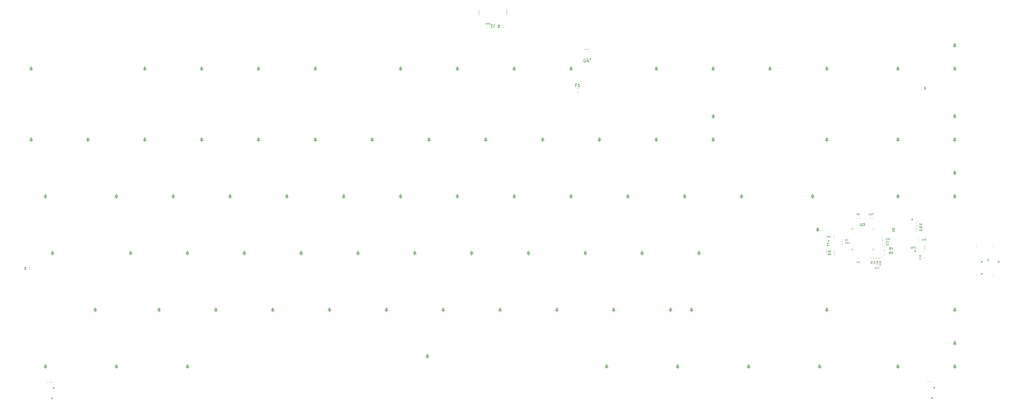
<source format=gbr>
%TF.GenerationSoftware,KiCad,Pcbnew,8.0.1*%
%TF.CreationDate,2025-07-07T19:41:59+09:00*%
%TF.ProjectId,lzIron_RP2040,6c7a4972-6f6e-45f5-9250-323034302e6b,rev?*%
%TF.SameCoordinates,Original*%
%TF.FileFunction,Legend,Top*%
%TF.FilePolarity,Positive*%
%FSLAX46Y46*%
G04 Gerber Fmt 4.6, Leading zero omitted, Abs format (unit mm)*
G04 Created by KiCad (PCBNEW 8.0.1) date 2025-07-07 19:41:59*
%MOMM*%
%LPD*%
G01*
G04 APERTURE LIST*
%ADD10C,0.075000*%
%ADD11C,0.150000*%
%ADD12C,0.120000*%
%ADD13C,0.100000*%
G04 APERTURE END LIST*
D10*
G36*
X282978947Y-124386489D02*
G01*
X282975668Y-124415909D01*
X282987717Y-124443956D01*
X283008696Y-124464745D01*
X283009575Y-124465477D01*
X283034475Y-124485286D01*
X283054158Y-124508069D01*
X283069509Y-124537196D01*
X283076397Y-124568999D01*
X283076693Y-124577292D01*
X283072682Y-124607609D01*
X283061171Y-124635839D01*
X283042945Y-124661380D01*
X283018789Y-124683629D01*
X282989488Y-124701983D01*
X282955827Y-124715839D01*
X282918591Y-124724595D01*
X282888789Y-124727452D01*
X282878563Y-124727648D01*
X282848552Y-124725917D01*
X282810733Y-124718530D01*
X282776171Y-124705892D01*
X282745684Y-124688606D01*
X282720091Y-124667275D01*
X282700207Y-124642500D01*
X282686851Y-124614885D01*
X282680839Y-124585034D01*
X282680580Y-124577292D01*
X282684933Y-124546117D01*
X282697398Y-124517096D01*
X282717081Y-124490909D01*
X282739020Y-124471236D01*
X282760448Y-124457124D01*
X282784009Y-124436285D01*
X282795118Y-124406800D01*
X282791076Y-124383119D01*
X282772538Y-124359057D01*
X282745311Y-124347665D01*
X282717949Y-124352930D01*
X282717070Y-124353810D01*
X282686172Y-124372771D01*
X282658323Y-124394849D01*
X282633855Y-124419768D01*
X282613096Y-124447251D01*
X282596376Y-124477021D01*
X282584025Y-124508802D01*
X282576372Y-124542318D01*
X282573748Y-124577292D01*
X282577263Y-124617782D01*
X282587462Y-124656284D01*
X282603825Y-124692361D01*
X282625835Y-124725579D01*
X282652972Y-124755502D01*
X282684718Y-124781694D01*
X282720555Y-124803721D01*
X282759962Y-124821146D01*
X282787962Y-124829992D01*
X282817164Y-124836470D01*
X282847416Y-124840451D01*
X282878563Y-124841807D01*
X282909880Y-124840441D01*
X282940257Y-124836434D01*
X282969546Y-124829916D01*
X282997597Y-124821023D01*
X283037028Y-124803516D01*
X283072834Y-124781410D01*
X283104514Y-124755153D01*
X283131562Y-124725193D01*
X283153477Y-124691978D01*
X283169753Y-124655957D01*
X283179888Y-124617579D01*
X283183378Y-124577292D01*
X283180947Y-124543787D01*
X283173848Y-124511486D01*
X283162374Y-124480658D01*
X283146815Y-124451574D01*
X283127465Y-124424502D01*
X283104615Y-124399713D01*
X283078556Y-124377475D01*
X283049582Y-124358059D01*
X283019775Y-124352397D01*
X282991900Y-124367168D01*
X282978947Y-124386489D01*
G37*
G36*
X283009432Y-123840742D02*
G01*
X283034294Y-123860080D01*
X283042988Y-123888820D01*
X283042988Y-123898932D01*
X283043014Y-123900026D01*
X283063944Y-123920767D01*
X283111864Y-123920767D01*
X283114992Y-123920848D01*
X283143507Y-123929704D01*
X283165672Y-123952993D01*
X283173120Y-123982170D01*
X283173040Y-123985295D01*
X283164189Y-124013572D01*
X283140942Y-124035302D01*
X283111864Y-124042547D01*
X283064823Y-124042547D01*
X283063716Y-124042573D01*
X283042988Y-124063649D01*
X283042988Y-124223970D01*
X283035960Y-124256004D01*
X283017104Y-124282185D01*
X282989757Y-124299849D01*
X282957258Y-124306329D01*
X282934194Y-124302988D01*
X282907350Y-124289892D01*
X282884132Y-124271891D01*
X282876861Y-124265739D01*
X282848909Y-124242417D01*
X282822301Y-124220683D01*
X282796409Y-124199916D01*
X282770603Y-124179499D01*
X282744255Y-124158809D01*
X282716737Y-124137227D01*
X282687420Y-124114134D01*
X282663874Y-124095450D01*
X282638528Y-124074736D01*
X282624800Y-124061891D01*
X282760448Y-124061891D01*
X282915200Y-124176929D01*
X282939526Y-124164326D01*
X282939526Y-124052658D01*
X282939072Y-124047780D01*
X282916079Y-124029211D01*
X282771292Y-124029211D01*
X282760873Y-124031903D01*
X282760448Y-124061891D01*
X282624800Y-124061891D01*
X282613474Y-124051294D01*
X282595806Y-124026259D01*
X282589868Y-123994773D01*
X282591679Y-123976175D01*
X282603569Y-123947571D01*
X282625504Y-123928012D01*
X282656254Y-123920767D01*
X282917691Y-123920767D01*
X282918798Y-123920740D01*
X282939526Y-123899811D01*
X282939526Y-123888820D01*
X282943659Y-123868773D01*
X282962632Y-123846323D01*
X282991697Y-123837676D01*
X283009432Y-123840742D01*
G37*
G36*
X288063510Y-117503947D02*
G01*
X288034090Y-117500668D01*
X288006043Y-117512717D01*
X287985254Y-117533696D01*
X287984522Y-117534575D01*
X287964713Y-117559475D01*
X287941930Y-117579158D01*
X287912803Y-117594509D01*
X287881000Y-117601397D01*
X287872707Y-117601693D01*
X287842390Y-117597682D01*
X287814160Y-117586171D01*
X287788619Y-117567945D01*
X287766370Y-117543789D01*
X287748016Y-117514488D01*
X287734160Y-117480827D01*
X287725404Y-117443591D01*
X287722547Y-117413789D01*
X287722351Y-117403563D01*
X287724082Y-117373552D01*
X287731469Y-117335733D01*
X287744107Y-117301171D01*
X287761393Y-117270684D01*
X287782724Y-117245091D01*
X287807499Y-117225207D01*
X287835114Y-117211851D01*
X287864965Y-117205839D01*
X287872707Y-117205580D01*
X287903882Y-117209933D01*
X287932903Y-117222398D01*
X287959090Y-117242081D01*
X287978763Y-117264020D01*
X287992875Y-117285448D01*
X288013714Y-117309009D01*
X288043199Y-117320118D01*
X288066880Y-117316076D01*
X288090942Y-117297538D01*
X288102334Y-117270311D01*
X288097069Y-117242949D01*
X288096189Y-117242070D01*
X288077228Y-117211172D01*
X288055150Y-117183323D01*
X288030231Y-117158855D01*
X288002748Y-117138096D01*
X287972978Y-117121376D01*
X287941197Y-117109025D01*
X287907681Y-117101372D01*
X287872707Y-117098748D01*
X287832217Y-117102263D01*
X287793715Y-117112462D01*
X287757638Y-117128825D01*
X287724420Y-117150835D01*
X287694497Y-117177972D01*
X287668305Y-117209718D01*
X287646278Y-117245555D01*
X287628853Y-117284962D01*
X287620007Y-117312962D01*
X287613529Y-117342164D01*
X287609548Y-117372416D01*
X287608192Y-117403563D01*
X287609558Y-117434880D01*
X287613565Y-117465257D01*
X287620083Y-117494546D01*
X287628976Y-117522597D01*
X287646483Y-117562028D01*
X287668589Y-117597834D01*
X287694846Y-117629514D01*
X287724806Y-117656562D01*
X287758021Y-117678477D01*
X287794042Y-117694753D01*
X287832420Y-117704888D01*
X287872707Y-117708378D01*
X287906212Y-117705947D01*
X287938513Y-117698848D01*
X287969341Y-117687374D01*
X287998425Y-117671815D01*
X288025497Y-117652465D01*
X288050286Y-117629615D01*
X288072524Y-117603556D01*
X288091940Y-117574582D01*
X288097602Y-117544775D01*
X288082831Y-117516900D01*
X288063510Y-117503947D01*
G37*
G36*
X288356161Y-117647122D02*
G01*
X288363410Y-117676200D01*
X288385177Y-117699447D01*
X288413546Y-117708298D01*
X288416685Y-117708378D01*
X288445763Y-117700930D01*
X288469009Y-117678765D01*
X288477860Y-117650251D01*
X288477941Y-117647122D01*
X288477941Y-117159858D01*
X288470852Y-117130057D01*
X288448565Y-117110130D01*
X288423426Y-117105343D01*
X288392535Y-117111944D01*
X288370765Y-117132233D01*
X288354549Y-117158246D01*
X288333612Y-117180093D01*
X288308609Y-117195855D01*
X288283914Y-117206166D01*
X288258656Y-117222783D01*
X288243166Y-117249348D01*
X288241856Y-117259069D01*
X288253397Y-117286986D01*
X288279665Y-117302740D01*
X288309798Y-117305283D01*
X288336817Y-117305231D01*
X288356034Y-117328770D01*
X288356161Y-117338057D01*
X288356161Y-117647122D01*
G37*
D11*
G36*
X289754320Y-113455903D02*
G01*
X289763988Y-113493777D01*
X289792763Y-113524211D01*
X289833845Y-113536600D01*
X290308849Y-113538945D01*
X290350154Y-113545941D01*
X290389081Y-113568684D01*
X290417039Y-113604290D01*
X290431481Y-113642786D01*
X290436441Y-113686663D01*
X290431381Y-113730715D01*
X290416730Y-113769442D01*
X290393284Y-113800859D01*
X290355878Y-113825622D01*
X290316108Y-113834385D01*
X290308849Y-113834577D01*
X289833845Y-113834577D01*
X289796093Y-113844997D01*
X289765914Y-113874058D01*
X289754320Y-113915275D01*
X289766189Y-113956037D01*
X289796907Y-113984231D01*
X289835018Y-113993628D01*
X290330147Y-113993628D01*
X290380856Y-113987424D01*
X290428109Y-113969609D01*
X290470889Y-113941376D01*
X290499424Y-113914082D01*
X290524440Y-113882101D01*
X290545506Y-113845938D01*
X290562193Y-113806095D01*
X290574070Y-113763076D01*
X290580708Y-113717384D01*
X290582010Y-113685686D01*
X290579076Y-113638713D01*
X290570571Y-113593980D01*
X290556944Y-113552007D01*
X290538640Y-113513314D01*
X290516109Y-113478421D01*
X290489796Y-113447847D01*
X290460149Y-113422112D01*
X290416206Y-113396224D01*
X290368192Y-113381095D01*
X290330147Y-113377550D01*
X289835018Y-113377550D01*
X289796907Y-113386946D01*
X289766189Y-113415141D01*
X289754320Y-113455903D01*
G37*
G36*
X290494473Y-112681164D02*
G01*
X290455860Y-112693401D01*
X290432784Y-112725033D01*
X290425890Y-112764207D01*
X290426204Y-112819149D01*
X290426962Y-112866476D01*
X290427884Y-112906669D01*
X290428889Y-112950000D01*
X290428857Y-112989282D01*
X290417706Y-113027998D01*
X290410649Y-113029552D01*
X290376728Y-113007855D01*
X290348416Y-112979458D01*
X290319197Y-112945146D01*
X290293214Y-112909518D01*
X290279735Y-112887305D01*
X290257386Y-112851030D01*
X290231586Y-112818056D01*
X290202658Y-112788737D01*
X290170925Y-112763425D01*
X290136710Y-112742473D01*
X290100336Y-112726233D01*
X290062125Y-112715058D01*
X290022401Y-112709301D01*
X289980705Y-112710728D01*
X289936311Y-112720680D01*
X289891780Y-112738870D01*
X289849672Y-112765013D01*
X289812547Y-112798822D01*
X289782963Y-112840011D01*
X289763483Y-112888293D01*
X289757042Y-112928988D01*
X289756665Y-112943383D01*
X289759416Y-112993199D01*
X289766602Y-113036477D01*
X289782302Y-113084878D01*
X289804017Y-113123732D01*
X289830681Y-113154226D01*
X289869343Y-113182395D01*
X289911985Y-113201671D01*
X289947565Y-113212246D01*
X289987158Y-113212683D01*
X290022846Y-113193065D01*
X290037642Y-113153823D01*
X290027039Y-113116007D01*
X289993739Y-113093360D01*
X289950484Y-113077936D01*
X289916380Y-113057174D01*
X289892208Y-113017737D01*
X289885167Y-112965504D01*
X289885625Y-112948854D01*
X289899934Y-112909215D01*
X289927488Y-112878122D01*
X289961725Y-112858552D01*
X290005111Y-112851311D01*
X290038814Y-112856042D01*
X290083457Y-112875709D01*
X290116976Y-112900327D01*
X290148366Y-112930245D01*
X290177462Y-112963061D01*
X290204098Y-112996376D01*
X290228110Y-113027791D01*
X290254185Y-113060731D01*
X290263322Y-113070976D01*
X290292715Y-113102190D01*
X290325013Y-113134974D01*
X290360205Y-113166521D01*
X290398276Y-113194021D01*
X290439212Y-113214666D01*
X290483001Y-113225647D01*
X290501312Y-113226705D01*
X290539298Y-113213881D01*
X290562465Y-113181186D01*
X290569505Y-113141513D01*
X290569505Y-112764207D01*
X290561154Y-112725033D01*
X290534935Y-112693401D01*
X290494473Y-112681164D01*
G37*
X183991666Y-64781009D02*
X183658333Y-64781009D01*
X183658333Y-65304819D02*
X183658333Y-64304819D01*
X183658333Y-64304819D02*
X184134523Y-64304819D01*
X185039285Y-65304819D02*
X184467857Y-65304819D01*
X184753571Y-65304819D02*
X184753571Y-64304819D01*
X184753571Y-64304819D02*
X184658333Y-64447676D01*
X184658333Y-64447676D02*
X184563095Y-64542914D01*
X184563095Y-64542914D02*
X184467857Y-64590533D01*
D10*
G36*
X285828947Y-124863254D02*
G01*
X285825668Y-124892674D01*
X285837717Y-124920721D01*
X285858696Y-124941510D01*
X285859575Y-124942242D01*
X285884475Y-124962051D01*
X285904158Y-124984834D01*
X285919509Y-125013961D01*
X285926397Y-125045764D01*
X285926693Y-125054057D01*
X285922682Y-125084374D01*
X285911171Y-125112604D01*
X285892945Y-125138145D01*
X285868789Y-125160394D01*
X285839488Y-125178748D01*
X285805827Y-125192604D01*
X285768591Y-125201360D01*
X285738789Y-125204217D01*
X285728563Y-125204413D01*
X285698552Y-125202682D01*
X285660733Y-125195295D01*
X285626171Y-125182657D01*
X285595684Y-125165371D01*
X285570091Y-125144040D01*
X285550207Y-125119265D01*
X285536851Y-125091650D01*
X285530839Y-125061799D01*
X285530580Y-125054057D01*
X285534933Y-125022882D01*
X285547398Y-124993861D01*
X285567081Y-124967674D01*
X285589020Y-124948001D01*
X285610448Y-124933889D01*
X285634009Y-124913050D01*
X285645118Y-124883565D01*
X285641076Y-124859884D01*
X285622538Y-124835822D01*
X285595311Y-124824430D01*
X285567949Y-124829695D01*
X285567070Y-124830575D01*
X285536172Y-124849536D01*
X285508323Y-124871614D01*
X285483855Y-124896533D01*
X285463096Y-124924016D01*
X285446376Y-124953786D01*
X285434025Y-124985567D01*
X285426372Y-125019083D01*
X285423748Y-125054057D01*
X285427263Y-125094547D01*
X285437462Y-125133049D01*
X285453825Y-125169126D01*
X285475835Y-125202344D01*
X285502972Y-125232267D01*
X285534718Y-125258459D01*
X285570555Y-125280486D01*
X285609962Y-125297911D01*
X285637962Y-125306757D01*
X285667164Y-125313235D01*
X285697416Y-125317216D01*
X285728563Y-125318572D01*
X285759880Y-125317206D01*
X285790257Y-125313199D01*
X285819546Y-125306681D01*
X285847597Y-125297788D01*
X285887028Y-125280281D01*
X285922834Y-125258175D01*
X285954514Y-125231918D01*
X285981562Y-125201958D01*
X286003477Y-125168743D01*
X286019753Y-125132722D01*
X286029888Y-125094344D01*
X286033378Y-125054057D01*
X286030947Y-125020552D01*
X286023848Y-124988251D01*
X286012374Y-124957423D01*
X285996815Y-124928339D01*
X285977465Y-124901267D01*
X285954615Y-124876478D01*
X285928556Y-124854240D01*
X285899582Y-124834824D01*
X285869775Y-124829162D01*
X285841900Y-124843933D01*
X285828947Y-124863254D01*
G37*
G36*
X285972122Y-124570603D02*
G01*
X286001200Y-124563354D01*
X286024447Y-124541587D01*
X286033298Y-124513218D01*
X286033378Y-124510079D01*
X286025930Y-124481001D01*
X286003765Y-124457755D01*
X285975251Y-124448904D01*
X285972122Y-124448823D01*
X285484858Y-124448823D01*
X285455057Y-124455912D01*
X285435130Y-124478199D01*
X285430343Y-124503338D01*
X285436944Y-124534229D01*
X285457233Y-124555999D01*
X285483246Y-124572215D01*
X285505093Y-124593152D01*
X285520855Y-124618155D01*
X285531166Y-124642850D01*
X285547783Y-124668108D01*
X285574348Y-124683598D01*
X285584069Y-124684908D01*
X285611986Y-124673367D01*
X285627740Y-124647099D01*
X285630283Y-124616966D01*
X285630231Y-124589947D01*
X285653770Y-124570730D01*
X285663057Y-124570603D01*
X285972122Y-124570603D01*
G37*
G36*
X285977105Y-123842710D02*
G01*
X285948145Y-123851888D01*
X285930838Y-123875611D01*
X285925667Y-123904992D01*
X285925903Y-123946199D01*
X285926471Y-123981694D01*
X285927163Y-124011839D01*
X285927917Y-124044337D01*
X285927893Y-124073798D01*
X285919529Y-124102836D01*
X285914237Y-124104001D01*
X285888796Y-124087728D01*
X285867562Y-124066430D01*
X285845648Y-124040696D01*
X285826161Y-124013975D01*
X285816051Y-123997316D01*
X285799289Y-123970109D01*
X285779939Y-123945379D01*
X285758243Y-123923390D01*
X285734443Y-123904406D01*
X285708782Y-123888692D01*
X285681502Y-123876512D01*
X285652844Y-123868131D01*
X285623050Y-123863813D01*
X285591778Y-123864883D01*
X285558483Y-123872347D01*
X285525085Y-123885989D01*
X285493504Y-123905596D01*
X285465660Y-123930953D01*
X285443472Y-123961845D01*
X285428862Y-123998057D01*
X285424031Y-124028578D01*
X285423748Y-124039374D01*
X285425812Y-124076736D01*
X285431201Y-124109195D01*
X285442976Y-124145495D01*
X285459263Y-124174636D01*
X285479260Y-124197507D01*
X285508257Y-124218633D01*
X285540239Y-124233090D01*
X285566923Y-124241021D01*
X285596619Y-124241349D01*
X285623384Y-124226635D01*
X285634481Y-124197204D01*
X285626529Y-124168842D01*
X285601554Y-124151857D01*
X285569113Y-124140288D01*
X285543535Y-124124717D01*
X285525406Y-124095139D01*
X285520125Y-124055964D01*
X285520468Y-124043478D01*
X285531201Y-124013748D01*
X285551866Y-123990428D01*
X285577543Y-123975751D01*
X285610083Y-123970320D01*
X285635360Y-123973868D01*
X285668842Y-123988618D01*
X285693982Y-124007082D01*
X285717524Y-124029520D01*
X285739346Y-124054132D01*
X285759323Y-124079119D01*
X285777333Y-124102680D01*
X285796888Y-124127385D01*
X285803741Y-124135069D01*
X285825786Y-124158479D01*
X285850010Y-124183067D01*
X285876404Y-124206727D01*
X285904957Y-124227352D01*
X285935659Y-124242836D01*
X285968501Y-124251072D01*
X285982234Y-124251866D01*
X286010723Y-124242247D01*
X286028099Y-124217726D01*
X286033378Y-124187972D01*
X286033378Y-123904992D01*
X286027116Y-123875611D01*
X286007451Y-123851888D01*
X285977105Y-123842710D01*
G37*
G36*
X157824142Y-45021229D02*
G01*
X157853205Y-45030382D01*
X157882085Y-45047504D01*
X157905946Y-45070767D01*
X157922718Y-45094961D01*
X157942795Y-45094228D01*
X157945417Y-45090125D01*
X157968621Y-45065450D01*
X157994141Y-45049739D01*
X158023456Y-45038804D01*
X158055241Y-45032413D01*
X158088168Y-45030334D01*
X158170527Y-45030334D01*
X158173655Y-45030414D01*
X158202170Y-45039265D01*
X158224335Y-45062512D01*
X158231783Y-45091590D01*
X158231702Y-45094729D01*
X158222851Y-45123098D01*
X158199605Y-45144865D01*
X158170527Y-45152113D01*
X158088168Y-45152113D01*
X158076859Y-45152559D01*
X158047248Y-45158307D01*
X158017953Y-45173594D01*
X157997615Y-45197054D01*
X157986900Y-45225660D01*
X157983974Y-45255428D01*
X157984853Y-45329434D01*
X158004930Y-45344528D01*
X158170527Y-45344528D01*
X158173655Y-45344608D01*
X158202170Y-45353459D01*
X158224335Y-45376706D01*
X158231783Y-45405784D01*
X158231702Y-45408923D01*
X158222851Y-45437292D01*
X158199605Y-45459059D01*
X158170527Y-45466307D01*
X157680771Y-45466307D01*
X157677565Y-45466229D01*
X157648698Y-45457610D01*
X157626673Y-45434757D01*
X157619368Y-45405784D01*
X157619368Y-45323572D01*
X157726200Y-45323572D01*
X157744811Y-45344528D01*
X157877875Y-45345407D01*
X157895754Y-45323572D01*
X157895754Y-45227731D01*
X157894084Y-45207532D01*
X157883766Y-45175819D01*
X157865359Y-45150546D01*
X157840410Y-45133829D01*
X157810464Y-45127787D01*
X157788748Y-45130921D01*
X157762486Y-45144804D01*
X157742362Y-45167848D01*
X157729820Y-45197938D01*
X157726200Y-45227731D01*
X157726200Y-45323572D01*
X157619368Y-45323572D01*
X157619368Y-45209266D01*
X157622360Y-45170586D01*
X157631156Y-45134455D01*
X157645489Y-45101703D01*
X157665091Y-45073162D01*
X157689693Y-45049663D01*
X157719029Y-45032038D01*
X157752829Y-45021116D01*
X157790827Y-45017731D01*
X157824142Y-45021229D01*
G37*
G36*
X157835816Y-44948268D02*
G01*
X157835670Y-44948268D01*
X157835742Y-44948262D01*
X157835816Y-44948268D01*
G37*
G36*
X157920588Y-44496717D02*
G01*
X157949956Y-44498029D01*
X157979693Y-44500446D01*
X158009443Y-44504157D01*
X158038853Y-44509350D01*
X158081553Y-44520330D01*
X158121489Y-44535706D01*
X158157465Y-44556112D01*
X158188282Y-44582185D01*
X158212744Y-44614561D01*
X158229653Y-44653877D01*
X158236137Y-44684257D01*
X158238377Y-44718192D01*
X158238090Y-44731097D01*
X158234770Y-44764330D01*
X158227535Y-44797996D01*
X158216133Y-44830900D01*
X158200312Y-44861847D01*
X158179820Y-44889644D01*
X158154407Y-44913097D01*
X158152122Y-44914693D01*
X158123358Y-44924587D01*
X158091165Y-44922650D01*
X158064281Y-44905477D01*
X158060568Y-44899341D01*
X158057447Y-44869606D01*
X158072219Y-44842565D01*
X158094176Y-44819748D01*
X158098737Y-44815355D01*
X158118553Y-44789959D01*
X158131919Y-44760656D01*
X158136821Y-44729915D01*
X158136310Y-44718463D01*
X158127369Y-44686861D01*
X158109154Y-44660366D01*
X158084030Y-44640238D01*
X158054363Y-44627733D01*
X158022516Y-44624109D01*
X158013723Y-44643307D01*
X158021800Y-44657682D01*
X158032778Y-44685706D01*
X158039279Y-44715708D01*
X158041420Y-44746768D01*
X158039083Y-44777340D01*
X158032290Y-44806503D01*
X158021371Y-44833910D01*
X158000958Y-44867115D01*
X157974569Y-44895748D01*
X157951324Y-44913724D01*
X157925484Y-44928313D01*
X157897376Y-44939167D01*
X157867328Y-44945935D01*
X157835742Y-44948262D01*
X157803855Y-44945935D01*
X157773554Y-44939167D01*
X157745237Y-44928313D01*
X157719229Y-44913724D01*
X157695854Y-44895748D01*
X157669341Y-44867115D01*
X157648851Y-44833910D01*
X157637898Y-44806503D01*
X157631089Y-44777340D01*
X157628747Y-44746768D01*
X157629487Y-44725665D01*
X157726200Y-44725665D01*
X157726338Y-44731955D01*
X157732619Y-44765538D01*
X157747229Y-44791978D01*
X157772904Y-44813757D01*
X157800686Y-44824620D01*
X157832299Y-44828247D01*
X157848515Y-44827374D01*
X157878532Y-44820255D01*
X157904127Y-44805673D01*
X157923858Y-44783268D01*
X157936281Y-44752681D01*
X157940010Y-44720683D01*
X157939946Y-44715455D01*
X157933746Y-44686301D01*
X157915546Y-44658033D01*
X157892436Y-44639828D01*
X157864136Y-44628199D01*
X157832299Y-44624109D01*
X157826825Y-44624198D01*
X157795752Y-44628558D01*
X157764741Y-44642364D01*
X157741521Y-44666219D01*
X157729530Y-44695186D01*
X157726200Y-44725665D01*
X157629487Y-44725665D01*
X157629652Y-44720965D01*
X157634479Y-44683779D01*
X157643617Y-44648779D01*
X157657234Y-44616372D01*
X157675496Y-44586965D01*
X157698569Y-44560965D01*
X157726621Y-44538779D01*
X157759818Y-44520815D01*
X157798326Y-44507479D01*
X157827031Y-44501361D01*
X157858220Y-44497601D01*
X157891943Y-44496321D01*
X157920588Y-44496717D01*
G37*
G36*
X299313510Y-113528946D02*
G01*
X299284090Y-113525667D01*
X299256043Y-113537716D01*
X299235254Y-113558695D01*
X299234522Y-113559574D01*
X299214713Y-113584474D01*
X299191930Y-113604157D01*
X299162803Y-113619508D01*
X299131000Y-113626396D01*
X299122707Y-113626692D01*
X299092390Y-113622681D01*
X299064160Y-113611170D01*
X299038619Y-113592944D01*
X299016370Y-113568788D01*
X298998016Y-113539487D01*
X298984160Y-113505826D01*
X298975404Y-113468590D01*
X298972547Y-113438788D01*
X298972351Y-113428562D01*
X298974082Y-113398551D01*
X298981469Y-113360732D01*
X298994107Y-113326170D01*
X299011393Y-113295683D01*
X299032724Y-113270090D01*
X299057499Y-113250206D01*
X299085114Y-113236850D01*
X299114965Y-113230838D01*
X299122707Y-113230579D01*
X299153882Y-113234932D01*
X299182903Y-113247397D01*
X299209090Y-113267080D01*
X299228763Y-113289019D01*
X299242875Y-113310447D01*
X299263714Y-113334008D01*
X299293199Y-113345117D01*
X299316880Y-113341075D01*
X299340942Y-113322537D01*
X299352334Y-113295310D01*
X299347069Y-113267948D01*
X299346189Y-113267069D01*
X299327228Y-113236171D01*
X299305150Y-113208322D01*
X299280231Y-113183854D01*
X299252748Y-113163095D01*
X299222978Y-113146375D01*
X299191197Y-113134024D01*
X299157681Y-113126371D01*
X299122707Y-113123747D01*
X299082217Y-113127262D01*
X299043715Y-113137461D01*
X299007638Y-113153824D01*
X298974420Y-113175834D01*
X298944497Y-113202971D01*
X298918305Y-113234717D01*
X298896278Y-113270554D01*
X298878853Y-113309961D01*
X298870007Y-113337961D01*
X298863529Y-113367163D01*
X298859548Y-113397415D01*
X298858192Y-113428562D01*
X298859558Y-113459879D01*
X298863565Y-113490256D01*
X298870083Y-113519545D01*
X298878976Y-113547596D01*
X298896483Y-113587027D01*
X298918589Y-113622833D01*
X298944846Y-113654513D01*
X298974806Y-113681561D01*
X299008021Y-113703476D01*
X299044042Y-113719752D01*
X299082420Y-113729887D01*
X299122707Y-113733377D01*
X299156212Y-113730946D01*
X299188513Y-113723847D01*
X299219341Y-113712373D01*
X299248425Y-113696814D01*
X299275497Y-113677464D01*
X299300286Y-113654614D01*
X299322524Y-113628555D01*
X299341940Y-113599581D01*
X299347602Y-113569774D01*
X299332831Y-113541899D01*
X299313510Y-113528946D01*
G37*
G36*
X299647225Y-113115183D02*
G01*
X299677337Y-113119341D01*
X299705762Y-113126788D01*
X299740435Y-113141385D01*
X299770659Y-113160750D01*
X299795608Y-113184264D01*
X299814453Y-113211308D01*
X299826368Y-113241265D01*
X299830523Y-113273517D01*
X299827640Y-113297803D01*
X299818726Y-113326083D01*
X299804915Y-113354841D01*
X299787585Y-113380642D01*
X299783194Y-113386540D01*
X299789344Y-113415959D01*
X299802364Y-113428918D01*
X299822333Y-113454476D01*
X299837850Y-113483204D01*
X299847903Y-113514522D01*
X299851479Y-113547851D01*
X299850316Y-113567081D01*
X299841355Y-113603609D01*
X299824302Y-113636985D01*
X299800064Y-113666521D01*
X299777715Y-113685736D01*
X299752217Y-113702110D01*
X299723953Y-113715353D01*
X299693304Y-113725172D01*
X299660654Y-113731278D01*
X299626385Y-113733377D01*
X299614713Y-113733141D01*
X299580701Y-113729673D01*
X299548489Y-113722297D01*
X299518453Y-113711304D01*
X299490969Y-113696985D01*
X299466412Y-113679632D01*
X299438874Y-113652276D01*
X299418100Y-113620734D01*
X299404982Y-113585695D01*
X299400517Y-113548730D01*
X299513691Y-113548730D01*
X299514272Y-113558816D01*
X299522541Y-113587070D01*
X299539411Y-113611305D01*
X299563358Y-113630223D01*
X299592857Y-113642526D01*
X299626385Y-113646915D01*
X299637734Y-113646412D01*
X299669675Y-113639240D01*
X299697243Y-113624588D01*
X299718872Y-113603753D01*
X299732997Y-113578034D01*
X299738053Y-113548730D01*
X299731230Y-113515680D01*
X299712419Y-113487420D01*
X299688636Y-113468663D01*
X299659437Y-113456402D01*
X299626385Y-113452010D01*
X299592857Y-113456402D01*
X299563358Y-113468663D01*
X299539411Y-113487420D01*
X299520525Y-113515680D01*
X299513691Y-113548730D01*
X299400517Y-113548730D01*
X299400411Y-113547851D01*
X299401597Y-113528593D01*
X299408969Y-113496342D01*
X299422242Y-113466433D01*
X299440429Y-113439446D01*
X299462547Y-113415959D01*
X299468714Y-113410025D01*
X299463426Y-113380642D01*
X299450425Y-113363821D01*
X299436681Y-113337521D01*
X299425796Y-113306000D01*
X299422926Y-113284948D01*
X299536406Y-113284948D01*
X299536870Y-113293373D01*
X299547269Y-113324041D01*
X299569156Y-113348007D01*
X299595453Y-113361547D01*
X299626385Y-113366427D01*
X299630921Y-113366323D01*
X299660809Y-113360105D01*
X299689106Y-113342778D01*
X299708281Y-113316906D01*
X299715338Y-113284948D01*
X299715221Y-113280864D01*
X299706485Y-113250477D01*
X299686007Y-113226011D01*
X299656780Y-113210088D01*
X299626385Y-113205227D01*
X299621756Y-113205331D01*
X299591367Y-113211521D01*
X299562766Y-113228656D01*
X299543479Y-113254006D01*
X299536406Y-113284948D01*
X299422926Y-113284948D01*
X299421367Y-113273517D01*
X299422424Y-113257143D01*
X299430568Y-113225961D01*
X299446072Y-113197383D01*
X299468119Y-113172027D01*
X299495892Y-113150510D01*
X299528573Y-113133452D01*
X299565345Y-113121470D01*
X299595117Y-113116187D01*
X299626385Y-113114368D01*
X299647225Y-113115183D01*
G37*
G36*
X283928947Y-124386489D02*
G01*
X283925668Y-124415909D01*
X283937717Y-124443956D01*
X283958696Y-124464745D01*
X283959575Y-124465477D01*
X283984475Y-124485286D01*
X284004158Y-124508069D01*
X284019509Y-124537196D01*
X284026397Y-124568999D01*
X284026693Y-124577292D01*
X284022682Y-124607609D01*
X284011171Y-124635839D01*
X283992945Y-124661380D01*
X283968789Y-124683629D01*
X283939488Y-124701983D01*
X283905827Y-124715839D01*
X283868591Y-124724595D01*
X283838789Y-124727452D01*
X283828563Y-124727648D01*
X283798552Y-124725917D01*
X283760733Y-124718530D01*
X283726171Y-124705892D01*
X283695684Y-124688606D01*
X283670091Y-124667275D01*
X283650207Y-124642500D01*
X283636851Y-124614885D01*
X283630839Y-124585034D01*
X283630580Y-124577292D01*
X283634933Y-124546117D01*
X283647398Y-124517096D01*
X283667081Y-124490909D01*
X283689020Y-124471236D01*
X283710448Y-124457124D01*
X283734009Y-124436285D01*
X283745118Y-124406800D01*
X283741076Y-124383119D01*
X283722538Y-124359057D01*
X283695311Y-124347665D01*
X283667949Y-124352930D01*
X283667070Y-124353810D01*
X283636172Y-124372771D01*
X283608323Y-124394849D01*
X283583855Y-124419768D01*
X283563096Y-124447251D01*
X283546376Y-124477021D01*
X283534025Y-124508802D01*
X283526372Y-124542318D01*
X283523748Y-124577292D01*
X283527263Y-124617782D01*
X283537462Y-124656284D01*
X283553825Y-124692361D01*
X283575835Y-124725579D01*
X283602972Y-124755502D01*
X283634718Y-124781694D01*
X283670555Y-124803721D01*
X283709962Y-124821146D01*
X283737962Y-124829992D01*
X283767164Y-124836470D01*
X283797416Y-124840451D01*
X283828563Y-124841807D01*
X283859880Y-124840441D01*
X283890257Y-124836434D01*
X283919546Y-124829916D01*
X283947597Y-124821023D01*
X283987028Y-124803516D01*
X284022834Y-124781410D01*
X284054514Y-124755153D01*
X284081562Y-124725193D01*
X284103477Y-124691978D01*
X284119753Y-124655957D01*
X284129888Y-124617579D01*
X284133378Y-124577292D01*
X284130947Y-124543787D01*
X284123848Y-124511486D01*
X284112374Y-124480658D01*
X284096815Y-124451574D01*
X284077465Y-124424502D01*
X284054615Y-124399713D01*
X284028556Y-124377475D01*
X283999582Y-124358059D01*
X283969775Y-124352397D01*
X283941900Y-124367168D01*
X283928947Y-124386489D01*
G37*
G36*
X283705612Y-124247564D02*
G01*
X283710626Y-124217508D01*
X283697487Y-124188808D01*
X283678794Y-124172826D01*
X283654283Y-124156139D01*
X283633812Y-124134020D01*
X283621970Y-124106116D01*
X283619589Y-124083726D01*
X283622363Y-124052678D01*
X283633728Y-124022816D01*
X283657611Y-124002345D01*
X283682164Y-123997997D01*
X283710699Y-124004751D01*
X283736803Y-124024124D01*
X283753489Y-124048494D01*
X283762178Y-124072881D01*
X283775604Y-124099963D01*
X283802992Y-124113911D01*
X283806435Y-124114061D01*
X283833625Y-124102276D01*
X283847814Y-124074727D01*
X283848200Y-124072881D01*
X283859535Y-124043572D01*
X283876813Y-124018901D01*
X283901034Y-123998286D01*
X283931678Y-123987455D01*
X283961743Y-123990035D01*
X283968221Y-123992135D01*
X283993853Y-124007698D01*
X284013257Y-124034203D01*
X284022933Y-124062059D01*
X284027058Y-124091501D01*
X284027426Y-124103949D01*
X284020549Y-124133945D01*
X284005123Y-124161439D01*
X283984023Y-124185235D01*
X283963239Y-124199644D01*
X283938432Y-124215710D01*
X283924269Y-124241787D01*
X283924844Y-124264417D01*
X283943413Y-124288833D01*
X283974715Y-124295906D01*
X284002367Y-124290355D01*
X284028769Y-124276913D01*
X284052428Y-124258047D01*
X284073116Y-124234791D01*
X284090605Y-124208180D01*
X284104667Y-124179247D01*
X284115072Y-124149026D01*
X284121592Y-124118551D01*
X284124000Y-124088855D01*
X284121197Y-124054464D01*
X284112347Y-124019232D01*
X284097778Y-123984831D01*
X284077819Y-123952934D01*
X284052797Y-123925213D01*
X284023041Y-123903342D01*
X283988878Y-123888992D01*
X283950636Y-123883838D01*
X283915632Y-123886487D01*
X283879933Y-123896985D01*
X283854672Y-123913157D01*
X283834279Y-123937547D01*
X283820294Y-123966498D01*
X283804634Y-123991721D01*
X283802332Y-123992135D01*
X283785945Y-123966889D01*
X283771064Y-123941062D01*
X283749750Y-123920007D01*
X283716558Y-123903986D01*
X283679074Y-123897697D01*
X283667949Y-123897320D01*
X283638343Y-123900622D01*
X283604908Y-123914256D01*
X283581527Y-123931950D01*
X283561590Y-123954949D01*
X283545515Y-123982583D01*
X283533719Y-124014178D01*
X283526619Y-124049064D01*
X283524628Y-124076985D01*
X283525970Y-124106286D01*
X283532445Y-124141474D01*
X283543606Y-124174126D01*
X283558767Y-124203241D01*
X283577240Y-124227815D01*
X283602811Y-124249897D01*
X283611969Y-124255184D01*
X283641333Y-124267382D01*
X283670823Y-124271714D01*
X283697885Y-124259426D01*
X283705612Y-124247564D01*
G37*
G36*
X274488510Y-116928947D02*
G01*
X274459090Y-116925668D01*
X274431043Y-116937717D01*
X274410254Y-116958696D01*
X274409522Y-116959575D01*
X274389713Y-116984475D01*
X274366930Y-117004158D01*
X274337803Y-117019509D01*
X274306000Y-117026397D01*
X274297707Y-117026693D01*
X274267390Y-117022682D01*
X274239160Y-117011171D01*
X274213619Y-116992945D01*
X274191370Y-116968789D01*
X274173016Y-116939488D01*
X274159160Y-116905827D01*
X274150404Y-116868591D01*
X274147547Y-116838789D01*
X274147351Y-116828563D01*
X274149082Y-116798552D01*
X274156469Y-116760733D01*
X274169107Y-116726171D01*
X274186393Y-116695684D01*
X274207724Y-116670091D01*
X274232499Y-116650207D01*
X274260114Y-116636851D01*
X274289965Y-116630839D01*
X274297707Y-116630580D01*
X274328882Y-116634933D01*
X274357903Y-116647398D01*
X274384090Y-116667081D01*
X274403763Y-116689020D01*
X274417875Y-116710448D01*
X274438714Y-116734009D01*
X274468199Y-116745118D01*
X274491880Y-116741076D01*
X274515942Y-116722538D01*
X274527334Y-116695311D01*
X274522069Y-116667949D01*
X274521189Y-116667070D01*
X274502228Y-116636172D01*
X274480150Y-116608323D01*
X274455231Y-116583855D01*
X274427748Y-116563096D01*
X274397978Y-116546376D01*
X274366197Y-116534025D01*
X274332681Y-116526372D01*
X274297707Y-116523748D01*
X274257217Y-116527263D01*
X274218715Y-116537462D01*
X274182638Y-116553825D01*
X274149420Y-116575835D01*
X274119497Y-116602972D01*
X274093305Y-116634718D01*
X274071278Y-116670555D01*
X274053853Y-116709962D01*
X274045007Y-116737962D01*
X274038529Y-116767164D01*
X274034548Y-116797416D01*
X274033192Y-116828563D01*
X274034558Y-116859880D01*
X274038565Y-116890257D01*
X274045083Y-116919546D01*
X274053976Y-116947597D01*
X274071483Y-116987028D01*
X274093589Y-117022834D01*
X274119846Y-117054514D01*
X274149806Y-117081562D01*
X274183021Y-117103477D01*
X274219042Y-117119753D01*
X274257420Y-117129888D01*
X274297707Y-117133378D01*
X274331212Y-117130947D01*
X274363513Y-117123848D01*
X274394341Y-117112374D01*
X274423425Y-117096815D01*
X274450497Y-117077465D01*
X274475286Y-117054615D01*
X274497524Y-117028556D01*
X274516940Y-116999582D01*
X274522602Y-116969775D01*
X274507831Y-116941900D01*
X274488510Y-116928947D01*
G37*
G36*
X274572773Y-116584272D02*
G01*
X274580256Y-116613448D01*
X274600000Y-116635133D01*
X274627956Y-116645355D01*
X274634176Y-116645674D01*
X274675800Y-116645578D01*
X274712433Y-116645355D01*
X274744272Y-116645099D01*
X274779605Y-116644877D01*
X274812981Y-116645109D01*
X274843579Y-116647712D01*
X274850038Y-116652415D01*
X274836725Y-116680469D01*
X274818508Y-116706717D01*
X274800742Y-116732341D01*
X274798014Y-116736386D01*
X274780697Y-116762614D01*
X274764452Y-116788555D01*
X274749423Y-116814234D01*
X274733622Y-116843892D01*
X274719905Y-116873260D01*
X274708829Y-116901434D01*
X274699730Y-116930738D01*
X274691961Y-116961932D01*
X274684872Y-116995774D01*
X274679015Y-117026548D01*
X274675355Y-117046330D01*
X274676938Y-117078007D01*
X274694711Y-117102748D01*
X274723948Y-117114513D01*
X274734120Y-117115207D01*
X274763865Y-117107226D01*
X274785407Y-117083156D01*
X274794418Y-117055049D01*
X274795376Y-117048089D01*
X274799196Y-117018439D01*
X274804576Y-116987898D01*
X274811435Y-116957679D01*
X274821013Y-116923637D01*
X274830984Y-116893973D01*
X274843297Y-116862415D01*
X274858123Y-116831404D01*
X274873522Y-116804024D01*
X274890576Y-116776576D01*
X274908242Y-116750309D01*
X274925477Y-116726471D01*
X274944120Y-116702827D01*
X274966620Y-116677981D01*
X274990012Y-116653781D01*
X275008373Y-116630732D01*
X275020562Y-116600403D01*
X275022229Y-116581780D01*
X275013057Y-116551344D01*
X274989376Y-116530596D01*
X274960094Y-116523748D01*
X274634176Y-116523748D01*
X274605064Y-116531026D01*
X274581745Y-116552829D01*
X274572854Y-116581145D01*
X274572773Y-116584272D01*
G37*
G36*
X278363510Y-124328947D02*
G01*
X278334090Y-124325668D01*
X278306043Y-124337717D01*
X278285254Y-124358696D01*
X278284522Y-124359575D01*
X278264713Y-124384475D01*
X278241930Y-124404158D01*
X278212803Y-124419509D01*
X278181000Y-124426397D01*
X278172707Y-124426693D01*
X278142390Y-124422682D01*
X278114160Y-124411171D01*
X278088619Y-124392945D01*
X278066370Y-124368789D01*
X278048016Y-124339488D01*
X278034160Y-124305827D01*
X278025404Y-124268591D01*
X278022547Y-124238789D01*
X278022351Y-124228563D01*
X278024082Y-124198552D01*
X278031469Y-124160733D01*
X278044107Y-124126171D01*
X278061393Y-124095684D01*
X278082724Y-124070091D01*
X278107499Y-124050207D01*
X278135114Y-124036851D01*
X278164965Y-124030839D01*
X278172707Y-124030580D01*
X278203882Y-124034933D01*
X278232903Y-124047398D01*
X278259090Y-124067081D01*
X278278763Y-124089020D01*
X278292875Y-124110448D01*
X278313714Y-124134009D01*
X278343199Y-124145118D01*
X278366880Y-124141076D01*
X278390942Y-124122538D01*
X278402334Y-124095311D01*
X278397069Y-124067949D01*
X278396189Y-124067070D01*
X278377228Y-124036172D01*
X278355150Y-124008323D01*
X278330231Y-123983855D01*
X278302748Y-123963096D01*
X278272978Y-123946376D01*
X278241197Y-123934025D01*
X278207681Y-123926372D01*
X278172707Y-123923748D01*
X278132217Y-123927263D01*
X278093715Y-123937462D01*
X278057638Y-123953825D01*
X278024420Y-123975835D01*
X277994497Y-124002972D01*
X277968305Y-124034718D01*
X277946278Y-124070555D01*
X277928853Y-124109962D01*
X277920007Y-124137962D01*
X277913529Y-124167164D01*
X277909548Y-124197416D01*
X277908192Y-124228563D01*
X277909558Y-124259880D01*
X277913565Y-124290257D01*
X277920083Y-124319546D01*
X277928976Y-124347597D01*
X277946483Y-124387028D01*
X277968589Y-124422834D01*
X277994846Y-124454514D01*
X278024806Y-124481562D01*
X278058021Y-124503477D01*
X278094042Y-124519753D01*
X278132420Y-124529888D01*
X278172707Y-124533378D01*
X278206212Y-124530947D01*
X278238513Y-124523848D01*
X278269341Y-124512374D01*
X278298425Y-124496815D01*
X278325497Y-124477465D01*
X278350286Y-124454615D01*
X278372524Y-124428556D01*
X278391940Y-124399582D01*
X278397602Y-124369775D01*
X278382831Y-124341900D01*
X278363510Y-124328947D01*
G37*
G36*
X278628464Y-124053588D02*
G01*
X278660070Y-124053867D01*
X278690571Y-124054392D01*
X278721005Y-124054694D01*
X278752414Y-124054303D01*
X278771200Y-124053588D01*
X278801474Y-124047398D01*
X278821752Y-124025381D01*
X278824982Y-124005667D01*
X278816763Y-123974960D01*
X278793706Y-123956106D01*
X278771200Y-123951885D01*
X278738334Y-123951453D01*
X278705793Y-123951503D01*
X278673537Y-123951786D01*
X278641524Y-123952054D01*
X278609716Y-123952059D01*
X278578071Y-123951553D01*
X278565450Y-123951152D01*
X278536165Y-123959186D01*
X278518653Y-123983045D01*
X278517529Y-123987203D01*
X278510410Y-124020811D01*
X278504424Y-124051041D01*
X278498130Y-124084930D01*
X278492099Y-124118618D01*
X278486734Y-124148374D01*
X278480600Y-124181229D01*
X278476872Y-124212095D01*
X278483690Y-124242459D01*
X278496573Y-124256700D01*
X278524461Y-124269078D01*
X278556049Y-124269566D01*
X278575561Y-124260803D01*
X278601319Y-124245759D01*
X278631939Y-124236586D01*
X278664407Y-124233306D01*
X278676385Y-124233253D01*
X278705562Y-124237756D01*
X278733893Y-124251937D01*
X278754918Y-124274427D01*
X278767424Y-124303854D01*
X278770467Y-124328361D01*
X278766207Y-124358044D01*
X278753324Y-124384925D01*
X278732902Y-124407254D01*
X278706026Y-124423281D01*
X278673779Y-124431256D01*
X278662023Y-124431822D01*
X278629156Y-124428191D01*
X278600587Y-124417389D01*
X278577493Y-124397411D01*
X278565450Y-124370859D01*
X278552626Y-124342701D01*
X278527566Y-124323230D01*
X278503314Y-124320008D01*
X278475173Y-124333540D01*
X278459237Y-124358374D01*
X278455068Y-124390069D01*
X278455394Y-124393427D01*
X278462247Y-124423718D01*
X278475047Y-124450967D01*
X278493532Y-124474867D01*
X278517438Y-124495112D01*
X278546503Y-124511392D01*
X278580464Y-124523402D01*
X278619058Y-124530833D01*
X278650887Y-124533217D01*
X278662023Y-124533378D01*
X278693316Y-124531828D01*
X278734865Y-124524159D01*
X278770309Y-124510982D01*
X278800056Y-124493313D01*
X278824512Y-124472169D01*
X278844087Y-124448565D01*
X278863299Y-124415026D01*
X278875524Y-124381331D01*
X278881729Y-124349891D01*
X278883014Y-124329240D01*
X278879613Y-124295090D01*
X278869679Y-124261131D01*
X278853617Y-124228707D01*
X278831833Y-124199163D01*
X278804733Y-124173843D01*
X278772720Y-124154093D01*
X278736202Y-124141257D01*
X278706099Y-124136976D01*
X278695582Y-124136679D01*
X278665367Y-124139066D01*
X278636081Y-124144346D01*
X278609120Y-124149282D01*
X278590656Y-124131697D01*
X278599119Y-124102497D01*
X278607358Y-124072568D01*
X278609120Y-124066044D01*
X278628464Y-124053588D01*
G37*
G36*
X268161745Y-120728947D02*
G01*
X268132325Y-120725668D01*
X268104278Y-120737717D01*
X268083489Y-120758696D01*
X268082757Y-120759575D01*
X268062948Y-120784475D01*
X268040165Y-120804158D01*
X268011038Y-120819509D01*
X267979235Y-120826397D01*
X267970942Y-120826693D01*
X267940625Y-120822682D01*
X267912395Y-120811171D01*
X267886854Y-120792945D01*
X267864605Y-120768789D01*
X267846251Y-120739488D01*
X267832395Y-120705827D01*
X267823639Y-120668591D01*
X267820782Y-120638789D01*
X267820586Y-120628563D01*
X267822317Y-120598552D01*
X267829704Y-120560733D01*
X267842342Y-120526171D01*
X267859628Y-120495684D01*
X267880959Y-120470091D01*
X267905734Y-120450207D01*
X267933349Y-120436851D01*
X267963200Y-120430839D01*
X267970942Y-120430580D01*
X268002117Y-120434933D01*
X268031138Y-120447398D01*
X268057325Y-120467081D01*
X268076998Y-120489020D01*
X268091110Y-120510448D01*
X268111949Y-120534009D01*
X268141434Y-120545118D01*
X268165115Y-120541076D01*
X268189177Y-120522538D01*
X268200569Y-120495311D01*
X268195304Y-120467949D01*
X268194424Y-120467070D01*
X268175463Y-120436172D01*
X268153385Y-120408323D01*
X268128466Y-120383855D01*
X268100983Y-120363096D01*
X268071213Y-120346376D01*
X268039432Y-120334025D01*
X268005916Y-120326372D01*
X267970942Y-120323748D01*
X267930452Y-120327263D01*
X267891950Y-120337462D01*
X267855873Y-120353825D01*
X267822655Y-120375835D01*
X267792732Y-120402972D01*
X267766540Y-120434718D01*
X267744513Y-120470555D01*
X267727088Y-120509962D01*
X267718242Y-120537962D01*
X267711764Y-120567164D01*
X267707783Y-120597416D01*
X267706427Y-120628563D01*
X267707793Y-120659880D01*
X267711800Y-120690257D01*
X267718318Y-120719546D01*
X267727211Y-120747597D01*
X267744718Y-120787028D01*
X267766824Y-120822834D01*
X267793081Y-120854514D01*
X267823041Y-120881562D01*
X267856256Y-120903477D01*
X267892277Y-120919753D01*
X267930655Y-120929888D01*
X267970942Y-120933378D01*
X268004447Y-120930947D01*
X268036748Y-120923848D01*
X268067576Y-120912374D01*
X268096660Y-120896815D01*
X268123732Y-120877465D01*
X268148521Y-120854615D01*
X268170759Y-120828556D01*
X268190175Y-120799582D01*
X268195837Y-120769775D01*
X268181066Y-120741900D01*
X268161745Y-120728947D01*
G37*
G36*
X268454396Y-120872122D02*
G01*
X268461645Y-120901200D01*
X268483412Y-120924447D01*
X268511781Y-120933298D01*
X268514920Y-120933378D01*
X268543998Y-120925930D01*
X268567244Y-120903765D01*
X268576095Y-120875251D01*
X268576176Y-120872122D01*
X268576176Y-120384858D01*
X268569087Y-120355057D01*
X268546800Y-120335130D01*
X268521661Y-120330343D01*
X268490770Y-120336944D01*
X268469000Y-120357233D01*
X268452784Y-120383246D01*
X268431847Y-120405093D01*
X268406844Y-120420855D01*
X268382149Y-120431166D01*
X268356891Y-120447783D01*
X268341401Y-120474348D01*
X268340091Y-120484069D01*
X268351632Y-120511986D01*
X268377900Y-120527740D01*
X268408033Y-120530283D01*
X268435052Y-120530231D01*
X268454269Y-120553770D01*
X268454396Y-120563057D01*
X268454396Y-120872122D01*
G37*
G36*
X269008463Y-120322303D02*
G01*
X269041127Y-120327895D01*
X269070105Y-120336877D01*
X269101101Y-120352450D01*
X269126236Y-120372349D01*
X269145453Y-120396032D01*
X269158695Y-120422960D01*
X269162342Y-120452507D01*
X269149401Y-120478825D01*
X269141842Y-120484216D01*
X269113278Y-120491288D01*
X269084926Y-120481512D01*
X269074724Y-120472492D01*
X269056059Y-120448002D01*
X269033938Y-120426738D01*
X269003582Y-120416755D01*
X268981521Y-120415339D01*
X268951846Y-120421911D01*
X268926882Y-120438930D01*
X268906898Y-120462356D01*
X268892163Y-120488147D01*
X268881787Y-120516527D01*
X268879819Y-120535507D01*
X268908297Y-120527083D01*
X268941684Y-120519309D01*
X268976116Y-120515814D01*
X269001598Y-120515284D01*
X269035991Y-120518441D01*
X269066445Y-120526831D01*
X269093057Y-120539821D01*
X269122726Y-120563206D01*
X269145961Y-120592145D01*
X269162988Y-120625140D01*
X269174033Y-120660692D01*
X269179324Y-120697302D01*
X269179651Y-120724551D01*
X269176180Y-120755497D01*
X269168714Y-120784379D01*
X269152919Y-120819273D01*
X269130919Y-120849528D01*
X269103230Y-120874592D01*
X269070364Y-120893911D01*
X269042625Y-120904298D01*
X269012481Y-120910909D01*
X268980146Y-120913512D01*
X268968918Y-120913448D01*
X268933370Y-120910083D01*
X268900202Y-120901735D01*
X268869709Y-120888306D01*
X268842184Y-120869697D01*
X268817923Y-120845811D01*
X268797220Y-120816547D01*
X268780368Y-120781808D01*
X268767661Y-120741495D01*
X268761638Y-120711475D01*
X268761589Y-120711069D01*
X268875569Y-120711069D01*
X268879069Y-120740491D01*
X268891392Y-120770825D01*
X268910693Y-120794897D01*
X268934979Y-120811819D01*
X268966952Y-120821342D01*
X268976392Y-120821857D01*
X269006050Y-120817501D01*
X269034773Y-120802593D01*
X269056125Y-120780188D01*
X269070233Y-120753533D01*
X269077710Y-120721393D01*
X269078095Y-120712681D01*
X269073546Y-120681208D01*
X269059544Y-120650401D01*
X269039612Y-120627966D01*
X269012007Y-120612212D01*
X268982899Y-120606248D01*
X268976392Y-120605995D01*
X268943837Y-120612054D01*
X268914448Y-120629508D01*
X268894178Y-120651844D01*
X268880553Y-120679500D01*
X268875569Y-120711069D01*
X268761589Y-120711069D01*
X268757676Y-120678904D01*
X268755861Y-120643754D01*
X268756281Y-120605995D01*
X268760090Y-120563832D01*
X268767913Y-120523206D01*
X268779538Y-120484685D01*
X268794751Y-120448841D01*
X268813339Y-120416244D01*
X268835089Y-120387464D01*
X268859788Y-120363071D01*
X268887224Y-120343635D01*
X268917183Y-120329727D01*
X268949452Y-120321916D01*
X268972142Y-120320378D01*
X269008463Y-120322303D01*
G37*
G36*
X278313510Y-108258945D02*
G01*
X278284090Y-108255666D01*
X278256043Y-108267715D01*
X278235254Y-108288694D01*
X278234522Y-108289573D01*
X278214713Y-108314473D01*
X278191930Y-108334156D01*
X278162803Y-108349507D01*
X278131000Y-108356395D01*
X278122707Y-108356691D01*
X278092390Y-108352680D01*
X278064160Y-108341169D01*
X278038619Y-108322943D01*
X278016370Y-108298787D01*
X277998016Y-108269486D01*
X277984160Y-108235825D01*
X277975404Y-108198589D01*
X277972547Y-108168787D01*
X277972351Y-108158561D01*
X277974082Y-108128550D01*
X277981469Y-108090731D01*
X277994107Y-108056169D01*
X278011393Y-108025682D01*
X278032724Y-108000089D01*
X278057499Y-107980205D01*
X278085114Y-107966849D01*
X278114965Y-107960837D01*
X278122707Y-107960578D01*
X278153882Y-107964931D01*
X278182903Y-107977396D01*
X278209090Y-107997079D01*
X278228763Y-108019018D01*
X278242875Y-108040446D01*
X278263714Y-108064007D01*
X278293199Y-108075116D01*
X278316880Y-108071074D01*
X278340942Y-108052536D01*
X278352334Y-108025309D01*
X278347069Y-107997947D01*
X278346189Y-107997068D01*
X278327228Y-107966170D01*
X278305150Y-107938321D01*
X278280231Y-107913853D01*
X278252748Y-107893094D01*
X278222978Y-107876374D01*
X278191197Y-107864023D01*
X278157681Y-107856370D01*
X278122707Y-107853746D01*
X278082217Y-107857261D01*
X278043715Y-107867460D01*
X278007638Y-107883823D01*
X277974420Y-107905833D01*
X277944497Y-107932970D01*
X277918305Y-107964716D01*
X277896278Y-108000553D01*
X277878853Y-108039960D01*
X277870007Y-108067960D01*
X277863529Y-108097162D01*
X277859548Y-108127414D01*
X277858192Y-108158561D01*
X277859558Y-108189878D01*
X277863565Y-108220255D01*
X277870083Y-108249544D01*
X277878976Y-108277595D01*
X277896483Y-108317026D01*
X277918589Y-108352832D01*
X277944846Y-108384512D01*
X277974806Y-108411560D01*
X278008021Y-108433475D01*
X278044042Y-108449751D01*
X278082420Y-108459886D01*
X278122707Y-108463376D01*
X278156212Y-108460945D01*
X278188513Y-108453846D01*
X278219341Y-108442372D01*
X278248425Y-108426813D01*
X278275497Y-108407463D01*
X278300286Y-108384613D01*
X278322524Y-108358554D01*
X278341940Y-108329580D01*
X278347602Y-108299773D01*
X278332831Y-108271898D01*
X278313510Y-108258945D01*
G37*
G36*
X278656697Y-107852301D02*
G01*
X278689361Y-107857893D01*
X278718339Y-107866875D01*
X278749335Y-107882448D01*
X278774470Y-107902347D01*
X278793687Y-107926030D01*
X278806929Y-107952958D01*
X278810576Y-107982505D01*
X278797635Y-108008823D01*
X278790076Y-108014214D01*
X278761512Y-108021286D01*
X278733160Y-108011510D01*
X278722958Y-108002490D01*
X278704293Y-107978000D01*
X278682172Y-107956736D01*
X278651816Y-107946753D01*
X278629755Y-107945337D01*
X278600079Y-107951909D01*
X278575116Y-107968928D01*
X278555132Y-107992354D01*
X278540397Y-108018145D01*
X278530021Y-108046525D01*
X278528053Y-108065505D01*
X278556531Y-108057081D01*
X278589918Y-108049307D01*
X278624350Y-108045812D01*
X278649832Y-108045282D01*
X278684225Y-108048439D01*
X278714679Y-108056829D01*
X278741291Y-108069819D01*
X278770960Y-108093204D01*
X278794195Y-108122143D01*
X278811222Y-108155138D01*
X278822267Y-108190690D01*
X278827558Y-108227300D01*
X278827885Y-108254549D01*
X278824414Y-108285495D01*
X278816948Y-108314377D01*
X278801153Y-108349271D01*
X278779153Y-108379526D01*
X278751464Y-108404590D01*
X278718598Y-108423909D01*
X278690859Y-108434296D01*
X278660715Y-108440907D01*
X278628380Y-108443510D01*
X278617152Y-108443446D01*
X278581604Y-108440081D01*
X278548436Y-108431733D01*
X278517943Y-108418304D01*
X278490418Y-108399695D01*
X278466157Y-108375809D01*
X278445454Y-108346545D01*
X278428601Y-108311806D01*
X278415895Y-108271493D01*
X278409872Y-108241473D01*
X278409823Y-108241067D01*
X278523803Y-108241067D01*
X278527303Y-108270489D01*
X278539626Y-108300823D01*
X278558927Y-108324895D01*
X278583213Y-108341817D01*
X278615186Y-108351340D01*
X278624626Y-108351855D01*
X278654284Y-108347499D01*
X278683007Y-108332591D01*
X278704359Y-108310186D01*
X278718467Y-108283531D01*
X278725943Y-108251391D01*
X278726329Y-108242679D01*
X278721780Y-108211206D01*
X278707778Y-108180399D01*
X278687846Y-108157964D01*
X278660241Y-108142210D01*
X278631133Y-108136246D01*
X278624626Y-108135993D01*
X278592071Y-108142052D01*
X278562682Y-108159506D01*
X278542412Y-108181842D01*
X278528787Y-108209498D01*
X278523803Y-108241067D01*
X278409823Y-108241067D01*
X278405910Y-108208902D01*
X278404095Y-108173752D01*
X278404515Y-108135993D01*
X278408324Y-108093830D01*
X278416147Y-108053204D01*
X278427772Y-108014683D01*
X278442985Y-107978839D01*
X278461573Y-107946242D01*
X278483323Y-107917462D01*
X278508022Y-107893069D01*
X278535458Y-107873633D01*
X278565417Y-107859725D01*
X278597686Y-107851914D01*
X278620376Y-107850376D01*
X278656697Y-107852301D01*
G37*
G36*
X282461745Y-108258946D02*
G01*
X282432325Y-108255667D01*
X282404278Y-108267716D01*
X282383489Y-108288695D01*
X282382757Y-108289574D01*
X282362948Y-108314474D01*
X282340165Y-108334157D01*
X282311038Y-108349508D01*
X282279235Y-108356396D01*
X282270942Y-108356692D01*
X282240625Y-108352681D01*
X282212395Y-108341170D01*
X282186854Y-108322944D01*
X282164605Y-108298788D01*
X282146251Y-108269487D01*
X282132395Y-108235826D01*
X282123639Y-108198590D01*
X282120782Y-108168788D01*
X282120586Y-108158562D01*
X282122317Y-108128551D01*
X282129704Y-108090732D01*
X282142342Y-108056170D01*
X282159628Y-108025683D01*
X282180959Y-108000090D01*
X282205734Y-107980206D01*
X282233349Y-107966850D01*
X282263200Y-107960838D01*
X282270942Y-107960579D01*
X282302117Y-107964932D01*
X282331138Y-107977397D01*
X282357325Y-107997080D01*
X282376998Y-108019019D01*
X282391110Y-108040447D01*
X282411949Y-108064008D01*
X282441434Y-108075117D01*
X282465115Y-108071075D01*
X282489177Y-108052537D01*
X282500569Y-108025310D01*
X282495304Y-107997948D01*
X282494424Y-107997069D01*
X282475463Y-107966171D01*
X282453385Y-107938322D01*
X282428466Y-107913854D01*
X282400983Y-107893095D01*
X282371213Y-107876375D01*
X282339432Y-107864024D01*
X282305916Y-107856371D01*
X282270942Y-107853747D01*
X282230452Y-107857262D01*
X282191950Y-107867461D01*
X282155873Y-107883824D01*
X282122655Y-107905834D01*
X282092732Y-107932971D01*
X282066540Y-107964717D01*
X282044513Y-108000554D01*
X282027088Y-108039961D01*
X282018242Y-108067961D01*
X282011764Y-108097163D01*
X282007783Y-108127415D01*
X282006427Y-108158562D01*
X282007793Y-108189879D01*
X282011800Y-108220256D01*
X282018318Y-108249545D01*
X282027211Y-108277596D01*
X282044718Y-108317027D01*
X282066824Y-108352833D01*
X282093081Y-108384513D01*
X282123041Y-108411561D01*
X282156256Y-108433476D01*
X282192277Y-108449752D01*
X282230655Y-108459887D01*
X282270942Y-108463377D01*
X282304447Y-108460946D01*
X282336748Y-108453847D01*
X282367576Y-108442373D01*
X282396660Y-108426814D01*
X282423732Y-108407464D01*
X282448521Y-108384614D01*
X282470759Y-108358555D01*
X282490175Y-108329581D01*
X282495837Y-108299774D01*
X282481066Y-108271899D01*
X282461745Y-108258946D01*
G37*
G36*
X282754396Y-108402121D02*
G01*
X282761645Y-108431199D01*
X282783412Y-108454446D01*
X282811781Y-108463297D01*
X282814920Y-108463377D01*
X282843998Y-108455929D01*
X282867244Y-108433764D01*
X282876095Y-108405250D01*
X282876176Y-108402121D01*
X282876176Y-107914857D01*
X282869087Y-107885056D01*
X282846800Y-107865129D01*
X282821661Y-107860342D01*
X282790770Y-107866943D01*
X282769000Y-107887232D01*
X282752784Y-107913245D01*
X282731847Y-107935092D01*
X282706844Y-107950854D01*
X282682149Y-107961165D01*
X282656891Y-107977782D01*
X282641401Y-108004347D01*
X282640091Y-108014068D01*
X282651632Y-108041985D01*
X282677900Y-108057739D01*
X282708033Y-108060282D01*
X282735052Y-108060230D01*
X282754269Y-108083769D01*
X282754396Y-108093056D01*
X282754396Y-108402121D01*
G37*
G36*
X283049540Y-107914271D02*
G01*
X283057022Y-107943447D01*
X283076766Y-107965132D01*
X283104722Y-107975354D01*
X283110942Y-107975673D01*
X283152566Y-107975577D01*
X283189199Y-107975354D01*
X283221038Y-107975098D01*
X283256371Y-107974876D01*
X283289747Y-107975108D01*
X283320345Y-107977711D01*
X283326804Y-107982414D01*
X283313491Y-108010468D01*
X283295274Y-108036716D01*
X283277508Y-108062340D01*
X283274780Y-108066385D01*
X283257463Y-108092613D01*
X283241218Y-108118554D01*
X283226190Y-108144233D01*
X283210388Y-108173891D01*
X283196671Y-108203259D01*
X283185595Y-108231433D01*
X283176496Y-108260737D01*
X283168727Y-108291931D01*
X283161638Y-108325773D01*
X283155781Y-108356547D01*
X283152122Y-108376329D01*
X283153704Y-108408006D01*
X283171478Y-108432747D01*
X283200714Y-108444512D01*
X283210886Y-108445206D01*
X283240631Y-108437225D01*
X283262173Y-108413155D01*
X283271184Y-108385048D01*
X283272142Y-108378088D01*
X283275962Y-108348438D01*
X283281342Y-108317897D01*
X283288201Y-108287678D01*
X283297779Y-108253636D01*
X283307750Y-108223972D01*
X283320063Y-108192414D01*
X283334889Y-108161403D01*
X283350288Y-108134023D01*
X283367342Y-108106575D01*
X283385008Y-108080308D01*
X283402243Y-108056470D01*
X283420886Y-108032826D01*
X283443386Y-108007980D01*
X283466778Y-107983780D01*
X283485139Y-107960731D01*
X283497328Y-107930402D01*
X283498995Y-107911779D01*
X283489823Y-107881343D01*
X283466142Y-107860595D01*
X283436860Y-107853747D01*
X283110942Y-107853747D01*
X283081830Y-107861025D01*
X283058511Y-107882828D01*
X283049620Y-107911144D01*
X283049540Y-107914271D01*
G37*
G36*
X268554413Y-121267361D02*
G01*
X268590544Y-121276157D01*
X268623296Y-121290490D01*
X268651837Y-121310092D01*
X268675336Y-121334694D01*
X268692961Y-121364030D01*
X268703883Y-121397830D01*
X268707268Y-121435828D01*
X268703770Y-121469143D01*
X268694617Y-121498206D01*
X268677495Y-121527086D01*
X268654232Y-121550947D01*
X268630038Y-121567719D01*
X268630771Y-121587796D01*
X268634874Y-121590418D01*
X268659549Y-121613622D01*
X268675260Y-121639142D01*
X268686195Y-121668457D01*
X268692586Y-121700242D01*
X268694665Y-121733169D01*
X268694665Y-121815528D01*
X268694585Y-121818656D01*
X268685734Y-121847171D01*
X268662487Y-121869336D01*
X268633409Y-121876784D01*
X268630270Y-121876703D01*
X268601901Y-121867852D01*
X268580134Y-121844606D01*
X268572886Y-121815528D01*
X268572886Y-121733169D01*
X268572440Y-121721860D01*
X268566692Y-121692249D01*
X268551405Y-121662954D01*
X268527945Y-121642616D01*
X268499339Y-121631901D01*
X268469571Y-121628975D01*
X268395565Y-121629854D01*
X268380471Y-121649931D01*
X268380471Y-121815528D01*
X268380391Y-121818656D01*
X268371540Y-121847171D01*
X268348293Y-121869336D01*
X268319215Y-121876784D01*
X268316076Y-121876703D01*
X268287707Y-121867852D01*
X268265940Y-121844606D01*
X268258692Y-121815528D01*
X268258692Y-121522876D01*
X268379592Y-121522876D01*
X268401427Y-121540755D01*
X268497268Y-121540755D01*
X268517467Y-121539085D01*
X268549180Y-121528767D01*
X268574453Y-121510360D01*
X268591170Y-121485411D01*
X268597212Y-121455465D01*
X268594078Y-121433749D01*
X268580195Y-121407487D01*
X268557151Y-121387363D01*
X268527061Y-121374821D01*
X268497268Y-121371201D01*
X268401427Y-121371201D01*
X268380471Y-121389812D01*
X268379592Y-121522876D01*
X268258692Y-121522876D01*
X268258692Y-121325772D01*
X268258770Y-121322566D01*
X268267389Y-121293699D01*
X268290242Y-121271674D01*
X268319215Y-121264369D01*
X268515733Y-121264369D01*
X268554413Y-121267361D01*
G37*
G36*
X269036386Y-121272303D02*
G01*
X269069050Y-121277895D01*
X269098029Y-121286877D01*
X269129025Y-121302450D01*
X269154160Y-121322349D01*
X269173377Y-121346032D01*
X269186619Y-121372960D01*
X269190266Y-121402507D01*
X269177325Y-121428825D01*
X269169766Y-121434216D01*
X269141202Y-121441288D01*
X269112850Y-121431512D01*
X269102648Y-121422492D01*
X269083983Y-121398002D01*
X269061862Y-121376738D01*
X269031506Y-121366755D01*
X269009445Y-121365339D01*
X268979769Y-121371911D01*
X268954805Y-121388930D01*
X268934822Y-121412356D01*
X268920087Y-121438147D01*
X268909711Y-121466527D01*
X268907743Y-121485507D01*
X268936221Y-121477083D01*
X268969608Y-121469309D01*
X269004040Y-121465814D01*
X269029522Y-121465284D01*
X269063915Y-121468441D01*
X269094369Y-121476831D01*
X269120980Y-121489821D01*
X269150650Y-121513206D01*
X269173885Y-121542145D01*
X269190912Y-121575140D01*
X269201957Y-121610692D01*
X269207247Y-121647302D01*
X269207575Y-121674551D01*
X269204104Y-121705497D01*
X269196638Y-121734379D01*
X269180842Y-121769273D01*
X269158843Y-121799528D01*
X269131154Y-121824592D01*
X269098287Y-121843911D01*
X269070549Y-121854298D01*
X269040404Y-121860909D01*
X269008070Y-121863512D01*
X268996842Y-121863448D01*
X268961294Y-121860083D01*
X268928126Y-121851735D01*
X268897632Y-121838306D01*
X268870108Y-121819697D01*
X268845847Y-121795811D01*
X268825144Y-121766547D01*
X268808291Y-121731808D01*
X268795585Y-121691495D01*
X268789562Y-121661475D01*
X268789513Y-121661069D01*
X268903493Y-121661069D01*
X268906993Y-121690491D01*
X268919316Y-121720825D01*
X268938617Y-121744897D01*
X268962903Y-121761819D01*
X268994876Y-121771342D01*
X269004316Y-121771857D01*
X269033974Y-121767501D01*
X269062696Y-121752593D01*
X269084048Y-121730188D01*
X269098157Y-121703533D01*
X269105633Y-121671393D01*
X269106019Y-121662681D01*
X269101470Y-121631208D01*
X269087467Y-121600401D01*
X269067536Y-121577966D01*
X269039931Y-121562212D01*
X269010823Y-121556248D01*
X269004316Y-121555995D01*
X268971761Y-121562054D01*
X268942372Y-121579508D01*
X268922102Y-121601844D01*
X268908477Y-121629500D01*
X268903493Y-121661069D01*
X268789513Y-121661069D01*
X268785600Y-121628904D01*
X268783785Y-121593754D01*
X268784205Y-121555995D01*
X268788014Y-121513832D01*
X268795837Y-121473206D01*
X268807462Y-121434685D01*
X268822674Y-121398841D01*
X268841262Y-121366244D01*
X268863013Y-121337464D01*
X268887712Y-121313071D01*
X268915148Y-121293635D01*
X268945106Y-121279727D01*
X268977375Y-121271916D01*
X269000066Y-121270378D01*
X269036386Y-121272303D01*
G37*
G36*
X299179413Y-111219457D02*
G01*
X299215544Y-111228253D01*
X299248296Y-111242586D01*
X299276837Y-111262188D01*
X299300336Y-111286790D01*
X299317961Y-111316126D01*
X299328883Y-111349926D01*
X299332268Y-111387924D01*
X299328770Y-111421239D01*
X299319617Y-111450302D01*
X299302495Y-111479182D01*
X299279232Y-111503043D01*
X299255038Y-111519815D01*
X299255771Y-111539892D01*
X299259874Y-111542514D01*
X299284549Y-111565718D01*
X299300260Y-111591238D01*
X299311195Y-111620553D01*
X299317586Y-111652338D01*
X299319665Y-111685265D01*
X299319665Y-111767624D01*
X299319585Y-111770752D01*
X299310734Y-111799267D01*
X299287487Y-111821432D01*
X299258409Y-111828880D01*
X299255270Y-111828799D01*
X299226901Y-111819948D01*
X299205134Y-111796702D01*
X299197886Y-111767624D01*
X299197886Y-111685265D01*
X299197440Y-111673956D01*
X299191692Y-111644345D01*
X299176405Y-111615050D01*
X299152945Y-111594712D01*
X299124339Y-111583997D01*
X299094571Y-111581071D01*
X299020565Y-111581950D01*
X299005471Y-111602027D01*
X299005471Y-111767624D01*
X299005391Y-111770752D01*
X298996540Y-111799267D01*
X298973293Y-111821432D01*
X298944215Y-111828880D01*
X298941076Y-111828799D01*
X298912707Y-111819948D01*
X298890940Y-111796702D01*
X298883692Y-111767624D01*
X298883692Y-111474972D01*
X299004592Y-111474972D01*
X299026427Y-111492851D01*
X299122268Y-111492851D01*
X299142467Y-111491181D01*
X299174180Y-111480863D01*
X299199453Y-111462456D01*
X299216170Y-111437507D01*
X299222212Y-111407561D01*
X299219078Y-111385845D01*
X299205195Y-111359583D01*
X299182151Y-111339459D01*
X299152061Y-111326917D01*
X299122268Y-111323297D01*
X299026427Y-111323297D01*
X299005471Y-111341908D01*
X299004592Y-111474972D01*
X298883692Y-111474972D01*
X298883692Y-111277868D01*
X298883770Y-111274662D01*
X298892389Y-111245795D01*
X298915242Y-111223770D01*
X298944215Y-111216465D01*
X299140733Y-111216465D01*
X299179413Y-111219457D01*
G37*
G36*
X299728514Y-111243775D02*
G01*
X299757118Y-111255665D01*
X299776677Y-111277600D01*
X299783922Y-111308350D01*
X299783922Y-111569787D01*
X299783949Y-111570894D01*
X299804878Y-111591622D01*
X299815869Y-111591622D01*
X299835916Y-111595755D01*
X299858366Y-111614728D01*
X299867013Y-111643793D01*
X299863947Y-111661528D01*
X299844609Y-111686390D01*
X299815869Y-111695084D01*
X299805757Y-111695084D01*
X299804663Y-111695110D01*
X299783922Y-111716040D01*
X299783922Y-111763960D01*
X299783841Y-111767088D01*
X299774984Y-111795603D01*
X299751696Y-111817768D01*
X299722519Y-111825216D01*
X299719393Y-111825136D01*
X299691117Y-111816285D01*
X299669387Y-111793038D01*
X299662142Y-111763960D01*
X299662142Y-111716919D01*
X299662116Y-111715812D01*
X299641040Y-111695084D01*
X299480719Y-111695084D01*
X299448685Y-111688056D01*
X299422504Y-111669200D01*
X299404840Y-111641853D01*
X299398360Y-111609354D01*
X299401701Y-111586290D01*
X299410967Y-111567296D01*
X299527760Y-111567296D01*
X299540363Y-111591622D01*
X299652031Y-111591622D01*
X299656909Y-111591168D01*
X299675478Y-111568175D01*
X299675478Y-111423388D01*
X299672786Y-111412969D01*
X299642798Y-111412544D01*
X299527760Y-111567296D01*
X299410967Y-111567296D01*
X299414797Y-111559446D01*
X299432798Y-111536228D01*
X299438950Y-111528957D01*
X299462272Y-111501005D01*
X299484006Y-111474397D01*
X299504772Y-111448505D01*
X299525190Y-111422699D01*
X299545880Y-111396351D01*
X299567462Y-111368833D01*
X299590555Y-111339516D01*
X299609239Y-111315970D01*
X299629953Y-111290624D01*
X299653395Y-111265570D01*
X299678430Y-111247902D01*
X299709916Y-111241964D01*
X299728514Y-111243775D01*
G37*
G36*
X300714144Y-65821229D02*
G01*
X300743207Y-65830382D01*
X300772087Y-65847504D01*
X300795948Y-65870767D01*
X300812720Y-65894961D01*
X300832797Y-65894228D01*
X300835419Y-65890125D01*
X300858623Y-65865450D01*
X300884143Y-65849739D01*
X300913458Y-65838804D01*
X300945243Y-65832413D01*
X300978170Y-65830334D01*
X301060529Y-65830334D01*
X301063657Y-65830414D01*
X301092172Y-65839265D01*
X301114337Y-65862512D01*
X301121785Y-65891590D01*
X301121704Y-65894729D01*
X301112853Y-65923098D01*
X301089607Y-65944865D01*
X301060529Y-65952113D01*
X300978170Y-65952113D01*
X300966861Y-65952559D01*
X300937250Y-65958307D01*
X300907955Y-65973594D01*
X300887617Y-65997054D01*
X300876902Y-66025660D01*
X300873976Y-66055428D01*
X300874855Y-66129434D01*
X300894932Y-66144528D01*
X301060529Y-66144528D01*
X301063657Y-66144608D01*
X301092172Y-66153459D01*
X301114337Y-66176706D01*
X301121785Y-66205784D01*
X301121704Y-66208923D01*
X301112853Y-66237292D01*
X301089607Y-66259059D01*
X301060529Y-66266307D01*
X300570773Y-66266307D01*
X300567567Y-66266229D01*
X300538700Y-66257610D01*
X300516675Y-66234757D01*
X300509370Y-66205784D01*
X300509370Y-66123572D01*
X300616202Y-66123572D01*
X300634813Y-66144528D01*
X300767877Y-66145407D01*
X300785756Y-66123572D01*
X300785756Y-66027731D01*
X300784086Y-66007532D01*
X300773768Y-65975819D01*
X300755361Y-65950546D01*
X300730412Y-65933829D01*
X300700466Y-65927787D01*
X300678750Y-65930921D01*
X300652488Y-65944804D01*
X300632364Y-65967848D01*
X300619822Y-65997938D01*
X300616202Y-66027731D01*
X300616202Y-66123572D01*
X300509370Y-66123572D01*
X300509370Y-66009266D01*
X300512362Y-65970586D01*
X300521158Y-65934455D01*
X300535491Y-65901703D01*
X300555093Y-65873162D01*
X300579695Y-65849663D01*
X300609031Y-65832038D01*
X300642831Y-65821116D01*
X300680829Y-65817731D01*
X300714144Y-65821229D01*
G37*
G36*
X300648589Y-65566845D02*
G01*
X300648868Y-65535239D01*
X300649393Y-65504738D01*
X300649695Y-65474304D01*
X300649304Y-65442895D01*
X300648589Y-65424109D01*
X300642399Y-65393835D01*
X300620382Y-65373557D01*
X300600668Y-65370327D01*
X300569961Y-65378546D01*
X300551107Y-65401603D01*
X300546886Y-65424109D01*
X300546454Y-65456975D01*
X300546504Y-65489516D01*
X300546787Y-65521773D01*
X300547055Y-65553785D01*
X300547060Y-65585593D01*
X300546554Y-65617238D01*
X300546153Y-65629859D01*
X300554187Y-65659144D01*
X300578046Y-65676656D01*
X300582204Y-65677780D01*
X300615812Y-65684899D01*
X300646042Y-65690885D01*
X300679931Y-65697179D01*
X300713619Y-65703210D01*
X300743375Y-65708575D01*
X300776230Y-65714709D01*
X300807096Y-65718437D01*
X300837460Y-65711619D01*
X300851701Y-65698736D01*
X300864079Y-65670848D01*
X300864567Y-65639260D01*
X300855804Y-65619748D01*
X300840760Y-65593990D01*
X300831587Y-65563371D01*
X300828307Y-65530902D01*
X300828254Y-65518924D01*
X300832757Y-65489747D01*
X300846938Y-65461416D01*
X300869428Y-65440391D01*
X300898855Y-65427885D01*
X300923362Y-65424842D01*
X300953045Y-65429102D01*
X300979926Y-65441985D01*
X301002255Y-65462407D01*
X301018282Y-65489283D01*
X301026257Y-65521530D01*
X301026823Y-65533286D01*
X301023192Y-65566153D01*
X301012390Y-65594722D01*
X300992412Y-65617816D01*
X300965860Y-65629859D01*
X300937702Y-65642683D01*
X300918231Y-65667743D01*
X300915009Y-65691995D01*
X300928541Y-65720136D01*
X300953375Y-65736072D01*
X300985070Y-65740241D01*
X300988428Y-65739915D01*
X301018719Y-65733062D01*
X301045968Y-65720262D01*
X301069868Y-65701778D01*
X301090113Y-65677871D01*
X301106393Y-65648806D01*
X301118403Y-65614845D01*
X301125834Y-65576251D01*
X301128218Y-65544422D01*
X301128379Y-65533286D01*
X301126829Y-65501993D01*
X301119160Y-65460444D01*
X301105983Y-65425000D01*
X301088314Y-65395254D01*
X301067170Y-65370797D01*
X301043566Y-65351222D01*
X301010027Y-65332010D01*
X300976332Y-65319785D01*
X300944892Y-65313580D01*
X300924241Y-65312295D01*
X300890091Y-65315696D01*
X300856132Y-65325630D01*
X300823708Y-65341692D01*
X300794164Y-65363476D01*
X300768844Y-65390577D01*
X300749094Y-65422589D01*
X300736258Y-65459107D01*
X300731977Y-65489210D01*
X300731680Y-65499727D01*
X300734067Y-65529942D01*
X300739347Y-65559228D01*
X300744283Y-65586189D01*
X300726698Y-65604654D01*
X300697498Y-65596191D01*
X300667569Y-65587951D01*
X300661045Y-65586189D01*
X300648589Y-65566845D01*
G37*
G36*
X284878947Y-124386489D02*
G01*
X284875668Y-124415909D01*
X284887717Y-124443956D01*
X284908696Y-124464745D01*
X284909575Y-124465477D01*
X284934475Y-124485286D01*
X284954158Y-124508069D01*
X284969509Y-124537196D01*
X284976397Y-124568999D01*
X284976693Y-124577292D01*
X284972682Y-124607609D01*
X284961171Y-124635839D01*
X284942945Y-124661380D01*
X284918789Y-124683629D01*
X284889488Y-124701983D01*
X284855827Y-124715839D01*
X284818591Y-124724595D01*
X284788789Y-124727452D01*
X284778563Y-124727648D01*
X284748552Y-124725917D01*
X284710733Y-124718530D01*
X284676171Y-124705892D01*
X284645684Y-124688606D01*
X284620091Y-124667275D01*
X284600207Y-124642500D01*
X284586851Y-124614885D01*
X284580839Y-124585034D01*
X284580580Y-124577292D01*
X284584933Y-124546117D01*
X284597398Y-124517096D01*
X284617081Y-124490909D01*
X284639020Y-124471236D01*
X284660448Y-124457124D01*
X284684009Y-124436285D01*
X284695118Y-124406800D01*
X284691076Y-124383119D01*
X284672538Y-124359057D01*
X284645311Y-124347665D01*
X284617949Y-124352930D01*
X284617070Y-124353810D01*
X284586172Y-124372771D01*
X284558323Y-124394849D01*
X284533855Y-124419768D01*
X284513096Y-124447251D01*
X284496376Y-124477021D01*
X284484025Y-124508802D01*
X284476372Y-124542318D01*
X284473748Y-124577292D01*
X284477263Y-124617782D01*
X284487462Y-124656284D01*
X284503825Y-124692361D01*
X284525835Y-124725579D01*
X284552972Y-124755502D01*
X284584718Y-124781694D01*
X284620555Y-124803721D01*
X284659962Y-124821146D01*
X284687962Y-124829992D01*
X284717164Y-124836470D01*
X284747416Y-124840451D01*
X284778563Y-124841807D01*
X284809880Y-124840441D01*
X284840257Y-124836434D01*
X284869546Y-124829916D01*
X284897597Y-124821023D01*
X284937028Y-124803516D01*
X284972834Y-124781410D01*
X285004514Y-124755153D01*
X285031562Y-124725193D01*
X285053477Y-124691978D01*
X285069753Y-124655957D01*
X285079888Y-124617579D01*
X285083378Y-124577292D01*
X285080947Y-124543787D01*
X285073848Y-124511486D01*
X285062374Y-124480658D01*
X285046815Y-124451574D01*
X285027465Y-124424502D01*
X285004615Y-124399713D01*
X284978556Y-124377475D01*
X284949582Y-124358059D01*
X284919775Y-124352397D01*
X284891900Y-124367168D01*
X284878947Y-124386489D01*
G37*
G36*
X284680817Y-124302958D02*
G01*
X284680671Y-124302958D01*
X284680743Y-124302952D01*
X284680817Y-124302958D01*
G37*
G36*
X284765589Y-123851407D02*
G01*
X284794957Y-123852719D01*
X284824694Y-123855136D01*
X284854444Y-123858847D01*
X284883854Y-123864040D01*
X284926554Y-123875020D01*
X284966490Y-123890395D01*
X285002466Y-123910802D01*
X285033283Y-123936875D01*
X285057745Y-123969251D01*
X285074654Y-124008567D01*
X285081138Y-124038946D01*
X285083378Y-124072881D01*
X285083091Y-124085787D01*
X285079771Y-124119020D01*
X285072536Y-124152686D01*
X285061134Y-124185590D01*
X285045313Y-124216537D01*
X285024821Y-124244334D01*
X284999408Y-124267787D01*
X284997123Y-124269383D01*
X284968359Y-124279277D01*
X284936166Y-124277339D01*
X284909282Y-124260167D01*
X284905569Y-124254031D01*
X284902448Y-124224296D01*
X284917220Y-124197255D01*
X284939177Y-124174438D01*
X284943738Y-124170045D01*
X284963554Y-124144649D01*
X284976920Y-124115346D01*
X284981822Y-124084605D01*
X284981311Y-124073153D01*
X284972370Y-124041550D01*
X284954155Y-124015056D01*
X284929031Y-123994927D01*
X284899364Y-123982423D01*
X284867517Y-123978799D01*
X284858724Y-123997997D01*
X284866801Y-124012372D01*
X284877779Y-124040396D01*
X284884280Y-124070398D01*
X284886421Y-124101458D01*
X284884084Y-124132030D01*
X284877291Y-124161193D01*
X284866372Y-124188600D01*
X284845959Y-124221805D01*
X284819570Y-124250438D01*
X284796325Y-124268414D01*
X284770485Y-124283003D01*
X284742377Y-124293857D01*
X284712329Y-124300625D01*
X284680743Y-124302952D01*
X284648856Y-124300625D01*
X284618555Y-124293857D01*
X284590238Y-124283003D01*
X284564230Y-124268414D01*
X284540855Y-124250438D01*
X284514342Y-124221805D01*
X284493852Y-124188600D01*
X284482899Y-124161193D01*
X284476090Y-124132030D01*
X284473748Y-124101458D01*
X284474488Y-124080355D01*
X284571201Y-124080355D01*
X284571339Y-124086645D01*
X284577620Y-124120228D01*
X284592230Y-124146668D01*
X284617905Y-124168447D01*
X284645687Y-124179310D01*
X284677300Y-124182937D01*
X284693516Y-124182064D01*
X284723533Y-124174945D01*
X284749128Y-124160363D01*
X284768859Y-124137958D01*
X284781282Y-124107371D01*
X284785011Y-124075373D01*
X284784947Y-124070145D01*
X284778747Y-124040991D01*
X284760547Y-124012723D01*
X284737437Y-123994518D01*
X284709137Y-123982889D01*
X284677300Y-123978799D01*
X284671826Y-123978888D01*
X284640753Y-123983248D01*
X284609742Y-123997054D01*
X284586522Y-124020909D01*
X284574531Y-124049876D01*
X284571201Y-124080355D01*
X284474488Y-124080355D01*
X284474653Y-124075654D01*
X284479480Y-124038469D01*
X284488618Y-124003469D01*
X284502235Y-123971062D01*
X284520497Y-123941655D01*
X284543570Y-123915655D01*
X284571622Y-123893469D01*
X284604819Y-123875504D01*
X284643327Y-123862169D01*
X284672032Y-123856051D01*
X284703221Y-123852291D01*
X284736944Y-123851011D01*
X284765589Y-123851407D01*
G37*
D11*
G36*
X289172550Y-120663148D02*
G01*
X289220726Y-120674876D01*
X289264395Y-120693987D01*
X289302449Y-120720122D01*
X289333781Y-120752926D01*
X289357282Y-120792040D01*
X289371843Y-120837107D01*
X289376357Y-120887771D01*
X289371693Y-120932191D01*
X289359490Y-120970941D01*
X289336660Y-121009448D01*
X289305642Y-121041263D01*
X289273384Y-121063625D01*
X289274361Y-121090394D01*
X289279832Y-121093891D01*
X289312732Y-121124830D01*
X289333680Y-121158856D01*
X289348260Y-121197943D01*
X289356782Y-121240323D01*
X289359553Y-121284226D01*
X289359553Y-121394037D01*
X289359446Y-121398208D01*
X289347645Y-121436228D01*
X289316649Y-121465781D01*
X289277878Y-121475712D01*
X289273693Y-121475605D01*
X289235868Y-121463803D01*
X289206845Y-121432808D01*
X289197181Y-121394037D01*
X289197181Y-121284226D01*
X289196586Y-121269147D01*
X289188923Y-121229666D01*
X289168539Y-121190606D01*
X289137260Y-121163488D01*
X289099119Y-121149202D01*
X289059428Y-121145300D01*
X288960754Y-121146473D01*
X288940628Y-121173242D01*
X288940628Y-121394037D01*
X288940521Y-121398208D01*
X288928719Y-121436228D01*
X288897724Y-121465781D01*
X288858953Y-121475712D01*
X288854768Y-121475605D01*
X288816943Y-121463803D01*
X288787920Y-121432808D01*
X288778255Y-121394037D01*
X288778255Y-121003835D01*
X288939456Y-121003835D01*
X288968569Y-121027673D01*
X289096357Y-121027673D01*
X289123289Y-121025447D01*
X289165573Y-121011690D01*
X289199271Y-120987147D01*
X289221559Y-120953881D01*
X289229616Y-120913953D01*
X289225437Y-120884999D01*
X289206927Y-120849983D01*
X289176201Y-120823150D01*
X289136082Y-120806428D01*
X289096357Y-120801602D01*
X288968569Y-120801602D01*
X288940628Y-120826417D01*
X288939456Y-121003835D01*
X288778255Y-121003835D01*
X288778255Y-120741030D01*
X288778359Y-120736755D01*
X288789852Y-120698265D01*
X288820323Y-120668899D01*
X288858953Y-120659159D01*
X289120977Y-120659159D01*
X289172550Y-120663148D01*
G37*
G36*
X290046950Y-121409473D02*
G01*
X290034713Y-121370860D01*
X290003082Y-121347784D01*
X289963908Y-121340890D01*
X289908965Y-121341204D01*
X289861639Y-121341962D01*
X289821445Y-121342884D01*
X289778115Y-121343889D01*
X289738832Y-121343857D01*
X289700116Y-121332706D01*
X289698562Y-121325649D01*
X289720259Y-121291728D01*
X289748657Y-121263416D01*
X289782968Y-121234197D01*
X289818597Y-121208214D01*
X289840809Y-121194735D01*
X289877085Y-121172386D01*
X289910058Y-121146586D01*
X289939377Y-121117658D01*
X289964689Y-121085925D01*
X289985642Y-121051710D01*
X290001881Y-121015336D01*
X290013056Y-120977125D01*
X290018814Y-120937401D01*
X290017387Y-120895705D01*
X290007435Y-120851311D01*
X289989245Y-120806780D01*
X289963102Y-120764672D01*
X289929293Y-120727547D01*
X289888104Y-120697963D01*
X289839821Y-120678483D01*
X289799126Y-120672042D01*
X289784731Y-120671665D01*
X289734916Y-120674416D01*
X289691637Y-120681602D01*
X289643237Y-120697302D01*
X289604383Y-120719017D01*
X289573888Y-120745681D01*
X289545720Y-120784343D01*
X289526444Y-120826985D01*
X289515869Y-120862565D01*
X289515432Y-120902158D01*
X289535050Y-120937846D01*
X289574292Y-120952642D01*
X289612107Y-120942039D01*
X289634755Y-120908739D01*
X289650179Y-120865484D01*
X289670940Y-120831380D01*
X289710378Y-120807208D01*
X289762611Y-120800167D01*
X289779260Y-120800625D01*
X289818899Y-120814934D01*
X289849993Y-120842488D01*
X289869563Y-120876725D01*
X289876804Y-120920111D01*
X289872072Y-120953814D01*
X289852406Y-120998457D01*
X289827787Y-121031976D01*
X289797870Y-121063366D01*
X289765054Y-121092462D01*
X289731739Y-121119098D01*
X289700324Y-121143110D01*
X289667384Y-121169185D01*
X289657139Y-121178322D01*
X289625925Y-121207715D01*
X289593140Y-121240013D01*
X289561594Y-121275205D01*
X289534094Y-121313276D01*
X289513449Y-121354212D01*
X289502467Y-121398001D01*
X289501410Y-121416312D01*
X289514234Y-121454298D01*
X289546929Y-121477465D01*
X289586601Y-121484505D01*
X289963908Y-121484505D01*
X290003082Y-121476154D01*
X290034713Y-121449935D01*
X290046950Y-121409473D01*
G37*
D10*
G36*
X-870856Y-126346229D02*
G01*
X-841793Y-126355382D01*
X-812913Y-126372504D01*
X-789052Y-126395767D01*
X-772280Y-126419961D01*
X-752203Y-126419228D01*
X-749581Y-126415125D01*
X-726377Y-126390450D01*
X-700857Y-126374739D01*
X-671542Y-126363804D01*
X-639757Y-126357413D01*
X-606830Y-126355334D01*
X-524471Y-126355334D01*
X-521343Y-126355414D01*
X-492828Y-126364265D01*
X-470663Y-126387512D01*
X-463215Y-126416590D01*
X-463296Y-126419729D01*
X-472147Y-126448098D01*
X-495393Y-126469865D01*
X-524471Y-126477113D01*
X-606830Y-126477113D01*
X-618139Y-126477559D01*
X-647750Y-126483307D01*
X-677045Y-126498594D01*
X-697383Y-126522054D01*
X-708098Y-126550660D01*
X-711024Y-126580428D01*
X-710145Y-126654434D01*
X-690068Y-126669528D01*
X-524471Y-126669528D01*
X-521343Y-126669608D01*
X-492828Y-126678459D01*
X-470663Y-126701706D01*
X-463215Y-126730784D01*
X-463296Y-126733923D01*
X-472147Y-126762292D01*
X-495393Y-126784059D01*
X-524471Y-126791307D01*
X-1014227Y-126791307D01*
X-1017433Y-126791229D01*
X-1046300Y-126782610D01*
X-1068325Y-126759757D01*
X-1075630Y-126730784D01*
X-1075630Y-126648572D01*
X-968798Y-126648572D01*
X-950187Y-126669528D01*
X-817123Y-126670407D01*
X-799244Y-126648572D01*
X-799244Y-126552731D01*
X-800914Y-126532532D01*
X-811232Y-126500819D01*
X-829639Y-126475546D01*
X-854588Y-126458829D01*
X-884534Y-126452787D01*
X-906250Y-126455921D01*
X-932512Y-126469804D01*
X-952636Y-126492848D01*
X-965178Y-126522938D01*
X-968798Y-126552731D01*
X-968798Y-126648572D01*
X-1075630Y-126648572D01*
X-1075630Y-126534266D01*
X-1072638Y-126495586D01*
X-1063842Y-126459455D01*
X-1049509Y-126426703D01*
X-1029907Y-126398162D01*
X-1005305Y-126374663D01*
X-975969Y-126357038D01*
X-942169Y-126346116D01*
X-904171Y-126342731D01*
X-870856Y-126346229D01*
G37*
G36*
X-622917Y-125819993D02*
G01*
X-586389Y-125828954D01*
X-553013Y-125846007D01*
X-523477Y-125870245D01*
X-504262Y-125892594D01*
X-487888Y-125918092D01*
X-474645Y-125946356D01*
X-464826Y-125977005D01*
X-458720Y-126009655D01*
X-456621Y-126043924D01*
X-456857Y-126055596D01*
X-460325Y-126089608D01*
X-467701Y-126121820D01*
X-478694Y-126151856D01*
X-493013Y-126179340D01*
X-510366Y-126203897D01*
X-537722Y-126231436D01*
X-569264Y-126252209D01*
X-604303Y-126265327D01*
X-642147Y-126269898D01*
X-661405Y-126268713D01*
X-693656Y-126261340D01*
X-723565Y-126248067D01*
X-750552Y-126229880D01*
X-774039Y-126207762D01*
X-779973Y-126201595D01*
X-809356Y-126206883D01*
X-826177Y-126219884D01*
X-852477Y-126233628D01*
X-883998Y-126244513D01*
X-916481Y-126248942D01*
X-932855Y-126247885D01*
X-964037Y-126239742D01*
X-992615Y-126224237D01*
X-1017971Y-126202190D01*
X-1039488Y-126174417D01*
X-1056546Y-126141736D01*
X-1068528Y-126104964D01*
X-1073811Y-126075192D01*
X-1075630Y-126043924D01*
X-984771Y-126043924D01*
X-984667Y-126048553D01*
X-978477Y-126078942D01*
X-961342Y-126107543D01*
X-935992Y-126126830D01*
X-905050Y-126133903D01*
X-896625Y-126133439D01*
X-865957Y-126123040D01*
X-841991Y-126101153D01*
X-828451Y-126074856D01*
X-823571Y-126043924D01*
X-737988Y-126043924D01*
X-733596Y-126077452D01*
X-721335Y-126106951D01*
X-702578Y-126130898D01*
X-674318Y-126149785D01*
X-641268Y-126156618D01*
X-631182Y-126156037D01*
X-602928Y-126147768D01*
X-578693Y-126130898D01*
X-559775Y-126106951D01*
X-547472Y-126077452D01*
X-543083Y-126043924D01*
X-543586Y-126032576D01*
X-550758Y-126000634D01*
X-565410Y-125973066D01*
X-586245Y-125951437D01*
X-611964Y-125937312D01*
X-641268Y-125932256D01*
X-674318Y-125939079D01*
X-702578Y-125957890D01*
X-721335Y-125981673D01*
X-733596Y-126010872D01*
X-737988Y-126043924D01*
X-823571Y-126043924D01*
X-823675Y-126039388D01*
X-829893Y-126009500D01*
X-847220Y-125981203D01*
X-873092Y-125962028D01*
X-905050Y-125954971D01*
X-909134Y-125955088D01*
X-939521Y-125963824D01*
X-963987Y-125984302D01*
X-979910Y-126013529D01*
X-984771Y-126043924D01*
X-1075630Y-126043924D01*
X-1074815Y-126023085D01*
X-1070657Y-125992972D01*
X-1063210Y-125964547D01*
X-1048613Y-125929875D01*
X-1029248Y-125899650D01*
X-1005734Y-125874701D01*
X-978690Y-125855856D01*
X-948733Y-125843941D01*
X-916481Y-125839786D01*
X-892195Y-125842669D01*
X-863915Y-125851583D01*
X-835157Y-125865394D01*
X-809356Y-125882724D01*
X-803458Y-125887115D01*
X-774039Y-125880965D01*
X-761080Y-125867945D01*
X-735522Y-125847976D01*
X-706794Y-125832459D01*
X-675476Y-125822406D01*
X-642147Y-125818830D01*
X-622917Y-125819993D01*
G37*
G36*
X299179413Y-112167361D02*
G01*
X299215544Y-112176157D01*
X299248296Y-112190490D01*
X299276837Y-112210092D01*
X299300336Y-112234694D01*
X299317961Y-112264030D01*
X299328883Y-112297830D01*
X299332268Y-112335828D01*
X299328770Y-112369143D01*
X299319617Y-112398206D01*
X299302495Y-112427086D01*
X299279232Y-112450947D01*
X299255038Y-112467719D01*
X299255771Y-112487796D01*
X299259874Y-112490418D01*
X299284549Y-112513622D01*
X299300260Y-112539142D01*
X299311195Y-112568457D01*
X299317586Y-112600242D01*
X299319665Y-112633169D01*
X299319665Y-112715528D01*
X299319585Y-112718656D01*
X299310734Y-112747171D01*
X299287487Y-112769336D01*
X299258409Y-112776784D01*
X299255270Y-112776703D01*
X299226901Y-112767852D01*
X299205134Y-112744606D01*
X299197886Y-112715528D01*
X299197886Y-112633169D01*
X299197440Y-112621860D01*
X299191692Y-112592249D01*
X299176405Y-112562954D01*
X299152945Y-112542616D01*
X299124339Y-112531901D01*
X299094571Y-112528975D01*
X299020565Y-112529854D01*
X299005471Y-112549931D01*
X299005471Y-112715528D01*
X299005391Y-112718656D01*
X298996540Y-112747171D01*
X298973293Y-112769336D01*
X298944215Y-112776784D01*
X298941076Y-112776703D01*
X298912707Y-112767852D01*
X298890940Y-112744606D01*
X298883692Y-112715528D01*
X298883692Y-112422876D01*
X299004592Y-112422876D01*
X299026427Y-112440755D01*
X299122268Y-112440755D01*
X299142467Y-112439085D01*
X299174180Y-112428767D01*
X299199453Y-112410360D01*
X299216170Y-112385411D01*
X299222212Y-112355465D01*
X299219078Y-112333749D01*
X299205195Y-112307487D01*
X299182151Y-112287363D01*
X299152061Y-112274821D01*
X299122268Y-112271201D01*
X299026427Y-112271201D01*
X299005471Y-112289812D01*
X299004592Y-112422876D01*
X298883692Y-112422876D01*
X298883692Y-112225772D01*
X298883770Y-112222566D01*
X298892389Y-112193699D01*
X298915242Y-112171674D01*
X298944215Y-112164369D01*
X299140733Y-112164369D01*
X299179413Y-112167361D01*
G37*
G36*
X299457125Y-112355612D02*
G01*
X299487181Y-112360626D01*
X299515881Y-112347487D01*
X299531863Y-112328794D01*
X299548550Y-112304283D01*
X299570669Y-112283812D01*
X299598573Y-112271970D01*
X299620963Y-112269589D01*
X299652011Y-112272363D01*
X299681873Y-112283728D01*
X299702344Y-112307611D01*
X299706692Y-112332164D01*
X299699937Y-112360699D01*
X299680565Y-112386803D01*
X299656195Y-112403489D01*
X299631807Y-112412178D01*
X299604726Y-112425604D01*
X299590778Y-112452992D01*
X299590628Y-112456435D01*
X299602413Y-112483625D01*
X299629962Y-112497814D01*
X299631807Y-112498200D01*
X299661117Y-112509535D01*
X299685788Y-112526813D01*
X299706403Y-112551034D01*
X299717233Y-112581678D01*
X299714654Y-112611743D01*
X299712554Y-112618221D01*
X299696991Y-112643853D01*
X299670486Y-112663257D01*
X299642630Y-112672933D01*
X299613188Y-112677058D01*
X299600740Y-112677426D01*
X299570744Y-112670549D01*
X299543250Y-112655123D01*
X299519454Y-112634023D01*
X299505045Y-112613239D01*
X299488979Y-112588432D01*
X299462902Y-112574269D01*
X299440272Y-112574844D01*
X299415856Y-112593413D01*
X299408783Y-112624715D01*
X299414334Y-112652367D01*
X299427776Y-112678769D01*
X299446642Y-112702428D01*
X299469898Y-112723116D01*
X299496509Y-112740605D01*
X299525442Y-112754667D01*
X299555663Y-112765072D01*
X299586138Y-112771592D01*
X299615834Y-112774000D01*
X299650225Y-112771197D01*
X299685457Y-112762347D01*
X299719858Y-112747778D01*
X299751755Y-112727819D01*
X299779476Y-112702797D01*
X299801347Y-112673041D01*
X299815697Y-112638878D01*
X299820851Y-112600636D01*
X299818202Y-112565632D01*
X299807704Y-112529933D01*
X299791531Y-112504672D01*
X299767142Y-112484279D01*
X299738191Y-112470294D01*
X299712968Y-112454634D01*
X299712554Y-112452332D01*
X299737800Y-112435945D01*
X299763627Y-112421064D01*
X299784682Y-112399750D01*
X299800703Y-112366558D01*
X299806992Y-112329074D01*
X299807369Y-112317949D01*
X299804067Y-112288343D01*
X299790433Y-112254908D01*
X299772739Y-112231527D01*
X299749739Y-112211590D01*
X299722106Y-112195515D01*
X299690511Y-112183719D01*
X299655625Y-112176619D01*
X299627704Y-112174628D01*
X299598403Y-112175970D01*
X299563215Y-112182445D01*
X299530563Y-112193606D01*
X299501448Y-112208767D01*
X299476874Y-112227240D01*
X299454792Y-112252811D01*
X299449505Y-112261969D01*
X299437307Y-112291333D01*
X299432975Y-112320823D01*
X299445263Y-112347885D01*
X299457125Y-112355612D01*
G37*
G36*
X300161745Y-116753947D02*
G01*
X300132325Y-116750668D01*
X300104278Y-116762717D01*
X300083489Y-116783696D01*
X300082757Y-116784575D01*
X300062948Y-116809475D01*
X300040165Y-116829158D01*
X300011038Y-116844509D01*
X299979235Y-116851397D01*
X299970942Y-116851693D01*
X299940625Y-116847682D01*
X299912395Y-116836171D01*
X299886854Y-116817945D01*
X299864605Y-116793789D01*
X299846251Y-116764488D01*
X299832395Y-116730827D01*
X299823639Y-116693591D01*
X299820782Y-116663789D01*
X299820586Y-116653563D01*
X299822317Y-116623552D01*
X299829704Y-116585733D01*
X299842342Y-116551171D01*
X299859628Y-116520684D01*
X299880959Y-116495091D01*
X299905734Y-116475207D01*
X299933349Y-116461851D01*
X299963200Y-116455839D01*
X299970942Y-116455580D01*
X300002117Y-116459933D01*
X300031138Y-116472398D01*
X300057325Y-116492081D01*
X300076998Y-116514020D01*
X300091110Y-116535448D01*
X300111949Y-116559009D01*
X300141434Y-116570118D01*
X300165115Y-116566076D01*
X300189177Y-116547538D01*
X300200569Y-116520311D01*
X300195304Y-116492949D01*
X300194424Y-116492070D01*
X300175463Y-116461172D01*
X300153385Y-116433323D01*
X300128466Y-116408855D01*
X300100983Y-116388096D01*
X300071213Y-116371376D01*
X300039432Y-116359025D01*
X300005916Y-116351372D01*
X299970942Y-116348748D01*
X299930452Y-116352263D01*
X299891950Y-116362462D01*
X299855873Y-116378825D01*
X299822655Y-116400835D01*
X299792732Y-116427972D01*
X299766540Y-116459718D01*
X299744513Y-116495555D01*
X299727088Y-116534962D01*
X299718242Y-116562962D01*
X299711764Y-116592164D01*
X299707783Y-116622416D01*
X299706427Y-116653563D01*
X299707793Y-116684880D01*
X299711800Y-116715257D01*
X299718318Y-116744546D01*
X299727211Y-116772597D01*
X299744718Y-116812028D01*
X299766824Y-116847834D01*
X299793081Y-116879514D01*
X299823041Y-116906562D01*
X299856256Y-116928477D01*
X299892277Y-116944753D01*
X299930655Y-116954888D01*
X299970942Y-116958378D01*
X300004447Y-116955947D01*
X300036748Y-116948848D01*
X300067576Y-116937374D01*
X300096660Y-116921815D01*
X300123732Y-116902465D01*
X300148521Y-116879615D01*
X300170759Y-116853556D01*
X300190175Y-116824582D01*
X300195837Y-116794775D01*
X300181066Y-116766900D01*
X300161745Y-116753947D01*
G37*
G36*
X300454396Y-116897122D02*
G01*
X300461645Y-116926200D01*
X300483412Y-116949447D01*
X300511781Y-116958298D01*
X300514920Y-116958378D01*
X300543998Y-116950930D01*
X300567244Y-116928765D01*
X300576095Y-116900251D01*
X300576176Y-116897122D01*
X300576176Y-116409858D01*
X300569087Y-116380057D01*
X300546800Y-116360130D01*
X300521661Y-116355343D01*
X300490770Y-116361944D01*
X300469000Y-116382233D01*
X300452784Y-116408246D01*
X300431847Y-116430093D01*
X300406844Y-116445855D01*
X300382149Y-116456166D01*
X300356891Y-116472783D01*
X300341401Y-116499348D01*
X300340091Y-116509069D01*
X300351632Y-116536986D01*
X300377900Y-116552740D01*
X300408033Y-116555283D01*
X300435052Y-116555231D01*
X300454269Y-116578770D01*
X300454396Y-116588057D01*
X300454396Y-116897122D01*
G37*
G36*
X300804201Y-116530612D02*
G01*
X300834257Y-116535626D01*
X300862957Y-116522487D01*
X300878939Y-116503794D01*
X300895626Y-116479283D01*
X300917745Y-116458812D01*
X300945649Y-116446970D01*
X300968039Y-116444589D01*
X300999087Y-116447363D01*
X301028949Y-116458728D01*
X301049420Y-116482611D01*
X301053768Y-116507164D01*
X301047014Y-116535699D01*
X301027641Y-116561803D01*
X301003271Y-116578489D01*
X300978884Y-116587178D01*
X300951802Y-116600604D01*
X300937854Y-116627992D01*
X300937704Y-116631435D01*
X300949489Y-116658625D01*
X300977038Y-116672814D01*
X300978884Y-116673200D01*
X301008193Y-116684535D01*
X301032864Y-116701813D01*
X301053479Y-116726034D01*
X301064310Y-116756678D01*
X301061730Y-116786743D01*
X301059630Y-116793221D01*
X301044067Y-116818853D01*
X301017562Y-116838257D01*
X300989706Y-116847933D01*
X300960265Y-116852058D01*
X300947816Y-116852426D01*
X300917820Y-116845549D01*
X300890326Y-116830123D01*
X300866530Y-116809023D01*
X300852122Y-116788239D01*
X300836055Y-116763432D01*
X300809978Y-116749269D01*
X300787348Y-116749844D01*
X300762932Y-116768413D01*
X300755859Y-116799715D01*
X300761410Y-116827367D01*
X300774852Y-116853769D01*
X300793718Y-116877428D01*
X300816974Y-116898116D01*
X300843585Y-116915605D01*
X300872518Y-116929667D01*
X300902739Y-116940072D01*
X300933215Y-116946592D01*
X300962910Y-116949000D01*
X300997301Y-116946197D01*
X301032533Y-116937347D01*
X301066934Y-116922778D01*
X301098831Y-116902819D01*
X301126552Y-116877797D01*
X301148423Y-116848041D01*
X301162773Y-116813878D01*
X301167928Y-116775636D01*
X301165279Y-116740632D01*
X301154780Y-116704933D01*
X301138608Y-116679672D01*
X301114219Y-116659279D01*
X301085268Y-116645294D01*
X301060044Y-116629634D01*
X301059630Y-116627332D01*
X301084876Y-116610945D01*
X301110703Y-116596064D01*
X301131758Y-116574750D01*
X301147779Y-116541558D01*
X301154068Y-116504074D01*
X301154445Y-116492949D01*
X301151143Y-116463343D01*
X301137509Y-116429908D01*
X301119815Y-116406527D01*
X301096816Y-116386590D01*
X301069182Y-116370515D01*
X301037587Y-116358719D01*
X301002701Y-116351619D01*
X300974780Y-116349628D01*
X300945479Y-116350970D01*
X300910291Y-116357445D01*
X300877639Y-116368606D01*
X300848524Y-116383767D01*
X300823950Y-116402240D01*
X300801868Y-116427811D01*
X300796581Y-116436969D01*
X300784383Y-116466333D01*
X300780051Y-116495823D01*
X300792339Y-116522885D01*
X300804201Y-116530612D01*
G37*
D11*
G36*
X279667620Y-111086650D02*
G01*
X279620277Y-111098735D01*
X279582235Y-111134704D01*
X279566748Y-111186057D01*
X279563817Y-111779811D01*
X279555072Y-111831443D01*
X279526643Y-111880102D01*
X279482136Y-111915049D01*
X279434016Y-111933102D01*
X279379170Y-111939302D01*
X279324105Y-111932976D01*
X279275696Y-111914662D01*
X279236425Y-111885355D01*
X279205472Y-111838598D01*
X279194518Y-111788886D01*
X279194278Y-111779811D01*
X279194278Y-111186057D01*
X279181252Y-111138866D01*
X279144926Y-111101142D01*
X279093405Y-111086650D01*
X279042453Y-111101486D01*
X279007210Y-111139883D01*
X278995464Y-111187522D01*
X278995464Y-111806434D01*
X279003218Y-111869820D01*
X279025487Y-111928887D01*
X279060778Y-111982361D01*
X279094897Y-112018031D01*
X279134872Y-112049300D01*
X279180076Y-112075633D01*
X279229880Y-112096491D01*
X279283654Y-112111337D01*
X279340769Y-112119635D01*
X279380391Y-112121263D01*
X279439108Y-112117595D01*
X279495024Y-112106964D01*
X279547490Y-112089930D01*
X279595856Y-112067051D01*
X279639472Y-112038886D01*
X279677690Y-112005995D01*
X279709859Y-111968936D01*
X279742218Y-111914008D01*
X279761130Y-111853990D01*
X279765562Y-111806434D01*
X279765562Y-111187522D01*
X279753816Y-111139883D01*
X279718573Y-111101486D01*
X279667620Y-111086650D01*
G37*
G36*
X280005897Y-111392686D02*
G01*
X280055990Y-111401043D01*
X280103823Y-111379146D01*
X280130461Y-111347990D01*
X280158271Y-111307138D01*
X280195137Y-111273020D01*
X280241643Y-111253284D01*
X280278960Y-111249316D01*
X280330706Y-111253938D01*
X280380477Y-111272880D01*
X280414595Y-111312685D01*
X280421842Y-111353607D01*
X280410584Y-111401166D01*
X280378297Y-111444673D01*
X280337680Y-111472482D01*
X280297034Y-111486964D01*
X280251898Y-111509341D01*
X280228652Y-111554986D01*
X280228402Y-111560725D01*
X280248044Y-111606042D01*
X280293958Y-111629690D01*
X280297034Y-111630334D01*
X280345883Y-111649225D01*
X280387002Y-111678022D01*
X280421359Y-111718391D01*
X280439411Y-111769463D01*
X280435112Y-111819572D01*
X280431612Y-111830369D01*
X280405673Y-111873089D01*
X280361498Y-111905428D01*
X280315072Y-111921555D01*
X280266002Y-111928431D01*
X280245255Y-111929043D01*
X280195262Y-111917582D01*
X280149439Y-111891872D01*
X280109778Y-111856705D01*
X280085764Y-111822065D01*
X280058987Y-111780720D01*
X280015525Y-111757116D01*
X279977809Y-111758073D01*
X279937115Y-111789022D01*
X279925327Y-111841192D01*
X279934578Y-111887278D01*
X279956982Y-111931281D01*
X279988426Y-111970714D01*
X280027185Y-112005194D01*
X280071537Y-112034343D01*
X280119759Y-112057778D01*
X280170127Y-112075120D01*
X280220919Y-112085987D01*
X280270412Y-112090000D01*
X280327730Y-112085328D01*
X280386450Y-112070578D01*
X280443785Y-112046298D01*
X280496947Y-112013032D01*
X280543148Y-111971329D01*
X280579600Y-111921735D01*
X280603516Y-111864797D01*
X280612107Y-111801060D01*
X280607692Y-111742720D01*
X280590194Y-111683222D01*
X280563241Y-111641120D01*
X280522592Y-111607131D01*
X280474341Y-111583823D01*
X280432302Y-111557723D01*
X280431612Y-111553886D01*
X280473688Y-111526576D01*
X280516734Y-111501774D01*
X280551825Y-111466250D01*
X280578526Y-111410930D01*
X280589008Y-111348457D01*
X280589637Y-111329916D01*
X280584133Y-111280573D01*
X280561410Y-111224847D01*
X280531920Y-111185878D01*
X280493588Y-111152650D01*
X280447532Y-111125858D01*
X280394873Y-111106198D01*
X280336729Y-111094365D01*
X280290195Y-111091046D01*
X280241360Y-111093284D01*
X280182714Y-111104075D01*
X280128293Y-111122677D01*
X280079768Y-111147945D01*
X280038812Y-111178733D01*
X280002008Y-111221352D01*
X279993196Y-111236615D01*
X279972867Y-111285555D01*
X279965647Y-111334706D01*
X279986127Y-111379809D01*
X280005897Y-111392686D01*
G37*
G36*
X296594096Y-118879320D02*
G01*
X296556222Y-118888988D01*
X296525788Y-118917763D01*
X296513399Y-118958845D01*
X296511054Y-119433849D01*
X296504058Y-119475154D01*
X296481315Y-119514081D01*
X296445709Y-119542039D01*
X296407213Y-119556481D01*
X296363336Y-119561441D01*
X296319284Y-119556381D01*
X296280557Y-119541730D01*
X296249140Y-119518284D01*
X296224377Y-119480878D01*
X296215614Y-119441108D01*
X296215422Y-119433849D01*
X296215422Y-118958845D01*
X296205002Y-118921093D01*
X296175941Y-118890914D01*
X296134724Y-118879320D01*
X296093962Y-118891189D01*
X296065768Y-118921907D01*
X296056371Y-118960018D01*
X296056371Y-119455147D01*
X296062575Y-119505856D01*
X296080390Y-119553109D01*
X296108623Y-119595889D01*
X296135917Y-119624424D01*
X296167898Y-119649440D01*
X296204061Y-119670506D01*
X296243904Y-119687193D01*
X296286923Y-119699070D01*
X296332615Y-119705708D01*
X296364313Y-119707010D01*
X296411286Y-119704076D01*
X296456019Y-119695571D01*
X296497992Y-119681944D01*
X296536685Y-119663640D01*
X296571578Y-119641109D01*
X296602152Y-119614796D01*
X296627887Y-119585149D01*
X296653775Y-119541206D01*
X296668904Y-119493192D01*
X296672449Y-119455147D01*
X296672449Y-118960018D01*
X296663053Y-118921907D01*
X296634858Y-118891189D01*
X296594096Y-118879320D01*
G37*
G36*
X297069686Y-119612830D02*
G01*
X297079351Y-119651600D01*
X297108374Y-119682596D01*
X297146198Y-119694397D01*
X297150384Y-119694505D01*
X297189154Y-119684574D01*
X297220150Y-119655020D01*
X297231951Y-119617001D01*
X297232059Y-119612830D01*
X297232059Y-118963144D01*
X297222606Y-118923410D01*
X297192890Y-118896840D01*
X297159372Y-118890457D01*
X297118185Y-118899259D01*
X297089158Y-118926311D01*
X297067537Y-118960995D01*
X297039620Y-118990124D01*
X297006283Y-119011140D01*
X296973357Y-119024889D01*
X296939679Y-119047045D01*
X296919026Y-119082464D01*
X296917278Y-119095426D01*
X296932666Y-119132648D01*
X296967690Y-119153653D01*
X297007868Y-119157044D01*
X297043894Y-119156975D01*
X297069516Y-119188360D01*
X297069686Y-119200743D01*
X297069686Y-119612830D01*
G37*
G36*
X289197550Y-119198148D02*
G01*
X289245726Y-119209876D01*
X289289395Y-119228987D01*
X289327449Y-119255122D01*
X289358781Y-119287926D01*
X289382282Y-119327040D01*
X289396843Y-119372107D01*
X289401357Y-119422771D01*
X289396693Y-119467191D01*
X289384490Y-119505941D01*
X289361660Y-119544448D01*
X289330642Y-119576263D01*
X289298384Y-119598625D01*
X289299361Y-119625394D01*
X289304832Y-119628891D01*
X289337732Y-119659830D01*
X289358680Y-119693856D01*
X289373260Y-119732943D01*
X289381782Y-119775323D01*
X289384553Y-119819226D01*
X289384553Y-119929037D01*
X289384446Y-119933208D01*
X289372645Y-119971228D01*
X289341649Y-120000781D01*
X289302878Y-120010712D01*
X289298693Y-120010605D01*
X289260868Y-119998803D01*
X289231845Y-119967808D01*
X289222181Y-119929037D01*
X289222181Y-119819226D01*
X289221586Y-119804147D01*
X289213923Y-119764666D01*
X289193539Y-119725606D01*
X289162260Y-119698488D01*
X289124119Y-119684202D01*
X289084428Y-119680300D01*
X288985754Y-119681473D01*
X288965628Y-119708242D01*
X288965628Y-119929037D01*
X288965521Y-119933208D01*
X288953719Y-119971228D01*
X288922724Y-120000781D01*
X288883953Y-120010712D01*
X288879768Y-120010605D01*
X288841943Y-119998803D01*
X288812920Y-119967808D01*
X288803255Y-119929037D01*
X288803255Y-119538835D01*
X288964456Y-119538835D01*
X288993569Y-119562673D01*
X289121357Y-119562673D01*
X289148289Y-119560447D01*
X289190573Y-119546690D01*
X289224271Y-119522147D01*
X289246559Y-119488881D01*
X289254616Y-119448953D01*
X289250437Y-119419999D01*
X289231927Y-119384983D01*
X289201201Y-119358150D01*
X289161082Y-119341428D01*
X289121357Y-119336602D01*
X288993569Y-119336602D01*
X288965628Y-119361417D01*
X288964456Y-119538835D01*
X288803255Y-119538835D01*
X288803255Y-119276030D01*
X288803359Y-119271755D01*
X288814852Y-119233265D01*
X288845323Y-119203899D01*
X288883953Y-119194159D01*
X289145977Y-119194159D01*
X289197550Y-119198148D01*
G37*
G36*
X289772802Y-119937830D02*
G01*
X289782466Y-119976600D01*
X289811489Y-120007596D01*
X289849314Y-120019397D01*
X289853500Y-120019505D01*
X289892270Y-120009574D01*
X289923266Y-119980020D01*
X289935067Y-119942001D01*
X289935174Y-119937830D01*
X289935174Y-119288144D01*
X289925722Y-119248410D01*
X289896006Y-119221840D01*
X289862488Y-119215457D01*
X289821300Y-119224259D01*
X289792274Y-119251311D01*
X289770652Y-119285995D01*
X289742735Y-119315124D01*
X289709398Y-119336140D01*
X289676472Y-119349889D01*
X289642794Y-119372045D01*
X289622142Y-119407464D01*
X289620394Y-119420426D01*
X289635782Y-119457648D01*
X289670806Y-119478653D01*
X289710984Y-119482044D01*
X289747010Y-119481975D01*
X289772632Y-119513360D01*
X289772802Y-119525743D01*
X289772802Y-119937830D01*
G37*
D10*
G36*
X288063510Y-118453947D02*
G01*
X288034090Y-118450668D01*
X288006043Y-118462717D01*
X287985254Y-118483696D01*
X287984522Y-118484575D01*
X287964713Y-118509475D01*
X287941930Y-118529158D01*
X287912803Y-118544509D01*
X287881000Y-118551397D01*
X287872707Y-118551693D01*
X287842390Y-118547682D01*
X287814160Y-118536171D01*
X287788619Y-118517945D01*
X287766370Y-118493789D01*
X287748016Y-118464488D01*
X287734160Y-118430827D01*
X287725404Y-118393591D01*
X287722547Y-118363789D01*
X287722351Y-118353563D01*
X287724082Y-118323552D01*
X287731469Y-118285733D01*
X287744107Y-118251171D01*
X287761393Y-118220684D01*
X287782724Y-118195091D01*
X287807499Y-118175207D01*
X287835114Y-118161851D01*
X287864965Y-118155839D01*
X287872707Y-118155580D01*
X287903882Y-118159933D01*
X287932903Y-118172398D01*
X287959090Y-118192081D01*
X287978763Y-118214020D01*
X287992875Y-118235448D01*
X288013714Y-118259009D01*
X288043199Y-118270118D01*
X288066880Y-118266076D01*
X288090942Y-118247538D01*
X288102334Y-118220311D01*
X288097069Y-118192949D01*
X288096189Y-118192070D01*
X288077228Y-118161172D01*
X288055150Y-118133323D01*
X288030231Y-118108855D01*
X288002748Y-118088096D01*
X287972978Y-118071376D01*
X287941197Y-118059025D01*
X287907681Y-118051372D01*
X287872707Y-118048748D01*
X287832217Y-118052263D01*
X287793715Y-118062462D01*
X287757638Y-118078825D01*
X287724420Y-118100835D01*
X287694497Y-118127972D01*
X287668305Y-118159718D01*
X287646278Y-118195555D01*
X287628853Y-118234962D01*
X287620007Y-118262962D01*
X287613529Y-118292164D01*
X287609548Y-118322416D01*
X287608192Y-118353563D01*
X287609558Y-118384880D01*
X287613565Y-118415257D01*
X287620083Y-118444546D01*
X287628976Y-118472597D01*
X287646483Y-118512028D01*
X287668589Y-118547834D01*
X287694846Y-118579514D01*
X287724806Y-118606562D01*
X287758021Y-118628477D01*
X287794042Y-118644753D01*
X287832420Y-118654888D01*
X287872707Y-118658378D01*
X287906212Y-118655947D01*
X287938513Y-118648848D01*
X287969341Y-118637374D01*
X287998425Y-118621815D01*
X288025497Y-118602465D01*
X288050286Y-118579615D01*
X288072524Y-118553556D01*
X288091940Y-118524582D01*
X288097602Y-118494775D01*
X288082831Y-118466900D01*
X288063510Y-118453947D01*
G37*
G36*
X288580523Y-118602105D02*
G01*
X288571345Y-118573145D01*
X288547622Y-118555838D01*
X288518241Y-118550667D01*
X288477034Y-118550903D01*
X288441539Y-118551471D01*
X288411394Y-118552163D01*
X288378896Y-118552917D01*
X288349435Y-118552893D01*
X288320397Y-118544529D01*
X288319232Y-118539237D01*
X288335505Y-118513796D01*
X288356803Y-118492562D01*
X288382537Y-118470648D01*
X288409258Y-118451161D01*
X288425917Y-118441051D01*
X288453124Y-118424289D01*
X288477854Y-118404939D01*
X288499843Y-118383243D01*
X288518827Y-118359443D01*
X288534541Y-118333782D01*
X288546721Y-118306502D01*
X288555102Y-118277844D01*
X288559420Y-118248050D01*
X288558350Y-118216778D01*
X288550886Y-118183483D01*
X288537244Y-118150085D01*
X288517637Y-118118504D01*
X288492280Y-118090660D01*
X288461388Y-118068472D01*
X288425176Y-118053862D01*
X288394655Y-118049031D01*
X288383859Y-118048748D01*
X288346497Y-118050812D01*
X288314038Y-118056201D01*
X288277738Y-118067976D01*
X288248597Y-118084263D01*
X288225726Y-118104260D01*
X288204600Y-118133257D01*
X288190143Y-118165239D01*
X288182212Y-118191923D01*
X288181884Y-118221619D01*
X288196598Y-118248384D01*
X288226029Y-118259481D01*
X288254391Y-118251529D01*
X288271376Y-118226554D01*
X288282944Y-118194113D01*
X288298515Y-118168535D01*
X288328094Y-118150406D01*
X288367269Y-118145125D01*
X288379755Y-118145468D01*
X288409485Y-118156201D01*
X288432805Y-118176866D01*
X288447482Y-118202543D01*
X288452913Y-118235083D01*
X288449365Y-118260360D01*
X288434615Y-118293842D01*
X288416151Y-118318982D01*
X288393713Y-118342524D01*
X288369101Y-118364346D01*
X288344114Y-118384323D01*
X288320553Y-118402333D01*
X288295848Y-118421888D01*
X288288164Y-118428741D01*
X288264754Y-118450786D01*
X288240166Y-118475010D01*
X288216506Y-118501404D01*
X288195881Y-118529957D01*
X288180397Y-118560659D01*
X288172161Y-118593501D01*
X288171367Y-118607234D01*
X288180986Y-118635723D01*
X288205507Y-118653099D01*
X288235261Y-118658378D01*
X288518241Y-118658378D01*
X288547622Y-118652116D01*
X288571345Y-118632451D01*
X288580523Y-118602105D01*
G37*
G36*
X153902647Y-43897360D02*
G01*
X153938778Y-43906156D01*
X153971530Y-43920489D01*
X154000071Y-43940091D01*
X154023570Y-43964693D01*
X154041195Y-43994029D01*
X154052117Y-44027829D01*
X154055502Y-44065827D01*
X154052004Y-44099142D01*
X154042851Y-44128205D01*
X154025729Y-44157085D01*
X154002466Y-44180946D01*
X153978272Y-44197718D01*
X153979005Y-44217795D01*
X153983108Y-44220417D01*
X154007783Y-44243621D01*
X154023494Y-44269141D01*
X154034429Y-44298456D01*
X154040820Y-44330241D01*
X154042899Y-44363168D01*
X154042899Y-44445527D01*
X154042819Y-44448655D01*
X154033968Y-44477170D01*
X154010721Y-44499335D01*
X153981643Y-44506783D01*
X153978504Y-44506702D01*
X153950135Y-44497851D01*
X153928368Y-44474605D01*
X153921120Y-44445527D01*
X153921120Y-44363168D01*
X153920674Y-44351859D01*
X153914926Y-44322248D01*
X153899639Y-44292953D01*
X153876179Y-44272615D01*
X153847573Y-44261900D01*
X153817805Y-44258974D01*
X153743799Y-44259853D01*
X153728705Y-44279930D01*
X153728705Y-44445527D01*
X153728625Y-44448655D01*
X153719774Y-44477170D01*
X153696527Y-44499335D01*
X153667449Y-44506783D01*
X153664310Y-44506702D01*
X153635941Y-44497851D01*
X153614174Y-44474605D01*
X153606926Y-44445527D01*
X153606926Y-44152875D01*
X153727826Y-44152875D01*
X153749661Y-44170754D01*
X153845502Y-44170754D01*
X153865701Y-44169084D01*
X153897414Y-44158766D01*
X153922687Y-44140359D01*
X153939404Y-44115410D01*
X153945446Y-44085464D01*
X153942312Y-44063748D01*
X153928429Y-44037486D01*
X153905385Y-44017362D01*
X153875295Y-44004820D01*
X153845502Y-44001200D01*
X153749661Y-44001200D01*
X153728705Y-44019811D01*
X153727826Y-44152875D01*
X153606926Y-44152875D01*
X153606926Y-43955771D01*
X153607004Y-43952565D01*
X153615623Y-43923698D01*
X153638476Y-43901673D01*
X153667449Y-43894368D01*
X153863967Y-43894368D01*
X153902647Y-43897360D01*
G37*
G36*
X154334085Y-44452121D02*
G01*
X154341334Y-44481199D01*
X154363101Y-44504446D01*
X154391470Y-44513297D01*
X154394609Y-44513377D01*
X154423687Y-44505929D01*
X154446933Y-44483764D01*
X154455784Y-44455250D01*
X154455865Y-44452121D01*
X154455865Y-43964857D01*
X154448775Y-43935056D01*
X154426489Y-43915129D01*
X154401350Y-43910342D01*
X154370459Y-43916943D01*
X154348689Y-43937232D01*
X154332473Y-43963245D01*
X154311536Y-43985092D01*
X154286533Y-44000854D01*
X154261838Y-44011165D01*
X154236580Y-44027782D01*
X154221090Y-44054347D01*
X154219780Y-44064068D01*
X154231320Y-44091985D01*
X154257589Y-44107739D01*
X154287722Y-44110282D01*
X154314741Y-44110230D01*
X154333958Y-44133769D01*
X154334085Y-44143056D01*
X154334085Y-44452121D01*
G37*
G36*
X154877841Y-43905322D02*
G01*
X154912858Y-43913350D01*
X154945886Y-43927717D01*
X154976527Y-43947902D01*
X155004379Y-43973388D01*
X155029044Y-44003655D01*
X155050121Y-44038186D01*
X155067211Y-44076460D01*
X155079913Y-44117961D01*
X155085746Y-44147163D01*
X155089332Y-44177415D01*
X155090554Y-44208562D01*
X155090246Y-44224329D01*
X155087827Y-44255194D01*
X155083103Y-44285046D01*
X155071952Y-44327596D01*
X155056281Y-44367027D01*
X155036488Y-44402833D01*
X155012975Y-44434513D01*
X154986141Y-44461561D01*
X154956385Y-44483476D01*
X154924108Y-44499752D01*
X154889710Y-44509887D01*
X154853590Y-44513377D01*
X154829186Y-44511814D01*
X154793981Y-44503838D01*
X154760808Y-44489552D01*
X154730062Y-44469461D01*
X154702137Y-44444068D01*
X154677427Y-44413876D01*
X154656326Y-44379390D01*
X154639227Y-44341111D01*
X154626527Y-44299545D01*
X154620697Y-44270256D01*
X154617113Y-44239879D01*
X154615893Y-44208562D01*
X154734302Y-44208562D01*
X154734645Y-44228876D01*
X154737537Y-44267606D01*
X154743698Y-44303153D01*
X154753521Y-44334732D01*
X154767400Y-44361558D01*
X154791050Y-44387212D01*
X154822420Y-44402681D01*
X154853590Y-44406692D01*
X154877267Y-44404417D01*
X154909989Y-44391170D01*
X154934935Y-44367430D01*
X154949796Y-44341915D01*
X154960541Y-44311450D01*
X154967555Y-44276822D01*
X154971218Y-44238814D01*
X154971999Y-44208562D01*
X154971656Y-44188420D01*
X154968770Y-44149913D01*
X154962630Y-44114460D01*
X154952853Y-44082878D01*
X154939057Y-44055985D01*
X154915577Y-44030206D01*
X154884470Y-44014626D01*
X154853590Y-44010579D01*
X154829688Y-44012875D01*
X154796682Y-44026223D01*
X154771549Y-44050090D01*
X154756595Y-44075683D01*
X154745795Y-44106170D01*
X154738755Y-44140732D01*
X154735083Y-44178551D01*
X154734302Y-44208562D01*
X154615893Y-44208562D01*
X154616200Y-44192886D01*
X154618617Y-44162167D01*
X154623338Y-44132421D01*
X154634486Y-44089961D01*
X154650162Y-44050554D01*
X154669973Y-44014717D01*
X154693524Y-43982971D01*
X154720421Y-43955834D01*
X154750270Y-43933824D01*
X154782678Y-43917461D01*
X154817249Y-43907262D01*
X154853590Y-43903747D01*
X154877841Y-43905322D01*
G37*
D11*
G36*
X268043430Y-118808652D02*
G01*
X268418587Y-118624981D01*
X268453367Y-118617165D01*
X268662830Y-118617165D01*
X268701600Y-118607501D01*
X268732596Y-118578478D01*
X268744397Y-118540653D01*
X268744505Y-118536468D01*
X268744505Y-118534318D01*
X268734574Y-118495774D01*
X268705020Y-118465262D01*
X268667001Y-118453725D01*
X268662830Y-118453620D01*
X268453367Y-118453620D01*
X268418587Y-118445805D01*
X268043430Y-118262134D01*
X268004457Y-118257377D01*
X267967312Y-118277543D01*
X267953744Y-118297305D01*
X267949777Y-118339126D01*
X267970080Y-118375995D01*
X267986375Y-118387186D01*
X268029423Y-118407532D01*
X268073547Y-118428224D01*
X268111230Y-118445873D01*
X268149822Y-118463936D01*
X268186598Y-118481140D01*
X268228098Y-118500549D01*
X268261881Y-118516342D01*
X268261881Y-118551317D01*
X268218833Y-118572100D01*
X268174709Y-118593389D01*
X268137025Y-118611560D01*
X268098434Y-118630155D01*
X268061658Y-118647855D01*
X268020157Y-118667785D01*
X267986375Y-118683795D01*
X267956408Y-118713301D01*
X267948607Y-118754611D01*
X267953744Y-118773481D01*
X267980215Y-118803895D01*
X268020746Y-118814535D01*
X268043430Y-118808652D01*
G37*
G36*
X268662830Y-117917849D02*
G01*
X268701600Y-117908184D01*
X268732596Y-117879162D01*
X268744397Y-117841337D01*
X268744505Y-117837151D01*
X268734574Y-117798381D01*
X268705020Y-117767385D01*
X268667001Y-117755584D01*
X268662830Y-117755477D01*
X268013144Y-117755477D01*
X267973410Y-117764929D01*
X267946840Y-117794645D01*
X267940457Y-117828163D01*
X267949259Y-117869351D01*
X267976311Y-117898377D01*
X268010995Y-117919999D01*
X268040124Y-117947916D01*
X268061140Y-117981253D01*
X268074889Y-118014179D01*
X268097045Y-118047857D01*
X268132464Y-118068509D01*
X268145426Y-118070257D01*
X268182648Y-118054869D01*
X268203653Y-118019845D01*
X268207044Y-117979667D01*
X268206975Y-117943641D01*
X268238360Y-117918019D01*
X268250743Y-117917849D01*
X268662830Y-117917849D01*
G37*
D10*
G36*
X284297647Y-125917361D02*
G01*
X284333778Y-125926157D01*
X284366530Y-125940490D01*
X284395071Y-125960092D01*
X284418570Y-125984694D01*
X284436195Y-126014030D01*
X284447117Y-126047830D01*
X284450502Y-126085828D01*
X284447004Y-126119143D01*
X284437851Y-126148206D01*
X284420729Y-126177086D01*
X284397466Y-126200947D01*
X284373272Y-126217719D01*
X284374005Y-126237796D01*
X284378108Y-126240418D01*
X284402783Y-126263622D01*
X284418494Y-126289142D01*
X284429429Y-126318457D01*
X284435820Y-126350242D01*
X284437899Y-126383169D01*
X284437899Y-126465528D01*
X284437819Y-126468656D01*
X284428968Y-126497171D01*
X284405721Y-126519336D01*
X284376643Y-126526784D01*
X284373504Y-126526703D01*
X284345135Y-126517852D01*
X284323368Y-126494606D01*
X284316120Y-126465528D01*
X284316120Y-126383169D01*
X284315674Y-126371860D01*
X284309926Y-126342249D01*
X284294639Y-126312954D01*
X284271179Y-126292616D01*
X284242573Y-126281901D01*
X284212805Y-126278975D01*
X284138799Y-126279854D01*
X284123705Y-126299931D01*
X284123705Y-126465528D01*
X284123625Y-126468656D01*
X284114774Y-126497171D01*
X284091527Y-126519336D01*
X284062449Y-126526784D01*
X284059310Y-126526703D01*
X284030941Y-126517852D01*
X284009174Y-126494606D01*
X284001926Y-126465528D01*
X284001926Y-126172876D01*
X284122826Y-126172876D01*
X284144661Y-126190755D01*
X284240502Y-126190755D01*
X284260701Y-126189085D01*
X284292414Y-126178767D01*
X284317687Y-126160360D01*
X284334404Y-126135411D01*
X284340446Y-126105465D01*
X284337312Y-126083749D01*
X284323429Y-126057487D01*
X284300385Y-126037363D01*
X284270295Y-126024821D01*
X284240502Y-126021201D01*
X284144661Y-126021201D01*
X284123705Y-126039812D01*
X284122826Y-126172876D01*
X284001926Y-126172876D01*
X284001926Y-125975772D01*
X284002004Y-125972566D01*
X284010623Y-125943699D01*
X284033476Y-125921674D01*
X284062449Y-125914369D01*
X284258967Y-125914369D01*
X284297647Y-125917361D01*
G37*
G36*
X284729085Y-126472122D02*
G01*
X284736334Y-126501200D01*
X284758101Y-126524447D01*
X284786470Y-126533298D01*
X284789609Y-126533378D01*
X284818687Y-126525930D01*
X284841933Y-126503765D01*
X284850784Y-126475251D01*
X284850865Y-126472122D01*
X284850865Y-125984858D01*
X284843775Y-125955057D01*
X284821489Y-125935130D01*
X284796350Y-125930343D01*
X284765459Y-125936944D01*
X284743689Y-125957233D01*
X284727473Y-125983246D01*
X284706536Y-126005093D01*
X284681533Y-126020855D01*
X284656838Y-126031166D01*
X284631580Y-126047783D01*
X284616090Y-126074348D01*
X284614780Y-126084069D01*
X284626320Y-126111986D01*
X284652589Y-126127740D01*
X284682722Y-126130283D01*
X284709741Y-126130231D01*
X284728958Y-126153770D01*
X284729085Y-126163057D01*
X284729085Y-126472122D01*
G37*
G36*
X285232616Y-126472122D02*
G01*
X285239865Y-126501200D01*
X285261632Y-126524447D01*
X285290001Y-126533298D01*
X285293140Y-126533378D01*
X285322218Y-126525930D01*
X285345464Y-126503765D01*
X285354315Y-126475251D01*
X285354396Y-126472122D01*
X285354396Y-125984858D01*
X285347306Y-125955057D01*
X285325020Y-125935130D01*
X285299881Y-125930343D01*
X285268990Y-125936944D01*
X285247220Y-125957233D01*
X285231004Y-125983246D01*
X285210067Y-126005093D01*
X285185064Y-126020855D01*
X285160369Y-126031166D01*
X285135111Y-126047783D01*
X285119621Y-126074348D01*
X285118311Y-126084069D01*
X285129851Y-126111986D01*
X285156120Y-126127740D01*
X285186253Y-126130283D01*
X285213272Y-126130231D01*
X285232489Y-126153770D01*
X285232616Y-126163057D01*
X285232616Y-126472122D01*
G37*
D11*
X156258333Y-45455180D02*
X156258333Y-44740895D01*
X156258333Y-44740895D02*
X156305952Y-44598038D01*
X156305952Y-44598038D02*
X156401190Y-44502800D01*
X156401190Y-44502800D02*
X156544047Y-44455180D01*
X156544047Y-44455180D02*
X156639285Y-44455180D01*
X155258333Y-44455180D02*
X155829761Y-44455180D01*
X155544047Y-44455180D02*
X155544047Y-45455180D01*
X155544047Y-45455180D02*
X155639285Y-45312323D01*
X155639285Y-45312323D02*
X155734523Y-45217085D01*
X155734523Y-45217085D02*
X155829761Y-45169466D01*
X186488095Y-56104819D02*
X186488095Y-56914342D01*
X186488095Y-56914342D02*
X186535714Y-57009580D01*
X186535714Y-57009580D02*
X186583333Y-57057200D01*
X186583333Y-57057200D02*
X186678571Y-57104819D01*
X186678571Y-57104819D02*
X186869047Y-57104819D01*
X186869047Y-57104819D02*
X186964285Y-57057200D01*
X186964285Y-57057200D02*
X187011904Y-57009580D01*
X187011904Y-57009580D02*
X187059523Y-56914342D01*
X187059523Y-56914342D02*
X187059523Y-56104819D01*
X187964285Y-56438152D02*
X187964285Y-57104819D01*
X187726190Y-56057200D02*
X187488095Y-56771485D01*
X187488095Y-56771485D02*
X188107142Y-56771485D01*
D10*
G36*
X299228947Y-122938254D02*
G01*
X299225668Y-122967674D01*
X299237717Y-122995721D01*
X299258696Y-123016510D01*
X299259575Y-123017242D01*
X299284475Y-123037051D01*
X299304158Y-123059834D01*
X299319509Y-123088961D01*
X299326397Y-123120764D01*
X299326693Y-123129057D01*
X299322682Y-123159374D01*
X299311171Y-123187604D01*
X299292945Y-123213145D01*
X299268789Y-123235394D01*
X299239488Y-123253748D01*
X299205827Y-123267604D01*
X299168591Y-123276360D01*
X299138789Y-123279217D01*
X299128563Y-123279413D01*
X299098552Y-123277682D01*
X299060733Y-123270295D01*
X299026171Y-123257657D01*
X298995684Y-123240371D01*
X298970091Y-123219040D01*
X298950207Y-123194265D01*
X298936851Y-123166650D01*
X298930839Y-123136799D01*
X298930580Y-123129057D01*
X298934933Y-123097882D01*
X298947398Y-123068861D01*
X298967081Y-123042674D01*
X298989020Y-123023001D01*
X299010448Y-123008889D01*
X299034009Y-122988050D01*
X299045118Y-122958565D01*
X299041076Y-122934884D01*
X299022538Y-122910822D01*
X298995311Y-122899430D01*
X298967949Y-122904695D01*
X298967070Y-122905575D01*
X298936172Y-122924536D01*
X298908323Y-122946614D01*
X298883855Y-122971533D01*
X298863096Y-122999016D01*
X298846376Y-123028786D01*
X298834025Y-123060567D01*
X298826372Y-123094083D01*
X298823748Y-123129057D01*
X298827263Y-123169547D01*
X298837462Y-123208049D01*
X298853825Y-123244126D01*
X298875835Y-123277344D01*
X298902972Y-123307267D01*
X298934718Y-123333459D01*
X298970555Y-123355486D01*
X299009962Y-123372911D01*
X299037962Y-123381757D01*
X299067164Y-123388235D01*
X299097416Y-123392216D01*
X299128563Y-123393572D01*
X299159880Y-123392206D01*
X299190257Y-123388199D01*
X299219546Y-123381681D01*
X299247597Y-123372788D01*
X299287028Y-123355281D01*
X299322834Y-123333175D01*
X299354514Y-123306918D01*
X299381562Y-123276958D01*
X299403477Y-123243743D01*
X299419753Y-123207722D01*
X299429888Y-123169344D01*
X299433378Y-123129057D01*
X299430947Y-123095552D01*
X299423848Y-123063251D01*
X299412374Y-123032423D01*
X299396815Y-123003339D01*
X299377465Y-122976267D01*
X299354615Y-122951478D01*
X299328556Y-122929240D01*
X299299582Y-122909824D01*
X299269775Y-122904162D01*
X299241900Y-122918933D01*
X299228947Y-122938254D01*
G37*
G36*
X299372122Y-122645603D02*
G01*
X299401200Y-122638354D01*
X299424447Y-122616587D01*
X299433298Y-122588218D01*
X299433378Y-122585079D01*
X299425930Y-122556001D01*
X299403765Y-122532755D01*
X299375251Y-122523904D01*
X299372122Y-122523823D01*
X298884858Y-122523823D01*
X298855057Y-122530912D01*
X298835130Y-122553199D01*
X298830343Y-122578338D01*
X298836944Y-122609229D01*
X298857233Y-122630999D01*
X298883246Y-122647215D01*
X298905093Y-122668152D01*
X298920855Y-122693155D01*
X298931166Y-122717850D01*
X298947783Y-122743108D01*
X298974348Y-122758598D01*
X298984069Y-122759908D01*
X299011986Y-122748367D01*
X299027740Y-122722099D01*
X299030283Y-122691966D01*
X299030231Y-122664947D01*
X299053770Y-122645730D01*
X299063057Y-122645603D01*
X299372122Y-122645603D01*
G37*
G36*
X299259432Y-121888976D02*
G01*
X299284294Y-121908314D01*
X299292988Y-121937054D01*
X299292988Y-121947166D01*
X299293014Y-121948260D01*
X299313944Y-121969001D01*
X299361864Y-121969001D01*
X299364992Y-121969081D01*
X299393507Y-121977938D01*
X299415672Y-122001227D01*
X299423120Y-122030404D01*
X299423040Y-122033529D01*
X299414189Y-122061806D01*
X299390942Y-122083536D01*
X299361864Y-122090780D01*
X299314823Y-122090780D01*
X299313716Y-122090807D01*
X299292988Y-122111883D01*
X299292988Y-122272204D01*
X299285960Y-122304238D01*
X299267104Y-122330419D01*
X299239757Y-122348083D01*
X299207258Y-122354563D01*
X299184194Y-122351222D01*
X299157350Y-122338126D01*
X299134132Y-122320124D01*
X299126861Y-122313973D01*
X299098909Y-122290651D01*
X299072301Y-122268916D01*
X299046409Y-122248150D01*
X299020603Y-122227732D01*
X298994255Y-122207043D01*
X298966737Y-122185461D01*
X298937420Y-122162368D01*
X298913874Y-122143683D01*
X298888528Y-122122970D01*
X298874799Y-122110124D01*
X299010448Y-122110124D01*
X299165200Y-122225163D01*
X299189526Y-122212560D01*
X299189526Y-122100892D01*
X299189072Y-122096014D01*
X299166079Y-122077445D01*
X299021292Y-122077445D01*
X299010873Y-122080137D01*
X299010448Y-122110124D01*
X298874799Y-122110124D01*
X298863474Y-122099528D01*
X298845806Y-122074493D01*
X298839868Y-122043007D01*
X298841679Y-122024409D01*
X298853569Y-121995805D01*
X298875504Y-121976246D01*
X298906254Y-121969001D01*
X299167691Y-121969001D01*
X299168798Y-121968974D01*
X299189526Y-121948045D01*
X299189526Y-121937054D01*
X299193659Y-121917007D01*
X299212632Y-121894557D01*
X299241697Y-121885910D01*
X299259432Y-121888976D01*
G37*
G36*
X288061745Y-116553947D02*
G01*
X288032325Y-116550668D01*
X288004278Y-116562717D01*
X287983489Y-116583696D01*
X287982757Y-116584575D01*
X287962948Y-116609475D01*
X287940165Y-116629158D01*
X287911038Y-116644509D01*
X287879235Y-116651397D01*
X287870942Y-116651693D01*
X287840625Y-116647682D01*
X287812395Y-116636171D01*
X287786854Y-116617945D01*
X287764605Y-116593789D01*
X287746251Y-116564488D01*
X287732395Y-116530827D01*
X287723639Y-116493591D01*
X287720782Y-116463789D01*
X287720586Y-116453563D01*
X287722317Y-116423552D01*
X287729704Y-116385733D01*
X287742342Y-116351171D01*
X287759628Y-116320684D01*
X287780959Y-116295091D01*
X287805734Y-116275207D01*
X287833349Y-116261851D01*
X287863200Y-116255839D01*
X287870942Y-116255580D01*
X287902117Y-116259933D01*
X287931138Y-116272398D01*
X287957325Y-116292081D01*
X287976998Y-116314020D01*
X287991110Y-116335448D01*
X288011949Y-116359009D01*
X288041434Y-116370118D01*
X288065115Y-116366076D01*
X288089177Y-116347538D01*
X288100569Y-116320311D01*
X288095304Y-116292949D01*
X288094424Y-116292070D01*
X288075463Y-116261172D01*
X288053385Y-116233323D01*
X288028466Y-116208855D01*
X288000983Y-116188096D01*
X287971213Y-116171376D01*
X287939432Y-116159025D01*
X287905916Y-116151372D01*
X287870942Y-116148748D01*
X287830452Y-116152263D01*
X287791950Y-116162462D01*
X287755873Y-116178825D01*
X287722655Y-116200835D01*
X287692732Y-116227972D01*
X287666540Y-116259718D01*
X287644513Y-116295555D01*
X287627088Y-116334962D01*
X287618242Y-116362962D01*
X287611764Y-116392164D01*
X287607783Y-116422416D01*
X287606427Y-116453563D01*
X287607793Y-116484880D01*
X287611800Y-116515257D01*
X287618318Y-116544546D01*
X287627211Y-116572597D01*
X287644718Y-116612028D01*
X287666824Y-116647834D01*
X287693081Y-116679514D01*
X287723041Y-116706562D01*
X287756256Y-116728477D01*
X287792277Y-116744753D01*
X287830655Y-116754888D01*
X287870942Y-116758378D01*
X287904447Y-116755947D01*
X287936748Y-116748848D01*
X287967576Y-116737374D01*
X287996660Y-116721815D01*
X288023732Y-116702465D01*
X288048521Y-116679615D01*
X288070759Y-116653556D01*
X288090175Y-116624582D01*
X288095837Y-116594775D01*
X288081066Y-116566900D01*
X288061745Y-116553947D01*
G37*
G36*
X288354396Y-116697122D02*
G01*
X288361645Y-116726200D01*
X288383412Y-116749447D01*
X288411781Y-116758298D01*
X288414920Y-116758378D01*
X288443998Y-116750930D01*
X288467244Y-116728765D01*
X288476095Y-116700251D01*
X288476176Y-116697122D01*
X288476176Y-116209858D01*
X288469087Y-116180057D01*
X288446800Y-116160130D01*
X288421661Y-116155343D01*
X288390770Y-116161944D01*
X288369000Y-116182233D01*
X288352784Y-116208246D01*
X288331847Y-116230093D01*
X288306844Y-116245855D01*
X288282149Y-116256166D01*
X288256891Y-116272783D01*
X288241401Y-116299348D01*
X288240091Y-116309069D01*
X288251632Y-116336986D01*
X288277900Y-116352740D01*
X288308033Y-116355283D01*
X288335052Y-116355231D01*
X288354269Y-116378770D01*
X288354396Y-116388057D01*
X288354396Y-116697122D01*
G37*
G36*
X288898152Y-116150323D02*
G01*
X288933169Y-116158351D01*
X288966197Y-116172718D01*
X288996838Y-116192903D01*
X289024691Y-116218389D01*
X289049355Y-116248656D01*
X289070433Y-116283187D01*
X289087522Y-116321461D01*
X289100224Y-116362962D01*
X289106057Y-116392164D01*
X289109644Y-116422416D01*
X289110865Y-116453563D01*
X289110557Y-116469330D01*
X289108138Y-116500195D01*
X289103414Y-116530047D01*
X289092263Y-116572597D01*
X289076592Y-116612028D01*
X289056800Y-116647834D01*
X289033286Y-116679514D01*
X289006452Y-116706562D01*
X288976696Y-116728477D01*
X288944419Y-116744753D01*
X288910021Y-116754888D01*
X288873901Y-116758378D01*
X288849497Y-116756815D01*
X288814292Y-116748839D01*
X288781119Y-116734553D01*
X288750373Y-116714462D01*
X288722448Y-116689069D01*
X288697738Y-116658877D01*
X288676637Y-116624391D01*
X288659539Y-116586112D01*
X288646838Y-116544546D01*
X288641008Y-116515257D01*
X288637424Y-116484880D01*
X288636204Y-116453563D01*
X288754613Y-116453563D01*
X288754956Y-116473877D01*
X288757848Y-116512607D01*
X288764009Y-116548154D01*
X288773832Y-116579733D01*
X288787711Y-116606559D01*
X288811361Y-116632213D01*
X288842731Y-116647682D01*
X288873901Y-116651693D01*
X288897578Y-116649418D01*
X288930301Y-116636171D01*
X288955247Y-116612431D01*
X288970107Y-116586916D01*
X288980852Y-116556451D01*
X288987866Y-116521823D01*
X288991530Y-116483815D01*
X288992310Y-116453563D01*
X288991967Y-116433421D01*
X288989081Y-116394914D01*
X288982941Y-116359461D01*
X288973164Y-116327879D01*
X288959368Y-116300986D01*
X288935888Y-116275207D01*
X288904781Y-116259627D01*
X288873901Y-116255580D01*
X288849999Y-116257876D01*
X288816993Y-116271224D01*
X288791860Y-116295091D01*
X288776906Y-116320684D01*
X288766106Y-116351171D01*
X288759066Y-116385733D01*
X288755394Y-116423552D01*
X288754613Y-116453563D01*
X288636204Y-116453563D01*
X288636511Y-116437887D01*
X288638928Y-116407168D01*
X288643649Y-116377422D01*
X288654797Y-116334962D01*
X288670473Y-116295555D01*
X288690284Y-116259718D01*
X288713835Y-116227972D01*
X288740732Y-116200835D01*
X288770582Y-116178825D01*
X288802989Y-116162462D01*
X288837560Y-116152263D01*
X288873901Y-116148748D01*
X288898152Y-116150323D01*
G37*
G36*
X274511745Y-117878947D02*
G01*
X274482325Y-117875668D01*
X274454278Y-117887717D01*
X274433489Y-117908696D01*
X274432757Y-117909575D01*
X274412948Y-117934475D01*
X274390165Y-117954158D01*
X274361038Y-117969509D01*
X274329235Y-117976397D01*
X274320942Y-117976693D01*
X274290625Y-117972682D01*
X274262395Y-117961171D01*
X274236854Y-117942945D01*
X274214605Y-117918789D01*
X274196251Y-117889488D01*
X274182395Y-117855827D01*
X274173639Y-117818591D01*
X274170782Y-117788789D01*
X274170586Y-117778563D01*
X274172317Y-117748552D01*
X274179704Y-117710733D01*
X274192342Y-117676171D01*
X274209628Y-117645684D01*
X274230959Y-117620091D01*
X274255734Y-117600207D01*
X274283349Y-117586851D01*
X274313200Y-117580839D01*
X274320942Y-117580580D01*
X274352117Y-117584933D01*
X274381138Y-117597398D01*
X274407325Y-117617081D01*
X274426998Y-117639020D01*
X274441110Y-117660448D01*
X274461949Y-117684009D01*
X274491434Y-117695118D01*
X274515115Y-117691076D01*
X274539177Y-117672538D01*
X274550569Y-117645311D01*
X274545304Y-117617949D01*
X274544424Y-117617070D01*
X274525463Y-117586172D01*
X274503385Y-117558323D01*
X274478466Y-117533855D01*
X274450983Y-117513096D01*
X274421213Y-117496376D01*
X274389432Y-117484025D01*
X274355916Y-117476372D01*
X274320942Y-117473748D01*
X274280452Y-117477263D01*
X274241950Y-117487462D01*
X274205873Y-117503825D01*
X274172655Y-117525835D01*
X274142732Y-117552972D01*
X274116540Y-117584718D01*
X274094513Y-117620555D01*
X274077088Y-117659962D01*
X274068242Y-117687962D01*
X274061764Y-117717164D01*
X274057783Y-117747416D01*
X274056427Y-117778563D01*
X274057793Y-117809880D01*
X274061800Y-117840257D01*
X274068318Y-117869546D01*
X274077211Y-117897597D01*
X274094718Y-117937028D01*
X274116824Y-117972834D01*
X274143081Y-118004514D01*
X274173041Y-118031562D01*
X274206256Y-118053477D01*
X274242277Y-118069753D01*
X274280655Y-118079888D01*
X274320942Y-118083378D01*
X274354447Y-118080947D01*
X274386748Y-118073848D01*
X274417576Y-118062374D01*
X274446660Y-118046815D01*
X274473732Y-118027465D01*
X274498521Y-118004615D01*
X274520759Y-117978556D01*
X274540175Y-117949582D01*
X274545837Y-117919775D01*
X274531066Y-117891900D01*
X274511745Y-117878947D01*
G37*
G36*
X274804396Y-118022122D02*
G01*
X274811645Y-118051200D01*
X274833412Y-118074447D01*
X274861781Y-118083298D01*
X274864920Y-118083378D01*
X274893998Y-118075930D01*
X274917244Y-118053765D01*
X274926095Y-118025251D01*
X274926176Y-118022122D01*
X274926176Y-117534858D01*
X274919087Y-117505057D01*
X274896800Y-117485130D01*
X274871661Y-117480343D01*
X274840770Y-117486944D01*
X274819000Y-117507233D01*
X274802784Y-117533246D01*
X274781847Y-117555093D01*
X274756844Y-117570855D01*
X274732149Y-117581166D01*
X274706891Y-117597783D01*
X274691401Y-117624348D01*
X274690091Y-117634069D01*
X274701632Y-117661986D01*
X274727900Y-117677740D01*
X274758033Y-117680283D01*
X274785052Y-117680231D01*
X274804269Y-117703770D01*
X274804396Y-117713057D01*
X274804396Y-118022122D01*
G37*
G36*
X275307928Y-118022122D02*
G01*
X275315176Y-118051200D01*
X275336943Y-118074447D01*
X275365312Y-118083298D01*
X275368451Y-118083378D01*
X275397529Y-118075930D01*
X275420776Y-118053765D01*
X275429627Y-118025251D01*
X275429707Y-118022122D01*
X275429707Y-117534858D01*
X275422618Y-117505057D01*
X275400331Y-117485130D01*
X275375192Y-117480343D01*
X275344301Y-117486944D01*
X275322531Y-117507233D01*
X275306316Y-117533246D01*
X275285378Y-117555093D01*
X275260375Y-117570855D01*
X275235681Y-117581166D01*
X275210422Y-117597783D01*
X275194932Y-117624348D01*
X275193622Y-117634069D01*
X275205163Y-117661986D01*
X275231431Y-117677740D01*
X275261564Y-117680283D01*
X275288584Y-117680231D01*
X275307800Y-117703770D01*
X275307928Y-117713057D01*
X275307928Y-118022122D01*
G37*
G36*
X268161745Y-115778947D02*
G01*
X268132325Y-115775668D01*
X268104278Y-115787717D01*
X268083489Y-115808696D01*
X268082757Y-115809575D01*
X268062948Y-115834475D01*
X268040165Y-115854158D01*
X268011038Y-115869509D01*
X267979235Y-115876397D01*
X267970942Y-115876693D01*
X267940625Y-115872682D01*
X267912395Y-115861171D01*
X267886854Y-115842945D01*
X267864605Y-115818789D01*
X267846251Y-115789488D01*
X267832395Y-115755827D01*
X267823639Y-115718591D01*
X267820782Y-115688789D01*
X267820586Y-115678563D01*
X267822317Y-115648552D01*
X267829704Y-115610733D01*
X267842342Y-115576171D01*
X267859628Y-115545684D01*
X267880959Y-115520091D01*
X267905734Y-115500207D01*
X267933349Y-115486851D01*
X267963200Y-115480839D01*
X267970942Y-115480580D01*
X268002117Y-115484933D01*
X268031138Y-115497398D01*
X268057325Y-115517081D01*
X268076998Y-115539020D01*
X268091110Y-115560448D01*
X268111949Y-115584009D01*
X268141434Y-115595118D01*
X268165115Y-115591076D01*
X268189177Y-115572538D01*
X268200569Y-115545311D01*
X268195304Y-115517949D01*
X268194424Y-115517070D01*
X268175463Y-115486172D01*
X268153385Y-115458323D01*
X268128466Y-115433855D01*
X268100983Y-115413096D01*
X268071213Y-115396376D01*
X268039432Y-115384025D01*
X268005916Y-115376372D01*
X267970942Y-115373748D01*
X267930452Y-115377263D01*
X267891950Y-115387462D01*
X267855873Y-115403825D01*
X267822655Y-115425835D01*
X267792732Y-115452972D01*
X267766540Y-115484718D01*
X267744513Y-115520555D01*
X267727088Y-115559962D01*
X267718242Y-115587962D01*
X267711764Y-115617164D01*
X267707783Y-115647416D01*
X267706427Y-115678563D01*
X267707793Y-115709880D01*
X267711800Y-115740257D01*
X267718318Y-115769546D01*
X267727211Y-115797597D01*
X267744718Y-115837028D01*
X267766824Y-115872834D01*
X267793081Y-115904514D01*
X267823041Y-115931562D01*
X267856256Y-115953477D01*
X267892277Y-115969753D01*
X267930655Y-115979888D01*
X267970942Y-115983378D01*
X268004447Y-115980947D01*
X268036748Y-115973848D01*
X268067576Y-115962374D01*
X268096660Y-115946815D01*
X268123732Y-115927465D01*
X268148521Y-115904615D01*
X268170759Y-115878556D01*
X268190175Y-115849582D01*
X268195837Y-115819775D01*
X268181066Y-115791900D01*
X268161745Y-115778947D01*
G37*
G36*
X268454396Y-115922122D02*
G01*
X268461645Y-115951200D01*
X268483412Y-115974447D01*
X268511781Y-115983298D01*
X268514920Y-115983378D01*
X268543998Y-115975930D01*
X268567244Y-115953765D01*
X268576095Y-115925251D01*
X268576176Y-115922122D01*
X268576176Y-115434858D01*
X268569087Y-115405057D01*
X268546800Y-115385130D01*
X268521661Y-115380343D01*
X268490770Y-115386944D01*
X268469000Y-115407233D01*
X268452784Y-115433246D01*
X268431847Y-115455093D01*
X268406844Y-115470855D01*
X268382149Y-115481166D01*
X268356891Y-115497783D01*
X268341401Y-115524348D01*
X268340091Y-115534069D01*
X268351632Y-115561986D01*
X268377900Y-115577740D01*
X268408033Y-115580283D01*
X268435052Y-115580231D01*
X268454269Y-115603770D01*
X268454396Y-115613057D01*
X268454396Y-115922122D01*
G37*
G36*
X268930230Y-115503588D02*
G01*
X268961837Y-115503867D01*
X268992337Y-115504392D01*
X269022771Y-115504694D01*
X269054180Y-115504303D01*
X269072966Y-115503588D01*
X269103240Y-115497398D01*
X269123518Y-115475381D01*
X269126748Y-115455667D01*
X269118529Y-115424960D01*
X269095472Y-115406106D01*
X269072966Y-115401885D01*
X269040100Y-115401453D01*
X269007559Y-115401503D01*
X268975303Y-115401786D01*
X268943290Y-115402054D01*
X268911482Y-115402059D01*
X268879837Y-115401553D01*
X268867216Y-115401152D01*
X268837931Y-115409186D01*
X268820420Y-115433045D01*
X268819295Y-115437203D01*
X268812176Y-115470811D01*
X268806190Y-115501041D01*
X268799896Y-115534930D01*
X268793865Y-115568618D01*
X268788500Y-115598374D01*
X268782366Y-115631229D01*
X268778638Y-115662095D01*
X268785456Y-115692459D01*
X268798339Y-115706700D01*
X268826227Y-115719078D01*
X268857815Y-115719566D01*
X268877327Y-115710803D01*
X268903085Y-115695759D01*
X268933705Y-115686586D01*
X268966173Y-115683306D01*
X268978151Y-115683253D01*
X269007328Y-115687756D01*
X269035659Y-115701937D01*
X269056684Y-115724427D01*
X269069190Y-115753854D01*
X269072233Y-115778361D01*
X269067973Y-115808044D01*
X269055090Y-115834925D01*
X269034668Y-115857254D01*
X269007792Y-115873281D01*
X268975545Y-115881256D01*
X268963789Y-115881822D01*
X268930922Y-115878191D01*
X268902353Y-115867389D01*
X268879259Y-115847411D01*
X268867216Y-115820859D01*
X268854392Y-115792701D01*
X268829332Y-115773230D01*
X268805080Y-115770008D01*
X268776939Y-115783540D01*
X268761003Y-115808374D01*
X268756834Y-115840069D01*
X268757160Y-115843427D01*
X268764013Y-115873718D01*
X268776813Y-115900967D01*
X268795298Y-115924867D01*
X268819204Y-115945112D01*
X268848269Y-115961392D01*
X268882230Y-115973402D01*
X268920824Y-115980833D01*
X268952653Y-115983217D01*
X268963789Y-115983378D01*
X268995082Y-115981828D01*
X269036631Y-115974159D01*
X269072075Y-115960982D01*
X269101822Y-115943313D01*
X269126278Y-115922169D01*
X269145854Y-115898565D01*
X269165065Y-115865026D01*
X269177290Y-115831331D01*
X269183495Y-115799891D01*
X269184780Y-115779240D01*
X269181379Y-115745090D01*
X269171445Y-115711131D01*
X269155383Y-115678707D01*
X269133599Y-115649163D01*
X269106499Y-115623843D01*
X269074486Y-115604093D01*
X269037968Y-115591257D01*
X269007866Y-115586976D01*
X268997348Y-115586679D01*
X268967133Y-115589066D01*
X268937847Y-115594346D01*
X268910886Y-115599282D01*
X268892422Y-115581697D01*
X268900885Y-115552497D01*
X268909124Y-115522568D01*
X268910886Y-115516044D01*
X268930230Y-115503588D01*
G37*
D12*
%TO.C,LC2*%
X317917164Y-118615000D02*
X318132836Y-118615000D01*
X317917164Y-119335000D02*
X318132836Y-119335000D01*
%TO.C,C4*%
X282565000Y-122932836D02*
X282565000Y-122717164D01*
X283285000Y-122932836D02*
X283285000Y-122717164D01*
D11*
%TO.C,D74*%
X196012500Y-139887500D02*
X196812500Y-139887500D01*
X196412500Y-139887500D02*
X196412500Y-139387500D01*
X196412500Y-140487500D02*
X195862500Y-140487500D01*
X196412500Y-140487500D02*
X196012500Y-139887500D01*
X196412500Y-140487500D02*
X196962500Y-140487500D01*
X196412500Y-140887500D02*
X196412500Y-140487500D01*
X196812500Y-139887500D02*
X196412500Y-140487500D01*
%TO.C,D31*%
X267450000Y-82737500D02*
X268250000Y-82737500D01*
X267850000Y-82737500D02*
X267850000Y-82237500D01*
X267850000Y-83337500D02*
X267300000Y-83337500D01*
X267850000Y-83337500D02*
X267450000Y-82737500D01*
X267850000Y-83337500D02*
X268400000Y-83337500D01*
X267850000Y-83737500D02*
X267850000Y-83337500D01*
X268250000Y-82737500D02*
X267850000Y-83337500D01*
D12*
%TO.C,C1*%
X286657836Y-117090000D02*
X286442164Y-117090000D01*
X286657836Y-117810000D02*
X286442164Y-117810000D01*
D11*
%TO.C,D68*%
X81712500Y-139887500D02*
X82512500Y-139887500D01*
X82112500Y-139887500D02*
X82112500Y-139387500D01*
X82112500Y-140487500D02*
X81562500Y-140487500D01*
X82112500Y-140487500D02*
X81712500Y-139887500D01*
X82112500Y-140487500D02*
X82662500Y-140487500D01*
X82112500Y-140887500D02*
X82112500Y-140487500D01*
X82512500Y-139887500D02*
X82112500Y-140487500D01*
D12*
%TO.C,U2*%
X296495000Y-110082500D02*
X296165000Y-109842500D01*
X296495000Y-109602500D01*
X296495000Y-110082500D01*
G36*
X296495000Y-110082500D02*
G01*
X296165000Y-109842500D01*
X296495000Y-109602500D01*
X296495000Y-110082500D01*
G37*
D11*
%TO.C,D69*%
X100762500Y-139887500D02*
X101562500Y-139887500D01*
X101162500Y-139887500D02*
X101162500Y-139387500D01*
X101162500Y-140487500D02*
X100612500Y-140487500D01*
X101162500Y-140487500D02*
X100762500Y-139887500D01*
X101162500Y-140487500D02*
X101712500Y-140487500D01*
X101162500Y-140887500D02*
X101162500Y-140487500D01*
X101562500Y-139887500D02*
X101162500Y-140487500D01*
%TO.C,D15*%
X310312500Y-58925000D02*
X311112500Y-58925000D01*
X310712500Y-58925000D02*
X310712500Y-58425000D01*
X310712500Y-59525000D02*
X310162500Y-59525000D01*
X310712500Y-59525000D02*
X310312500Y-58925000D01*
X310712500Y-59525000D02*
X311262500Y-59525000D01*
X310712500Y-59925000D02*
X310712500Y-59525000D01*
X311112500Y-58925000D02*
X310712500Y-59525000D01*
%TO.C,D37*%
X48375000Y-101787500D02*
X49175000Y-101787500D01*
X48775000Y-101787500D02*
X48775000Y-101287500D01*
X48775000Y-102387500D02*
X48225000Y-102387500D01*
X48775000Y-102387500D02*
X48375000Y-101787500D01*
X48775000Y-102387500D02*
X49325000Y-102387500D01*
X48775000Y-102787500D02*
X48775000Y-102387500D01*
X49175000Y-101787500D02*
X48775000Y-102387500D01*
%TO.C,D66*%
X43612500Y-139887500D02*
X44412500Y-139887500D01*
X44012500Y-139887500D02*
X44012500Y-139387500D01*
X44012500Y-140487500D02*
X43462500Y-140487500D01*
X44012500Y-140487500D02*
X43612500Y-139887500D01*
X44012500Y-140487500D02*
X44562500Y-140487500D01*
X44012500Y-140887500D02*
X44012500Y-140487500D01*
X44412500Y-139887500D02*
X44012500Y-140487500D01*
D13*
%TO.C,ULED1*%
X320075000Y-128225000D02*
X319475000Y-128225000D01*
X319775000Y-127875000D01*
X320075000Y-128225000D01*
G36*
X320075000Y-128225000D02*
G01*
X319475000Y-128225000D01*
X319775000Y-127875000D01*
X320075000Y-128225000D01*
G37*
D11*
%TO.C,D75*%
X215062500Y-139887500D02*
X215862500Y-139887500D01*
X215462500Y-139887500D02*
X215462500Y-139387500D01*
X215462500Y-140487500D02*
X214912500Y-140487500D01*
X215462500Y-140487500D02*
X215062500Y-139887500D01*
X215462500Y-140487500D02*
X216012500Y-140487500D01*
X215462500Y-140887500D02*
X215462500Y-140487500D01*
X215862500Y-139887500D02*
X215462500Y-140487500D01*
D12*
%TO.C,F1*%
X184063748Y-65790000D02*
X184586252Y-65790000D01*
X184063748Y-67210000D02*
X184586252Y-67210000D01*
%TO.C,C12*%
X285415000Y-122717164D02*
X285415000Y-122932836D01*
X286135000Y-122717164D02*
X286135000Y-122932836D01*
%TO.C,R9*%
X159142164Y-44640000D02*
X159357836Y-44640000D01*
X159142164Y-45360000D02*
X159357836Y-45360000D01*
D11*
%TO.C,D20*%
X57900000Y-82737500D02*
X58700000Y-82737500D01*
X58300000Y-82737500D02*
X58300000Y-82237500D01*
X58300000Y-83337500D02*
X57750000Y-83337500D01*
X58300000Y-83337500D02*
X57900000Y-82737500D01*
X58300000Y-83337500D02*
X58850000Y-83337500D01*
X58300000Y-83737500D02*
X58300000Y-83337500D01*
X58700000Y-82737500D02*
X58300000Y-83337500D01*
D12*
%TO.C,LC1*%
X317917164Y-128115000D02*
X318132836Y-128115000D01*
X317917164Y-128835000D02*
X318132836Y-128835000D01*
D11*
%TO.C,D88*%
X310312500Y-158937500D02*
X311112500Y-158937500D01*
X310712500Y-158937500D02*
X310712500Y-158437500D01*
X310712500Y-159537500D02*
X310162500Y-159537500D01*
X310712500Y-159537500D02*
X310312500Y-158937500D01*
X310712500Y-159537500D02*
X311262500Y-159537500D01*
X310712500Y-159937500D02*
X310712500Y-159537500D01*
X311112500Y-158937500D02*
X310712500Y-159537500D01*
%TO.C,D84*%
X217443750Y-158937500D02*
X218243750Y-158937500D01*
X217843750Y-158937500D02*
X217843750Y-158437500D01*
X217843750Y-159537500D02*
X217293750Y-159537500D01*
X217843750Y-159537500D02*
X217443750Y-158937500D01*
X217843750Y-159537500D02*
X218393750Y-159537500D01*
X217843750Y-159937500D02*
X217843750Y-159537500D01*
X218243750Y-158937500D02*
X217843750Y-159537500D01*
D13*
%TO.C,ULED8*%
X8875000Y-166700000D02*
X8525000Y-166400000D01*
X8875000Y-166100000D01*
X8875000Y-166700000D01*
G36*
X8875000Y-166700000D02*
G01*
X8525000Y-166400000D01*
X8875000Y-166100000D01*
X8875000Y-166700000D01*
G37*
D12*
%TO.C,C8*%
X297932836Y-113114999D02*
X297717164Y-113114999D01*
X297932836Y-113834999D02*
X297717164Y-113834999D01*
D11*
%TO.C,D36*%
X29325000Y-101787500D02*
X30125000Y-101787500D01*
X29725000Y-101787500D02*
X29725000Y-101287500D01*
X29725000Y-102387500D02*
X29175000Y-102387500D01*
X29725000Y-102387500D02*
X29325000Y-101787500D01*
X29725000Y-102387500D02*
X30275000Y-102387500D01*
X29725000Y-102787500D02*
X29725000Y-102387500D01*
X30125000Y-101787500D02*
X29725000Y-102387500D01*
%TO.C,D34*%
X310312500Y-74900000D02*
X311112500Y-74900000D01*
X310712500Y-74900000D02*
X310712500Y-74400000D01*
X310712500Y-75500000D02*
X310162500Y-75500000D01*
X310712500Y-75500000D02*
X310312500Y-74900000D01*
X310712500Y-75500000D02*
X311262500Y-75500000D01*
X310712500Y-75900000D02*
X310712500Y-75500000D01*
X311112500Y-74900000D02*
X310712500Y-75500000D01*
%TO.C,D52*%
X7893750Y-120837500D02*
X8693750Y-120837500D01*
X8293750Y-120837500D02*
X8293750Y-120337500D01*
X8293750Y-121437500D02*
X7743750Y-121437500D01*
X8293750Y-121437500D02*
X7893750Y-120837500D01*
X8293750Y-121437500D02*
X8843750Y-121437500D01*
X8293750Y-121837500D02*
X8293750Y-121437500D01*
X8693750Y-120837500D02*
X8293750Y-121437500D01*
D13*
%TO.C,ULED6*%
X303900000Y-166625000D02*
X303550000Y-166325000D01*
X303900000Y-166025000D01*
X303900000Y-166625000D01*
G36*
X303900000Y-166625000D02*
G01*
X303550000Y-166325000D01*
X303900000Y-166025000D01*
X303900000Y-166625000D01*
G37*
D11*
%TO.C,D38*%
X67425000Y-101787500D02*
X68225000Y-101787500D01*
X67825000Y-101787500D02*
X67825000Y-101287500D01*
X67825000Y-102387500D02*
X67275000Y-102387500D01*
X67825000Y-102387500D02*
X67425000Y-101787500D01*
X67825000Y-102387500D02*
X68375000Y-102387500D01*
X67825000Y-102787500D02*
X67825000Y-102387500D01*
X68225000Y-101787500D02*
X67825000Y-102387500D01*
D12*
%TO.C,C3*%
X283515000Y-122932836D02*
X283515000Y-122717164D01*
X284235000Y-122932836D02*
X284235000Y-122717164D01*
D11*
%TO.C,D58*%
X129337500Y-120837500D02*
X130137500Y-120837500D01*
X129737500Y-120837500D02*
X129737500Y-120337500D01*
X129737500Y-121437500D02*
X129187500Y-121437500D01*
X129737500Y-121437500D02*
X129337500Y-120837500D01*
X129737500Y-121437500D02*
X130287500Y-121437500D01*
X129737500Y-121837500D02*
X129737500Y-121437500D01*
X130137500Y-120837500D02*
X129737500Y-121437500D01*
D12*
%TO.C,C7*%
X272867164Y-116515000D02*
X273082836Y-116515000D01*
X272867164Y-117235000D02*
X273082836Y-117235000D01*
%TO.C,C5*%
X278040000Y-123007836D02*
X278040000Y-122792164D01*
X278760000Y-123007836D02*
X278760000Y-122792164D01*
D11*
%TO.C,D11*%
X229350000Y-58925000D02*
X230150000Y-58925000D01*
X229750000Y-58925000D02*
X229750000Y-58425000D01*
X229750000Y-59525000D02*
X229200000Y-59525000D01*
X229750000Y-59525000D02*
X229350000Y-58925000D01*
X229750000Y-59525000D02*
X230300000Y-59525000D01*
X229750000Y-59925000D02*
X229750000Y-59525000D01*
X230150000Y-58925000D02*
X229750000Y-59525000D01*
%TO.C,D83*%
X193631250Y-158937500D02*
X194431250Y-158937500D01*
X194031250Y-158937500D02*
X194031250Y-158437500D01*
X194031250Y-159537500D02*
X193481250Y-159537500D01*
X194031250Y-159537500D02*
X193631250Y-158937500D01*
X194031250Y-159537500D02*
X194581250Y-159537500D01*
X194031250Y-159937500D02*
X194031250Y-159537500D01*
X194431250Y-158937500D02*
X194031250Y-159537500D01*
%TO.C,D2*%
X38850000Y-58925000D02*
X39650000Y-58925000D01*
X39250000Y-58925000D02*
X39250000Y-58425000D01*
X39250000Y-59525000D02*
X38700000Y-59525000D01*
X39250000Y-59525000D02*
X38850000Y-58925000D01*
X39250000Y-59525000D02*
X39800000Y-59525000D01*
X39250000Y-59925000D02*
X39250000Y-59525000D01*
X39650000Y-58925000D02*
X39250000Y-59525000D01*
%TO.C,D46*%
X219825000Y-101787500D02*
X220625000Y-101787500D01*
X220225000Y-101787500D02*
X220225000Y-101287500D01*
X220225000Y-102387500D02*
X219675000Y-102387500D01*
X220225000Y-102387500D02*
X219825000Y-101787500D01*
X220225000Y-102387500D02*
X220775000Y-102387500D01*
X220225000Y-102787500D02*
X220225000Y-102387500D01*
X220625000Y-101787500D02*
X220225000Y-102387500D01*
D12*
%TO.C,C16*%
X270142164Y-120315000D02*
X270357836Y-120315000D01*
X270142164Y-121035000D02*
X270357836Y-121035000D01*
%TO.C,C6*%
X277990000Y-109367163D02*
X277990000Y-109582835D01*
X278710000Y-109367163D02*
X278710000Y-109582835D01*
D11*
%TO.C,D9*%
X181725000Y-58925000D02*
X182525000Y-58925000D01*
X182125000Y-58925000D02*
X182125000Y-58425000D01*
X182125000Y-59525000D02*
X181575000Y-59525000D01*
X182125000Y-59525000D02*
X181725000Y-58925000D01*
X182125000Y-59525000D02*
X182675000Y-59525000D01*
X182125000Y-59925000D02*
X182125000Y-59525000D01*
X182525000Y-58925000D02*
X182125000Y-59525000D01*
D12*
%TO.C,C17*%
X282390000Y-109367164D02*
X282390000Y-109582836D01*
X283110000Y-109367164D02*
X283110000Y-109582836D01*
D11*
%TO.C,D63*%
X224587500Y-120837500D02*
X225387500Y-120837500D01*
X224987500Y-120837500D02*
X224987500Y-120337500D01*
X224987500Y-121437500D02*
X224437500Y-121437500D01*
X224987500Y-121437500D02*
X224587500Y-120837500D01*
X224987500Y-121437500D02*
X225537500Y-121437500D01*
X224987500Y-121837500D02*
X224987500Y-121437500D01*
X225387500Y-120837500D02*
X224987500Y-121437500D01*
%TO.C,D4*%
X76950000Y-58925000D02*
X77750000Y-58925000D01*
X77350000Y-58925000D02*
X77350000Y-58425000D01*
X77350000Y-59525000D02*
X76800000Y-59525000D01*
X77350000Y-59525000D02*
X76950000Y-58925000D01*
X77350000Y-59525000D02*
X77900000Y-59525000D01*
X77350000Y-59925000D02*
X77350000Y-59525000D01*
X77750000Y-58925000D02*
X77350000Y-59525000D01*
%TO.C,D43*%
X162675000Y-101787500D02*
X163475000Y-101787500D01*
X163075000Y-101787500D02*
X163075000Y-101287500D01*
X163075000Y-102387500D02*
X162525000Y-102387500D01*
X163075000Y-102387500D02*
X162675000Y-101787500D01*
X163075000Y-102387500D02*
X163625000Y-102387500D01*
X163075000Y-102787500D02*
X163075000Y-102387500D01*
X163475000Y-101787500D02*
X163075000Y-102387500D01*
%TO.C,D85*%
X241256250Y-158937500D02*
X242056250Y-158937500D01*
X241656250Y-158937500D02*
X241656250Y-158437500D01*
X241656250Y-159537500D02*
X241106250Y-159537500D01*
X241656250Y-159537500D02*
X241256250Y-158937500D01*
X241656250Y-159537500D02*
X242206250Y-159537500D01*
X241656250Y-159937500D02*
X241656250Y-159537500D01*
X242056250Y-158937500D02*
X241656250Y-159537500D01*
D13*
%TO.C,ULED2*%
X320075000Y-124200000D02*
X319475000Y-124200000D01*
X319775000Y-123850000D01*
X320075000Y-124200000D01*
G36*
X320075000Y-124200000D02*
G01*
X319475000Y-124200000D01*
X319775000Y-123850000D01*
X320075000Y-124200000D01*
G37*
D11*
%TO.C,D89*%
X310312500Y-151100000D02*
X311112500Y-151100000D01*
X310712500Y-151100000D02*
X310712500Y-150600000D01*
X310712500Y-151700000D02*
X310162500Y-151700000D01*
X310712500Y-151700000D02*
X310312500Y-151100000D01*
X310712500Y-151700000D02*
X311262500Y-151700000D01*
X310712500Y-152100000D02*
X310712500Y-151700000D01*
X311112500Y-151100000D02*
X310712500Y-151700000D01*
%TO.C,D3*%
X57900000Y-58925000D02*
X58700000Y-58925000D01*
X58300000Y-58925000D02*
X58300000Y-58425000D01*
X58300000Y-59525000D02*
X57750000Y-59525000D01*
X58300000Y-59525000D02*
X57900000Y-58925000D01*
X58300000Y-59525000D02*
X58850000Y-59525000D01*
X58300000Y-59925000D02*
X58300000Y-59525000D01*
X58700000Y-58925000D02*
X58300000Y-59525000D01*
%TO.C,D6*%
X124575000Y-58925000D02*
X125375000Y-58925000D01*
X124975000Y-58925000D02*
X124975000Y-58425000D01*
X124975000Y-59525000D02*
X124425000Y-59525000D01*
X124975000Y-59525000D02*
X124575000Y-58925000D01*
X124975000Y-59525000D02*
X125525000Y-59525000D01*
X124975000Y-59925000D02*
X124975000Y-59525000D01*
X125375000Y-58925000D02*
X124975000Y-59525000D01*
D12*
%TO.C,R6*%
X270357836Y-121265000D02*
X270142164Y-121265000D01*
X270357836Y-121985000D02*
X270142164Y-121985000D01*
D11*
%TO.C,D18*%
X19800000Y-82737500D02*
X20600000Y-82737500D01*
X20200000Y-82737500D02*
X20200000Y-82237500D01*
X20200000Y-83337500D02*
X19650000Y-83337500D01*
X20200000Y-83337500D02*
X19800000Y-82737500D01*
X20200000Y-83337500D02*
X20750000Y-83337500D01*
X20200000Y-83737500D02*
X20200000Y-83337500D01*
X20600000Y-82737500D02*
X20200000Y-83337500D01*
%TO.C,D47*%
X238875000Y-101787500D02*
X239675000Y-101787500D01*
X239275000Y-101787500D02*
X239275000Y-101287500D01*
X239275000Y-102387500D02*
X238725000Y-102387500D01*
X239275000Y-102387500D02*
X238875000Y-101787500D01*
X239275000Y-102387500D02*
X239825000Y-102387500D01*
X239275000Y-102787500D02*
X239275000Y-102387500D01*
X239675000Y-101787500D02*
X239275000Y-102387500D01*
%TO.C,D82*%
X133550000Y-155450000D02*
X134350000Y-155450000D01*
X133950000Y-155450000D02*
X133950000Y-154950000D01*
X133950000Y-156050000D02*
X133400000Y-156050000D01*
X133950000Y-156050000D02*
X133550000Y-155450000D01*
X133950000Y-156050000D02*
X134500000Y-156050000D01*
X133950000Y-156450000D02*
X133950000Y-156050000D01*
X134350000Y-155450000D02*
X133950000Y-156050000D01*
D12*
%TO.C,R4*%
X297932836Y-111217096D02*
X297717164Y-111217096D01*
X297932836Y-111937096D02*
X297717164Y-111937096D01*
D11*
%TO.C,D27*%
X191250000Y-82737500D02*
X192050000Y-82737500D01*
X191650000Y-82737500D02*
X191650000Y-82237500D01*
X191650000Y-83337500D02*
X191100000Y-83337500D01*
X191650000Y-83337500D02*
X191250000Y-82737500D01*
X191650000Y-83337500D02*
X192200000Y-83337500D01*
X191650000Y-83737500D02*
X191650000Y-83337500D01*
X192050000Y-82737500D02*
X191650000Y-83337500D01*
%TO.C,D19*%
X38850000Y-82737500D02*
X39650000Y-82737500D01*
X39250000Y-82737500D02*
X39250000Y-82237500D01*
X39250000Y-83337500D02*
X38700000Y-83337500D01*
X39250000Y-83337500D02*
X38850000Y-82737500D01*
X39250000Y-83337500D02*
X39800000Y-83337500D01*
X39250000Y-83737500D02*
X39250000Y-83337500D01*
X39650000Y-82737500D02*
X39250000Y-83337500D01*
D13*
%TO.C,ULED4*%
X321925000Y-123625000D02*
X321625000Y-123275000D01*
X322225000Y-123275000D01*
X321925000Y-123625000D01*
G36*
X321925000Y-123625000D02*
G01*
X321625000Y-123275000D01*
X322225000Y-123275000D01*
X321925000Y-123625000D01*
G37*
%TO.C,ULED5*%
X303325000Y-169825000D02*
X302975000Y-170125000D01*
X302975000Y-169525000D01*
X303325000Y-169825000D01*
G36*
X303325000Y-169825000D02*
G01*
X302975000Y-170125000D01*
X302975000Y-169525000D01*
X303325000Y-169825000D01*
G37*
D11*
%TO.C,D42*%
X143625000Y-101787500D02*
X144425000Y-101787500D01*
X144025000Y-101787500D02*
X144025000Y-101287500D01*
X144025000Y-102387500D02*
X143475000Y-102387500D01*
X144025000Y-102387500D02*
X143625000Y-101787500D01*
X144025000Y-102387500D02*
X144575000Y-102387500D01*
X144025000Y-102787500D02*
X144025000Y-102387500D01*
X144425000Y-101787500D02*
X144025000Y-102387500D01*
%TO.C,D25*%
X153150000Y-82737500D02*
X153950000Y-82737500D01*
X153550000Y-82737500D02*
X153550000Y-82237500D01*
X153550000Y-83337500D02*
X153000000Y-83337500D01*
X153550000Y-83337500D02*
X153150000Y-82737500D01*
X153550000Y-83337500D02*
X154100000Y-83337500D01*
X153550000Y-83737500D02*
X153550000Y-83337500D01*
X153950000Y-82737500D02*
X153550000Y-83337500D01*
D12*
%TO.C,LC3*%
X323567164Y-118615000D02*
X323782836Y-118615000D01*
X323567164Y-119335000D02*
X323782836Y-119335000D01*
D11*
%TO.C,D56*%
X91237500Y-120837500D02*
X92037500Y-120837500D01*
X91637500Y-120837500D02*
X91637500Y-120337500D01*
X91637500Y-121437500D02*
X91087500Y-121437500D01*
X91637500Y-121437500D02*
X91237500Y-120837500D01*
X91637500Y-121437500D02*
X92187500Y-121437500D01*
X91637500Y-121837500D02*
X91637500Y-121437500D01*
X92037500Y-120837500D02*
X91637500Y-121437500D01*
D12*
%TO.C,R5*%
X299707836Y-65440000D02*
X299492164Y-65440000D01*
X299707836Y-66160000D02*
X299492164Y-66160000D01*
D11*
%TO.C,D59*%
X148387500Y-120837500D02*
X149187500Y-120837500D01*
X148787500Y-120837500D02*
X148787500Y-120337500D01*
X148787500Y-121437500D02*
X148237500Y-121437500D01*
X148787500Y-121437500D02*
X148387500Y-120837500D01*
X148787500Y-121437500D02*
X149337500Y-121437500D01*
X148787500Y-121837500D02*
X148787500Y-121437500D01*
X149187500Y-120837500D02*
X148787500Y-121437500D01*
%TO.C,D50*%
X310312500Y-101787500D02*
X311112500Y-101787500D01*
X310712500Y-101787500D02*
X310712500Y-101287500D01*
X310712500Y-102387500D02*
X310162500Y-102387500D01*
X310712500Y-102387500D02*
X310312500Y-101787500D01*
X310712500Y-102387500D02*
X311262500Y-102387500D01*
X310712500Y-102787500D02*
X310712500Y-102387500D01*
X311112500Y-101787500D02*
X310712500Y-102387500D01*
%TO.C,D53*%
X34087500Y-120837500D02*
X34887500Y-120837500D01*
X34487500Y-120837500D02*
X34487500Y-120337500D01*
X34487500Y-121437500D02*
X33937500Y-121437500D01*
X34487500Y-121437500D02*
X34087500Y-120837500D01*
X34487500Y-121437500D02*
X35037500Y-121437500D01*
X34487500Y-121837500D02*
X34487500Y-121437500D01*
X34887500Y-120837500D02*
X34487500Y-121437500D01*
%TO.C,D10*%
X210300000Y-58925000D02*
X211100000Y-58925000D01*
X210700000Y-58925000D02*
X210700000Y-58425000D01*
X210700000Y-59525000D02*
X210150000Y-59525000D01*
X210700000Y-59525000D02*
X210300000Y-58925000D01*
X210700000Y-59525000D02*
X211250000Y-59525000D01*
X210700000Y-59925000D02*
X210700000Y-59525000D01*
X211100000Y-58925000D02*
X210700000Y-59525000D01*
D12*
%TO.C,C9*%
X284465000Y-122717164D02*
X284465000Y-122932836D01*
X285185000Y-122717164D02*
X285185000Y-122932836D01*
%TO.C,LC7*%
X7615000Y-164317164D02*
X7615000Y-164532836D01*
X8335000Y-164317164D02*
X8335000Y-164532836D01*
%TO.C,R2*%
X286984420Y-120615000D02*
X287265580Y-120615000D01*
X286984420Y-121635000D02*
X287265580Y-121635000D01*
%TO.C,R8*%
X447164Y-125965000D02*
X662836Y-125965000D01*
X447164Y-126685000D02*
X662836Y-126685000D01*
D11*
%TO.C,D29*%
X229350000Y-82737500D02*
X230150000Y-82737500D01*
X229750000Y-82737500D02*
X229750000Y-82237500D01*
X229750000Y-83337500D02*
X229200000Y-83337500D01*
X229750000Y-83337500D02*
X229350000Y-82737500D01*
X229750000Y-83337500D02*
X230300000Y-83337500D01*
X229750000Y-83737500D02*
X229750000Y-83337500D01*
X230150000Y-82737500D02*
X229750000Y-83337500D01*
%TO.C,D78*%
X310312500Y-139887500D02*
X311112500Y-139887500D01*
X310712500Y-139887500D02*
X310712500Y-139387500D01*
X310712500Y-140487500D02*
X310162500Y-140487500D01*
X310712500Y-140487500D02*
X310312500Y-139887500D01*
X310712500Y-140487500D02*
X311262500Y-140487500D01*
X310712500Y-140887500D02*
X310712500Y-140487500D01*
X311112500Y-139887500D02*
X310712500Y-140487500D01*
%TO.C,D45*%
X200775000Y-101787500D02*
X201575000Y-101787500D01*
X201175000Y-101787500D02*
X201175000Y-101287500D01*
X201175000Y-102387500D02*
X200625000Y-102387500D01*
X201175000Y-102387500D02*
X200775000Y-101787500D01*
X201175000Y-102387500D02*
X201725000Y-102387500D01*
X201175000Y-102787500D02*
X201175000Y-102387500D01*
X201575000Y-101787500D02*
X201175000Y-102387500D01*
%TO.C,D26*%
X172200000Y-82737500D02*
X173000000Y-82737500D01*
X172600000Y-82737500D02*
X172600000Y-82237500D01*
X172600000Y-83337500D02*
X172050000Y-83337500D01*
X172600000Y-83337500D02*
X172200000Y-82737500D01*
X172600000Y-83337500D02*
X173150000Y-83337500D01*
X172600000Y-83737500D02*
X172600000Y-83337500D01*
X173000000Y-82737500D02*
X172600000Y-83337500D01*
D12*
%TO.C,R3*%
X297932836Y-112165000D02*
X297717164Y-112165000D01*
X297932836Y-112885000D02*
X297717164Y-112885000D01*
%TO.C,C13*%
X298757836Y-116340000D02*
X298542164Y-116340000D01*
X298757836Y-117060000D02*
X298542164Y-117060000D01*
D11*
%TO.C,D86*%
X265068750Y-158937500D02*
X265868750Y-158937500D01*
X265468750Y-158937500D02*
X265468750Y-158437500D01*
X265468750Y-159537500D02*
X264918750Y-159537500D01*
X265468750Y-159537500D02*
X265068750Y-158937500D01*
X265468750Y-159537500D02*
X266018750Y-159537500D01*
X265468750Y-159937500D02*
X265468750Y-159537500D01*
X265868750Y-158937500D02*
X265468750Y-159537500D01*
%TO.C,D65*%
X22250000Y-139925000D02*
X23050000Y-139925000D01*
X22650000Y-139925000D02*
X22650000Y-139425000D01*
X22650000Y-140525000D02*
X22100000Y-140525000D01*
X22650000Y-140525000D02*
X22250000Y-139925000D01*
X22650000Y-140525000D02*
X23200000Y-140525000D01*
X22650000Y-140925000D02*
X22650000Y-140525000D01*
X23050000Y-139925000D02*
X22650000Y-140525000D01*
%TO.C,D40*%
X105525000Y-101787500D02*
X106325000Y-101787500D01*
X105925000Y-101787500D02*
X105925000Y-101287500D01*
X105925000Y-102387500D02*
X105375000Y-102387500D01*
X105925000Y-102387500D02*
X105525000Y-101787500D01*
X105925000Y-102387500D02*
X106475000Y-102387500D01*
X105925000Y-102787500D02*
X105925000Y-102387500D01*
X106325000Y-101787500D02*
X105925000Y-102387500D01*
%TO.C,D73*%
X176962500Y-139887500D02*
X177762500Y-139887500D01*
X177362500Y-139887500D02*
X177362500Y-139387500D01*
X177362500Y-140487500D02*
X176812500Y-140487500D01*
X177362500Y-140487500D02*
X176962500Y-139887500D01*
X177362500Y-140487500D02*
X177912500Y-140487500D01*
X177362500Y-140887500D02*
X177362500Y-140487500D01*
X177762500Y-139887500D02*
X177362500Y-140487500D01*
D12*
%TO.C,U3*%
X276202500Y-112852500D02*
X276852499Y-112852500D01*
X276202500Y-113502499D02*
X276202500Y-112852500D01*
X276202500Y-119422501D02*
X276202500Y-120072500D01*
X276202500Y-120072500D02*
X276852499Y-120072500D01*
X283422500Y-113502499D02*
X283422500Y-112852500D01*
X283422500Y-119422501D02*
X283422500Y-120072500D01*
X283422500Y-120072500D02*
X282772501Y-120072500D01*
D11*
%TO.C,D51*%
X310312500Y-93950000D02*
X311112500Y-93950000D01*
X310712500Y-93950000D02*
X310712500Y-93450000D01*
X310712500Y-94550000D02*
X310162500Y-94550000D01*
X310712500Y-94550000D02*
X310312500Y-93950000D01*
X310712500Y-94550000D02*
X311262500Y-94550000D01*
X310712500Y-94950000D02*
X310712500Y-94550000D01*
X311112500Y-93950000D02*
X310712500Y-94550000D01*
D13*
%TO.C,ULED7*%
X8300000Y-169900000D02*
X7950000Y-170200000D01*
X7950000Y-169600000D01*
X8300000Y-169900000D01*
G36*
X8300000Y-169900000D02*
G01*
X7950000Y-170200000D01*
X7950000Y-169600000D01*
X8300000Y-169900000D01*
G37*
D11*
%TO.C,D64*%
X264400000Y-112975000D02*
X265200000Y-112975000D01*
X264800000Y-112975000D02*
X264800000Y-112475000D01*
X264800000Y-113575000D02*
X264250000Y-113575000D01*
X264800000Y-113575000D02*
X264400000Y-112975000D01*
X264800000Y-113575000D02*
X265350000Y-113575000D01*
X264800000Y-113975000D02*
X264800000Y-113575000D01*
X265200000Y-112975000D02*
X264800000Y-113575000D01*
D12*
%TO.C,U1*%
X297599618Y-119340381D02*
X297599619Y-118690381D01*
X297599618Y-119340381D02*
X297599619Y-119990381D01*
X300719620Y-119340381D02*
X300719619Y-118690381D01*
X300719620Y-119340381D02*
X300719619Y-119990381D01*
X297649619Y-120502881D02*
X297319619Y-120742881D01*
X297319620Y-120262881D01*
X297649619Y-120502881D01*
G36*
X297649619Y-120502881D02*
G01*
X297319619Y-120742881D01*
X297319620Y-120262881D01*
X297649619Y-120502881D01*
G37*
D11*
%TO.C,D23*%
X115050000Y-82737500D02*
X115850000Y-82737500D01*
X115450000Y-82737500D02*
X115450000Y-82237500D01*
X115450000Y-83337500D02*
X114900000Y-83337500D01*
X115450000Y-83337500D02*
X115050000Y-82737500D01*
X115450000Y-83337500D02*
X116000000Y-83337500D01*
X115450000Y-83737500D02*
X115450000Y-83337500D01*
X115850000Y-82737500D02*
X115450000Y-83337500D01*
%TO.C,D87*%
X291262500Y-158937500D02*
X292062500Y-158937500D01*
X291662500Y-158937500D02*
X291662500Y-158437500D01*
X291662500Y-159537500D02*
X291112500Y-159537500D01*
X291662500Y-159537500D02*
X291262500Y-158937500D01*
X291662500Y-159537500D02*
X292212500Y-159537500D01*
X291662500Y-159937500D02*
X291662500Y-159537500D01*
X292062500Y-158937500D02*
X291662500Y-159537500D01*
%TO.C,D12*%
X248400000Y-58925000D02*
X249200000Y-58925000D01*
X248800000Y-58925000D02*
X248800000Y-58425000D01*
X248800000Y-59525000D02*
X248250000Y-59525000D01*
X248800000Y-59525000D02*
X248400000Y-58925000D01*
X248800000Y-59525000D02*
X249350000Y-59525000D01*
X248800000Y-59925000D02*
X248800000Y-59525000D01*
X249200000Y-58925000D02*
X248800000Y-59525000D01*
%TO.C,D44*%
X181725000Y-101787500D02*
X182525000Y-101787500D01*
X182125000Y-101787500D02*
X182125000Y-101287500D01*
X182125000Y-102387500D02*
X181575000Y-102387500D01*
X182125000Y-102387500D02*
X181725000Y-101787500D01*
X182125000Y-102387500D02*
X182675000Y-102387500D01*
X182125000Y-102787500D02*
X182125000Y-102387500D01*
X182525000Y-101787500D02*
X182125000Y-102387500D01*
%TO.C,D57*%
X110287500Y-120837500D02*
X111087500Y-120837500D01*
X110687500Y-120837500D02*
X110687500Y-120337500D01*
X110687500Y-121437500D02*
X110137500Y-121437500D01*
X110687500Y-121437500D02*
X110287500Y-120837500D01*
X110687500Y-121437500D02*
X111237500Y-121437500D01*
X110687500Y-121837500D02*
X110687500Y-121437500D01*
X111087500Y-120837500D02*
X110687500Y-121437500D01*
%TO.C,D76*%
X222100000Y-139887500D02*
X222900000Y-139887500D01*
X222500000Y-139887500D02*
X222500000Y-139387500D01*
X222500000Y-140487500D02*
X221950000Y-140487500D01*
X222500000Y-140487500D02*
X222100000Y-139887500D01*
X222500000Y-140487500D02*
X223050000Y-140487500D01*
X222500000Y-140887500D02*
X222500000Y-140487500D01*
X222900000Y-139887500D02*
X222500000Y-140487500D01*
%TO.C,D80*%
X29325000Y-158937500D02*
X30125000Y-158937500D01*
X29725000Y-158937500D02*
X29725000Y-158437500D01*
X29725000Y-159537500D02*
X29175000Y-159537500D01*
X29725000Y-159537500D02*
X29325000Y-158937500D01*
X29725000Y-159537500D02*
X30275000Y-159537500D01*
X29725000Y-159937500D02*
X29725000Y-159537500D01*
X30125000Y-158937500D02*
X29725000Y-159537500D01*
D12*
%TO.C,LC4*%
X323782836Y-128115000D02*
X323567164Y-128115000D01*
X323782836Y-128835000D02*
X323567164Y-128835000D01*
D11*
%TO.C,D32*%
X291262500Y-82737500D02*
X292062500Y-82737500D01*
X291662500Y-82737500D02*
X291662500Y-82237500D01*
X291662500Y-83337500D02*
X291112500Y-83337500D01*
X291662500Y-83337500D02*
X291262500Y-82737500D01*
X291662500Y-83337500D02*
X292212500Y-83337500D01*
X291662500Y-83737500D02*
X291662500Y-83337500D01*
X292062500Y-82737500D02*
X291662500Y-83337500D01*
D12*
%TO.C,R1*%
X287265581Y-119115000D02*
X286984419Y-119115000D01*
X287265581Y-120135000D02*
X286984419Y-120135000D01*
%TO.C,C2*%
X286662836Y-118040000D02*
X286447164Y-118040000D01*
X286662836Y-118760000D02*
X286447164Y-118760000D01*
%TO.C,LC8*%
X6660000Y-164317164D02*
X6660000Y-164532836D01*
X7380000Y-164317164D02*
X7380000Y-164532836D01*
%TO.C,R10*%
X153965000Y-45417164D02*
X153965000Y-45632836D01*
X154685000Y-45417164D02*
X154685000Y-45632836D01*
D13*
%TO.C,Y1*%
X268650000Y-117050000D02*
X268300000Y-117250000D01*
X268300000Y-116850000D01*
X268650000Y-117050000D01*
G36*
X268650000Y-117050000D02*
G01*
X268300000Y-117250000D01*
X268300000Y-116850000D01*
X268650000Y-117050000D01*
G37*
D12*
%TO.C,R11*%
X284832836Y-124990000D02*
X284617164Y-124990000D01*
X284832836Y-125710000D02*
X284617164Y-125710000D01*
D11*
%TO.C,D79*%
X5512500Y-158937500D02*
X6312500Y-158937500D01*
X5912500Y-158937500D02*
X5912500Y-158437500D01*
X5912500Y-159537500D02*
X5362500Y-159537500D01*
X5912500Y-159537500D02*
X5512500Y-158937500D01*
X5912500Y-159537500D02*
X6462500Y-159537500D01*
X5912500Y-159937500D02*
X5912500Y-159537500D01*
X6312500Y-158937500D02*
X5912500Y-159537500D01*
%TO.C,D60*%
X167437500Y-120837500D02*
X168237500Y-120837500D01*
X167837500Y-120837500D02*
X167837500Y-120337500D01*
X167837500Y-121437500D02*
X167287500Y-121437500D01*
X167837500Y-121437500D02*
X167437500Y-120837500D01*
X167837500Y-121437500D02*
X168387500Y-121437500D01*
X167837500Y-121837500D02*
X167837500Y-121437500D01*
X168237500Y-120837500D02*
X167837500Y-121437500D01*
%TO.C,D33*%
X310312500Y-82737500D02*
X311112500Y-82737500D01*
X310712500Y-82737500D02*
X310712500Y-82237500D01*
X310712500Y-83337500D02*
X310162500Y-83337500D01*
X310712500Y-83337500D02*
X310312500Y-82737500D01*
X310712500Y-83337500D02*
X311262500Y-83337500D01*
X310712500Y-83737500D02*
X310712500Y-83337500D01*
X311112500Y-82737500D02*
X310712500Y-83337500D01*
%TO.C,D24*%
X134100000Y-82737500D02*
X134900000Y-82737500D01*
X134500000Y-82737500D02*
X134500000Y-82237500D01*
X134500000Y-83337500D02*
X133950000Y-83337500D01*
X134500000Y-83337500D02*
X134100000Y-82737500D01*
X134500000Y-83337500D02*
X135050000Y-83337500D01*
X134500000Y-83737500D02*
X134500000Y-83337500D01*
X134900000Y-82737500D02*
X134500000Y-83337500D01*
%TO.C,D81*%
X53137500Y-158937500D02*
X53937500Y-158937500D01*
X53537500Y-158937500D02*
X53537500Y-158437500D01*
X53537500Y-159537500D02*
X52987500Y-159537500D01*
X53537500Y-159537500D02*
X53137500Y-158937500D01*
X53537500Y-159537500D02*
X54087500Y-159537500D01*
X53537500Y-159937500D02*
X53537500Y-159537500D01*
X53937500Y-158937500D02*
X53537500Y-159537500D01*
%TO.C,D41*%
X124575000Y-101787500D02*
X125375000Y-101787500D01*
X124975000Y-101787500D02*
X124975000Y-101287500D01*
X124975000Y-102387500D02*
X124425000Y-102387500D01*
X124975000Y-102387500D02*
X124575000Y-101787500D01*
X124975000Y-102387500D02*
X125525000Y-102387500D01*
X124975000Y-102787500D02*
X124975000Y-102387500D01*
X125375000Y-101787500D02*
X124975000Y-102387500D01*
%TO.C,D5*%
X96000000Y-58925000D02*
X96800000Y-58925000D01*
X96400000Y-58925000D02*
X96400000Y-58425000D01*
X96400000Y-59525000D02*
X95850000Y-59525000D01*
X96400000Y-59525000D02*
X96000000Y-58925000D01*
X96400000Y-59525000D02*
X96950000Y-59525000D01*
X96400000Y-59925000D02*
X96400000Y-59525000D01*
X96800000Y-58925000D02*
X96400000Y-59525000D01*
%TO.C,D14*%
X291262500Y-58925000D02*
X292062500Y-58925000D01*
X291662500Y-58925000D02*
X291662500Y-58425000D01*
X291662500Y-59525000D02*
X291112500Y-59525000D01*
X291662500Y-59525000D02*
X291262500Y-58925000D01*
X291662500Y-59525000D02*
X292212500Y-59525000D01*
X291662500Y-59925000D02*
X291662500Y-59525000D01*
X292062500Y-58925000D02*
X291662500Y-59525000D01*
%TO.C,D71*%
X138862500Y-139887500D02*
X139662500Y-139887500D01*
X139262500Y-139887500D02*
X139262500Y-139387500D01*
X139262500Y-140487500D02*
X138712500Y-140487500D01*
X139262500Y-140487500D02*
X138862500Y-139887500D01*
X139262500Y-140487500D02*
X139812500Y-140487500D01*
X139262500Y-140887500D02*
X139262500Y-140487500D01*
X139662500Y-139887500D02*
X139262500Y-140487500D01*
D13*
%TO.C,ULED3*%
X325725000Y-124200000D02*
X325125000Y-124200000D01*
X325425000Y-123850000D01*
X325725000Y-124200000D01*
G36*
X325725000Y-124200000D02*
G01*
X325125000Y-124200000D01*
X325425000Y-123850000D01*
X325725000Y-124200000D01*
G37*
D11*
%TO.C,D7*%
X143625000Y-58925000D02*
X144425000Y-58925000D01*
X144025000Y-58925000D02*
X144025000Y-58425000D01*
X144025000Y-59525000D02*
X143475000Y-59525000D01*
X144025000Y-59525000D02*
X143625000Y-58925000D01*
X144025000Y-59525000D02*
X144575000Y-59525000D01*
X144025000Y-59925000D02*
X144025000Y-59525000D01*
X144425000Y-58925000D02*
X144025000Y-59525000D01*
%TO.C,D70*%
X119812500Y-139887500D02*
X120612500Y-139887500D01*
X120212500Y-139887500D02*
X120212500Y-139387500D01*
X120212500Y-140487500D02*
X119662500Y-140487500D01*
X120212500Y-140487500D02*
X119812500Y-139887500D01*
X120212500Y-140487500D02*
X120762500Y-140487500D01*
X120212500Y-140887500D02*
X120212500Y-140487500D01*
X120612500Y-139887500D02*
X120212500Y-140487500D01*
D12*
%TO.C,J1*%
X151255000Y-39510000D02*
X151255000Y-41210000D01*
X160595000Y-39510000D02*
X160595000Y-41210000D01*
%TO.C,LC6*%
X301615000Y-164192164D02*
X301615000Y-164407836D01*
X302335000Y-164192164D02*
X302335000Y-164407836D01*
%TO.C,U4*%
X187250000Y-52689999D02*
X186450000Y-52690000D01*
X187250000Y-52689999D02*
X188050000Y-52690000D01*
X187250000Y-55810001D02*
X186450000Y-55810000D01*
X187250000Y-55810001D02*
X188050000Y-55810000D01*
X188790000Y-56090000D02*
X188310000Y-56090000D01*
X188550000Y-55760000D01*
X188790000Y-56090000D01*
G36*
X188790000Y-56090000D02*
G01*
X188310000Y-56090000D01*
X188550000Y-55760000D01*
X188790000Y-56090000D01*
G37*
%TO.C,LC5*%
X302565000Y-164192164D02*
X302565000Y-164407836D01*
X303285000Y-164192164D02*
X303285000Y-164407836D01*
D11*
%TO.C,D28*%
X210300000Y-82737500D02*
X211100000Y-82737500D01*
X210700000Y-82737500D02*
X210700000Y-82237500D01*
X210700000Y-83337500D02*
X210150000Y-83337500D01*
X210700000Y-83337500D02*
X210300000Y-82737500D01*
X210700000Y-83337500D02*
X211250000Y-83337500D01*
X210700000Y-83737500D02*
X210700000Y-83337500D01*
X211100000Y-82737500D02*
X210700000Y-83337500D01*
%TO.C,D8*%
X162675000Y-58925000D02*
X163475000Y-58925000D01*
X163075000Y-58925000D02*
X163075000Y-58425000D01*
X163075000Y-59525000D02*
X162525000Y-59525000D01*
X163075000Y-59525000D02*
X162675000Y-58925000D01*
X163075000Y-59525000D02*
X163625000Y-59525000D01*
X163075000Y-59925000D02*
X163075000Y-59525000D01*
X163475000Y-58925000D02*
X163075000Y-59525000D01*
%TO.C,D16*%
X310312500Y-51087500D02*
X311112500Y-51087500D01*
X310712500Y-51087500D02*
X310712500Y-50587500D01*
X310712500Y-51687500D02*
X310162500Y-51687500D01*
X310712500Y-51687500D02*
X310312500Y-51087500D01*
X310712500Y-51687500D02*
X311262500Y-51687500D01*
X310712500Y-52087500D02*
X310712500Y-51687500D01*
X311112500Y-51087500D02*
X310712500Y-51687500D01*
D12*
%TO.C,C14*%
X299749619Y-122545046D02*
X299749619Y-122760718D01*
X300469619Y-122545046D02*
X300469619Y-122760718D01*
D11*
%TO.C,D13*%
X267450000Y-58925000D02*
X268250000Y-58925000D01*
X267850000Y-58925000D02*
X267850000Y-58425000D01*
X267850000Y-59525000D02*
X267300000Y-59525000D01*
X267850000Y-59525000D02*
X267450000Y-58925000D01*
X267850000Y-59525000D02*
X268400000Y-59525000D01*
X267850000Y-59925000D02*
X267850000Y-59525000D01*
X268250000Y-58925000D02*
X267850000Y-59525000D01*
%TO.C,D55*%
X72187500Y-120837500D02*
X72987500Y-120837500D01*
X72587500Y-120837500D02*
X72587500Y-120337500D01*
X72587500Y-121437500D02*
X72037500Y-121437500D01*
X72587500Y-121437500D02*
X72187500Y-120837500D01*
X72587500Y-121437500D02*
X73137500Y-121437500D01*
X72587500Y-121837500D02*
X72587500Y-121437500D01*
X72987500Y-120837500D02*
X72587500Y-121437500D01*
%TO.C,D30*%
X229375000Y-74975000D02*
X230175000Y-74975000D01*
X229775000Y-74975000D02*
X229775000Y-74475000D01*
X229775000Y-75575000D02*
X229225000Y-75575000D01*
X229775000Y-75575000D02*
X229375000Y-74975000D01*
X229775000Y-75575000D02*
X230325000Y-75575000D01*
X229775000Y-75975000D02*
X229775000Y-75575000D01*
X230175000Y-74975000D02*
X229775000Y-75575000D01*
D12*
%TO.C,C10*%
X286442164Y-116140000D02*
X286657836Y-116140000D01*
X286442164Y-116860000D02*
X286657836Y-116860000D01*
%TO.C,C11*%
X273082836Y-117465000D02*
X272867164Y-117465000D01*
X273082836Y-118185000D02*
X272867164Y-118185000D01*
D11*
%TO.C,D48*%
X262687500Y-101787500D02*
X263487500Y-101787500D01*
X263087500Y-101787500D02*
X263087500Y-101287500D01*
X263087500Y-102387500D02*
X262537500Y-102387500D01*
X263087500Y-102387500D02*
X262687500Y-101787500D01*
X263087500Y-102387500D02*
X263637500Y-102387500D01*
X263087500Y-102787500D02*
X263087500Y-102387500D01*
X263487500Y-101787500D02*
X263087500Y-102387500D01*
%TO.C,D77*%
X267450000Y-139887500D02*
X268250000Y-139887500D01*
X267850000Y-139887500D02*
X267850000Y-139387500D01*
X267850000Y-140487500D02*
X267300000Y-140487500D01*
X267850000Y-140487500D02*
X267450000Y-139887500D01*
X267850000Y-140487500D02*
X268400000Y-140487500D01*
X267850000Y-140887500D02*
X267850000Y-140487500D01*
X268250000Y-139887500D02*
X267850000Y-140487500D01*
%TO.C,D17*%
X750000Y-82737500D02*
X1550000Y-82737500D01*
X1150000Y-82737500D02*
X1150000Y-82237500D01*
X1150000Y-83337500D02*
X600000Y-83337500D01*
X1150000Y-83337500D02*
X750000Y-82737500D01*
X1150000Y-83337500D02*
X1700000Y-83337500D01*
X1150000Y-83737500D02*
X1150000Y-83337500D01*
X1550000Y-82737500D02*
X1150000Y-83337500D01*
%TO.C,D49*%
X291262500Y-101787500D02*
X292062500Y-101787500D01*
X291662500Y-101787500D02*
X291662500Y-101287500D01*
X291662500Y-102387500D02*
X291112500Y-102387500D01*
X291662500Y-102387500D02*
X291262500Y-101787500D01*
X291662500Y-102387500D02*
X292212500Y-102387500D01*
X291662500Y-102787500D02*
X291662500Y-102387500D01*
X292062500Y-101787500D02*
X291662500Y-102387500D01*
%TO.C,D35*%
X5512500Y-101787500D02*
X6312500Y-101787500D01*
X5912500Y-101787500D02*
X5912500Y-101287500D01*
X5912500Y-102387500D02*
X5362500Y-102387500D01*
X5912500Y-102387500D02*
X5512500Y-101787500D01*
X5912500Y-102387500D02*
X6462500Y-102387500D01*
X5912500Y-102787500D02*
X5912500Y-102387500D01*
X6312500Y-101787500D02*
X5912500Y-102387500D01*
%TO.C,D22*%
X96000000Y-82737500D02*
X96800000Y-82737500D01*
X96400000Y-82737500D02*
X96400000Y-82237500D01*
X96400000Y-83337500D02*
X95850000Y-83337500D01*
X96400000Y-83337500D02*
X96000000Y-82737500D01*
X96400000Y-83337500D02*
X96950000Y-83337500D01*
X96400000Y-83737500D02*
X96400000Y-83337500D01*
X96800000Y-82737500D02*
X96400000Y-83337500D01*
%TO.C,D21*%
X76950000Y-82737500D02*
X77750000Y-82737500D01*
X77350000Y-82737500D02*
X77350000Y-82237500D01*
X77350000Y-83337500D02*
X76800000Y-83337500D01*
X77350000Y-83337500D02*
X76950000Y-82737500D01*
X77350000Y-83337500D02*
X77900000Y-83337500D01*
X77350000Y-83737500D02*
X77350000Y-83337500D01*
X77750000Y-82737500D02*
X77350000Y-83337500D01*
%TO.C,D54*%
X53137500Y-120837500D02*
X53937500Y-120837500D01*
X53537500Y-120837500D02*
X53537500Y-120337500D01*
X53537500Y-121437500D02*
X52987500Y-121437500D01*
X53537500Y-121437500D02*
X53137500Y-120837500D01*
X53537500Y-121437500D02*
X54087500Y-121437500D01*
X53537500Y-121837500D02*
X53537500Y-121437500D01*
X53937500Y-120837500D02*
X53537500Y-121437500D01*
%TO.C,D1*%
X750000Y-58925000D02*
X1550000Y-58925000D01*
X1150000Y-58925000D02*
X1150000Y-58425000D01*
X1150000Y-59525000D02*
X600000Y-59525000D01*
X1150000Y-59525000D02*
X750000Y-58925000D01*
X1150000Y-59525000D02*
X1700000Y-59525000D01*
X1150000Y-59925000D02*
X1150000Y-59525000D01*
X1550000Y-58925000D02*
X1150000Y-59525000D01*
%TO.C,D61*%
X186487500Y-120837500D02*
X187287500Y-120837500D01*
X186887500Y-120837500D02*
X186887500Y-120337500D01*
X186887500Y-121437500D02*
X186337500Y-121437500D01*
X186887500Y-121437500D02*
X186487500Y-120837500D01*
X186887500Y-121437500D02*
X187437500Y-121437500D01*
X186887500Y-121837500D02*
X186887500Y-121437500D01*
X187287500Y-120837500D02*
X186887500Y-121437500D01*
%TO.C,D72*%
X157912500Y-139887500D02*
X158712500Y-139887500D01*
X158312500Y-139887500D02*
X158312500Y-139387500D01*
X158312500Y-140487500D02*
X157762500Y-140487500D01*
X158312500Y-140487500D02*
X157912500Y-139887500D01*
X158312500Y-140487500D02*
X158862500Y-140487500D01*
X158312500Y-140887500D02*
X158312500Y-140487500D01*
X158712500Y-139887500D02*
X158312500Y-140487500D01*
D12*
%TO.C,C15*%
X270357836Y-115365000D02*
X270142164Y-115365000D01*
X270357836Y-116085000D02*
X270142164Y-116085000D01*
D11*
%TO.C,D67*%
X62662500Y-139887500D02*
X63462500Y-139887500D01*
X63062500Y-139887500D02*
X63062500Y-139387500D01*
X63062500Y-140487500D02*
X62512500Y-140487500D01*
X63062500Y-140487500D02*
X62662500Y-139887500D01*
X63062500Y-140487500D02*
X63612500Y-140487500D01*
X63062500Y-140887500D02*
X63062500Y-140487500D01*
X63462500Y-139887500D02*
X63062500Y-140487500D01*
%TO.C,D39*%
X86475000Y-101787500D02*
X87275000Y-101787500D01*
X86875000Y-101787500D02*
X86875000Y-101287500D01*
X86875000Y-102387500D02*
X86325000Y-102387500D01*
X86875000Y-102387500D02*
X86475000Y-101787500D01*
X86875000Y-102387500D02*
X87425000Y-102387500D01*
X86875000Y-102787500D02*
X86875000Y-102387500D01*
X87275000Y-101787500D02*
X86875000Y-102387500D01*
%TO.C,D62*%
X205537500Y-120837500D02*
X206337500Y-120837500D01*
X205937500Y-120837500D02*
X205937500Y-120337500D01*
X205937500Y-121437500D02*
X205387500Y-121437500D01*
X205937500Y-121437500D02*
X205537500Y-120837500D01*
X205937500Y-121437500D02*
X206487500Y-121437500D01*
X205937500Y-121837500D02*
X205937500Y-121437500D01*
X206337500Y-120837500D02*
X205937500Y-121437500D01*
%TD*%
M02*

</source>
